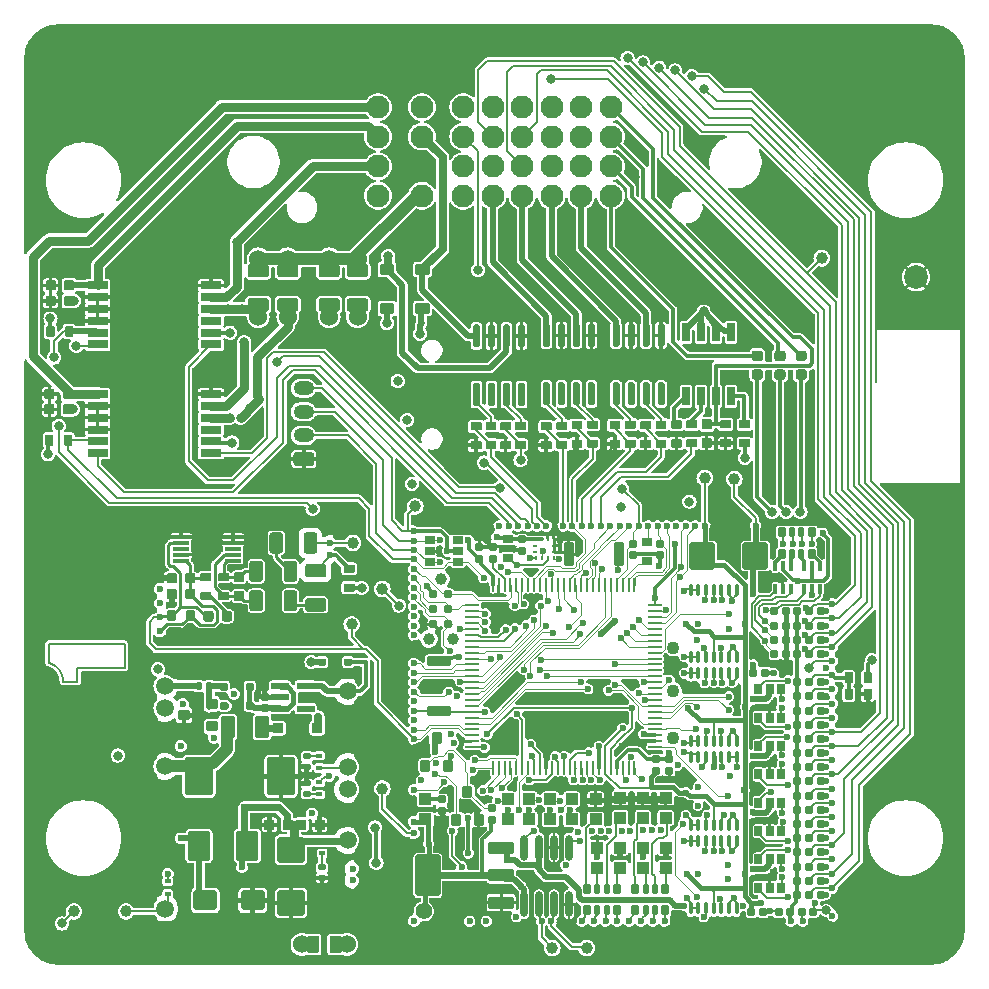
<source format=gtl>
G75*
G70*
%OFA0B0*%
%FSLAX25Y25*%
%IPPOS*%
%LPD*%
%AMOC8*
5,1,8,0,0,1.08239X$1,22.5*
%
%AMM100*
21,1,0.035430,0.030320,-0.000000,0.000000,0.000000*
21,1,0.028350,0.037400,-0.000000,0.000000,0.000000*
1,1,0.007090,0.014170,-0.015160*
1,1,0.007090,-0.014170,-0.015160*
1,1,0.007090,-0.014170,0.015160*
1,1,0.007090,0.014170,0.015160*
%
%AMM101*
21,1,0.043310,0.075980,-0.000000,0.000000,90.000000*
21,1,0.034650,0.084650,-0.000000,0.000000,90.000000*
1,1,0.008660,0.037990,0.017320*
1,1,0.008660,0.037990,-0.017320*
1,1,0.008660,-0.037990,-0.017320*
1,1,0.008660,-0.037990,0.017320*
%
%AMM102*
21,1,0.039370,0.035430,-0.000000,0.000000,90.000000*
21,1,0.031500,0.043310,-0.000000,0.000000,90.000000*
1,1,0.007870,0.017720,0.015750*
1,1,0.007870,0.017720,-0.015750*
1,1,0.007870,-0.017720,-0.015750*
1,1,0.007870,-0.017720,0.015750*
%
%AMM103*
21,1,0.027560,0.030710,-0.000000,0.000000,90.000000*
21,1,0.022050,0.036220,-0.000000,0.000000,90.000000*
1,1,0.005510,0.015350,0.011020*
1,1,0.005510,0.015350,-0.011020*
1,1,0.005510,-0.015350,-0.011020*
1,1,0.005510,-0.015350,0.011020*
%
%AMM104*
21,1,0.031500,0.072440,-0.000000,0.000000,90.000000*
21,1,0.025200,0.078740,-0.000000,0.000000,90.000000*
1,1,0.006300,0.036220,0.012600*
1,1,0.006300,0.036220,-0.012600*
1,1,0.006300,-0.036220,-0.012600*
1,1,0.006300,-0.036220,0.012600*
%
%AMM105*
21,1,0.137800,0.067720,-0.000000,0.000000,90.000000*
21,1,0.120870,0.084650,-0.000000,0.000000,90.000000*
1,1,0.016930,0.033860,0.060430*
1,1,0.016930,0.033860,-0.060430*
1,1,0.016930,-0.033860,-0.060430*
1,1,0.016930,-0.033860,0.060430*
%
%AMM106*
21,1,0.043310,0.075990,-0.000000,0.000000,90.000000*
21,1,0.034650,0.084650,-0.000000,0.000000,90.000000*
1,1,0.008660,0.037990,0.017320*
1,1,0.008660,0.037990,-0.017320*
1,1,0.008660,-0.037990,-0.017320*
1,1,0.008660,-0.037990,0.017320*
%
%AMM107*
21,1,0.086610,0.073230,-0.000000,0.000000,180.000000*
21,1,0.069290,0.090550,-0.000000,0.000000,180.000000*
1,1,0.017320,-0.034650,0.036610*
1,1,0.017320,0.034650,0.036610*
1,1,0.017320,0.034650,-0.036610*
1,1,0.017320,-0.034650,-0.036610*
%
%AMM36*
21,1,0.033470,0.026770,0.000000,0.000000,0.000000*
21,1,0.026770,0.033470,0.000000,0.000000,0.000000*
1,1,0.006690,0.013390,-0.013390*
1,1,0.006690,-0.013390,-0.013390*
1,1,0.006690,-0.013390,0.013390*
1,1,0.006690,0.013390,0.013390*
%
%AMM42*
21,1,0.035830,0.026770,0.000000,0.000000,0.000000*
21,1,0.029130,0.033470,0.000000,0.000000,0.000000*
1,1,0.006690,0.014570,-0.013390*
1,1,0.006690,-0.014570,-0.013390*
1,1,0.006690,-0.014570,0.013390*
1,1,0.006690,0.014570,0.013390*
%
%AMM44*
21,1,0.070870,0.036220,0.000000,0.000000,90.000000*
21,1,0.061810,0.045280,0.000000,0.000000,90.000000*
1,1,0.009060,0.018110,0.030910*
1,1,0.009060,0.018110,-0.030910*
1,1,0.009060,-0.018110,-0.030910*
1,1,0.009060,-0.018110,0.030910*
%
%AMM59*
21,1,0.086610,0.073230,0.000000,0.000000,270.000000*
21,1,0.069290,0.090550,0.000000,0.000000,270.000000*
1,1,0.017320,-0.036610,-0.034650*
1,1,0.017320,-0.036610,0.034650*
1,1,0.017320,0.036610,0.034650*
1,1,0.017320,0.036610,-0.034650*
%
%AMM60*
21,1,0.094490,0.111020,0.000000,0.000000,0.000000*
21,1,0.075590,0.129920,0.000000,0.000000,0.000000*
1,1,0.018900,0.037800,-0.055510*
1,1,0.018900,-0.037800,-0.055510*
1,1,0.018900,-0.037800,0.055510*
1,1,0.018900,0.037800,0.055510*
%
%AMM61*
21,1,0.074800,0.083460,0.000000,0.000000,0.000000*
21,1,0.059840,0.098430,0.000000,0.000000,0.000000*
1,1,0.014960,0.029920,-0.041730*
1,1,0.014960,-0.029920,-0.041730*
1,1,0.014960,-0.029920,0.041730*
1,1,0.014960,0.029920,0.041730*
%
%AMM62*
21,1,0.078740,0.053540,0.000000,0.000000,180.000000*
21,1,0.065350,0.066930,0.000000,0.000000,180.000000*
1,1,0.013390,-0.032680,0.026770*
1,1,0.013390,0.032680,0.026770*
1,1,0.013390,0.032680,-0.026770*
1,1,0.013390,-0.032680,-0.026770*
%
%AMM63*
21,1,0.035430,0.030320,0.000000,0.000000,90.000000*
21,1,0.028350,0.037400,0.000000,0.000000,90.000000*
1,1,0.007090,0.015160,0.014170*
1,1,0.007090,0.015160,-0.014170*
1,1,0.007090,-0.015160,-0.014170*
1,1,0.007090,-0.015160,0.014170*
%
%AMM64*
21,1,0.021650,0.052760,0.000000,0.000000,270.000000*
21,1,0.017320,0.057090,0.000000,0.000000,270.000000*
1,1,0.004330,-0.026380,-0.008660*
1,1,0.004330,-0.026380,0.008660*
1,1,0.004330,0.026380,0.008660*
1,1,0.004330,0.026380,-0.008660*
%
%AMM65*
21,1,0.015750,0.016540,0.000000,0.000000,270.000000*
21,1,0.012600,0.019680,0.000000,0.000000,270.000000*
1,1,0.003150,-0.008270,-0.006300*
1,1,0.003150,-0.008270,0.006300*
1,1,0.003150,0.008270,0.006300*
1,1,0.003150,0.008270,-0.006300*
%
%AMM66*
21,1,0.023620,0.018900,0.000000,0.000000,90.000000*
21,1,0.018900,0.023620,0.000000,0.000000,90.000000*
1,1,0.004720,0.009450,0.009450*
1,1,0.004720,0.009450,-0.009450*
1,1,0.004720,-0.009450,-0.009450*
1,1,0.004720,-0.009450,0.009450*
%
%AMM67*
21,1,0.019680,0.019680,0.000000,0.000000,0.000000*
21,1,0.015750,0.023620,0.000000,0.000000,0.000000*
1,1,0.003940,0.007870,-0.009840*
1,1,0.003940,-0.007870,-0.009840*
1,1,0.003940,-0.007870,0.009840*
1,1,0.003940,0.007870,0.009840*
%
%AMM68*
21,1,0.019680,0.019680,0.000000,0.000000,270.000000*
21,1,0.015750,0.023620,0.000000,0.000000,270.000000*
1,1,0.003940,-0.009840,-0.007870*
1,1,0.003940,-0.009840,0.007870*
1,1,0.003940,0.009840,0.007870*
1,1,0.003940,0.009840,-0.007870*
%
%AMM92*
21,1,0.025590,0.026380,-0.000000,0.000000,0.000000*
21,1,0.020470,0.031500,-0.000000,0.000000,0.000000*
1,1,0.005120,0.010240,-0.013190*
1,1,0.005120,-0.010240,-0.013190*
1,1,0.005120,-0.010240,0.013190*
1,1,0.005120,0.010240,0.013190*
%
%AMM93*
21,1,0.017720,0.027950,-0.000000,0.000000,0.000000*
21,1,0.014170,0.031500,-0.000000,0.000000,0.000000*
1,1,0.003540,0.007090,-0.013980*
1,1,0.003540,-0.007090,-0.013980*
1,1,0.003540,-0.007090,0.013980*
1,1,0.003540,0.007090,0.013980*
%
%AMM94*
21,1,0.012600,0.028980,-0.000000,0.000000,180.000000*
21,1,0.010080,0.031500,-0.000000,0.000000,180.000000*
1,1,0.002520,-0.005040,0.014490*
1,1,0.002520,0.005040,0.014490*
1,1,0.002520,0.005040,-0.014490*
1,1,0.002520,-0.005040,-0.014490*
%
%AMM95*
21,1,0.023620,0.030710,-0.000000,0.000000,270.000000*
21,1,0.018900,0.035430,-0.000000,0.000000,270.000000*
1,1,0.004720,-0.015350,-0.009450*
1,1,0.004720,-0.015350,0.009450*
1,1,0.004720,0.015350,0.009450*
1,1,0.004720,0.015350,-0.009450*
%
%AMM96*
21,1,0.027560,0.018900,-0.000000,0.000000,180.000000*
21,1,0.022840,0.023620,-0.000000,0.000000,180.000000*
1,1,0.004720,-0.011420,0.009450*
1,1,0.004720,0.011420,0.009450*
1,1,0.004720,0.011420,-0.009450*
1,1,0.004720,-0.011420,-0.009450*
%
%AMM97*
21,1,0.031500,0.072440,-0.000000,0.000000,180.000000*
21,1,0.025200,0.078740,-0.000000,0.000000,180.000000*
1,1,0.006300,-0.012600,0.036220*
1,1,0.006300,0.012600,0.036220*
1,1,0.006300,0.012600,-0.036220*
1,1,0.006300,-0.012600,-0.036220*
%
%AMM98*
21,1,0.027560,0.018900,-0.000000,0.000000,270.000000*
21,1,0.022840,0.023620,-0.000000,0.000000,270.000000*
1,1,0.004720,-0.009450,-0.011420*
1,1,0.004720,-0.009450,0.011420*
1,1,0.004720,0.009450,0.011420*
1,1,0.004720,0.009450,-0.011420*
%
%AMM99*
21,1,0.023620,0.030710,-0.000000,0.000000,0.000000*
21,1,0.018900,0.035430,-0.000000,0.000000,0.000000*
1,1,0.004720,0.009450,-0.015350*
1,1,0.004720,-0.009450,-0.015350*
1,1,0.004720,-0.009450,0.015350*
1,1,0.004720,0.009450,0.015350*
%
%ADD10C,0.00787*%
%ADD100C,0.00492*%
%ADD101C,0.01575*%
%ADD102C,0.01260*%
%ADD103C,0.04331*%
%ADD104C,0.03900*%
%ADD105C,0.05512*%
%ADD11C,0.03937*%
%ADD12C,0.06000*%
%ADD13R,0.02559X0.06004*%
%ADD138M36*%
%ADD14R,0.06890X0.02559*%
%ADD147M42*%
%ADD15R,0.16929X0.31102*%
%ADD152M44*%
%ADD16O,0.06890X0.04724*%
%ADD17C,0.02362*%
%ADD173R,0.05512X0.01181*%
%ADD175M59*%
%ADD176M60*%
%ADD177M61*%
%ADD178M62*%
%ADD179M63*%
%ADD18R,0.14567X0.00787*%
%ADD180M64*%
%ADD181M65*%
%ADD182M66*%
%ADD183M67*%
%ADD184M68*%
%ADD185O,0.00787X0.40158*%
%ADD19R,0.01575X0.00787*%
%ADD20R,0.06299X0.00787*%
%ADD21R,0.38189X0.00787*%
%ADD213M92*%
%ADD214M93*%
%ADD215M94*%
%ADD216O,0.01181X0.04331*%
%ADD217M95*%
%ADD218M96*%
%ADD219M97*%
%ADD22R,0.09055X0.00787*%
%ADD220M98*%
%ADD221M99*%
%ADD222M100*%
%ADD223O,0.02362X0.08661*%
%ADD224M101*%
%ADD225M102*%
%ADD226M103*%
%ADD227M104*%
%ADD228M105*%
%ADD229M106*%
%ADD23R,0.00787X0.05512*%
%ADD230M107*%
%ADD24R,0.00787X0.25197*%
%ADD25R,0.00787X0.06693*%
%ADD26R,0.00787X0.12992*%
%ADD27R,0.27559X0.00787*%
%ADD28R,0.12992X0.00787*%
%ADD29R,0.24803X0.00787*%
%ADD30C,0.07677*%
%ADD31R,0.00984X0.24350*%
%ADD32R,0.00984X0.04390*%
%ADD33R,0.56201X0.00984*%
%ADD34R,0.59449X0.00984*%
%ADD35R,0.00984X0.20374*%
%ADD36C,0.07874*%
%ADD37C,0.05906*%
%ADD38O,0.00787X0.12992*%
%ADD39O,0.00787X0.40157*%
%ADD40O,0.00787X0.01181*%
%ADD41O,0.66929X0.00787*%
%ADD42O,0.60630X0.00787*%
%ADD43O,0.00787X0.18898*%
%ADD44O,0.00787X0.10236*%
%ADD45O,0.00787X0.03937*%
%ADD46O,0.00787X0.05906*%
%ADD47C,0.03150*%
%ADD48C,0.01969*%
%ADD49C,0.00591*%
%ADD50C,0.01181*%
%ADD51C,0.02756*%
%ADD56C,0.00984*%
%ADD66C,0.01968*%
%ADD80O,0.04724X0.00866*%
%ADD81O,0.00866X0.04724*%
%ADD85R,0.01378X0.00984*%
%ADD86R,0.00984X0.01378*%
%ADD99C,0.03100*%
X0000000Y0000000D02*
%LPD*%
G01*
D10*
X0008952Y0107655D02*
X0008952Y0101355D01*
X0018401Y0099781D02*
X0034149Y0099781D01*
X0018401Y0095056D02*
X0013676Y0095056D01*
X0018401Y0095056D02*
X0018401Y0099781D01*
X0034149Y0107655D02*
X0008952Y0107655D01*
X0034149Y0099781D02*
X0034149Y0107655D01*
X0008952Y0101355D02*
G75*
G02*
X0013676Y0095056I-001508J-006052D01*
G01*
G36*
G01*
X0152874Y0172533D02*
X0149803Y0172533D01*
G75*
G02*
X0149528Y0172809I0000000J0000276D01*
G01*
X0149528Y0175013D01*
G75*
G02*
X0149803Y0175289I0000276J0000000D01*
G01*
X0152874Y0175289D01*
G75*
G02*
X0153150Y0175013I0000000J-000276D01*
G01*
X0153150Y0172809D01*
G75*
G02*
X0152874Y0172533I-000276J0000000D01*
G01*
G37*
G36*
G01*
X0152874Y0178832D02*
X0149803Y0178832D01*
G75*
G02*
X0149528Y0179108I0000000J0000276D01*
G01*
X0149528Y0181313D01*
G75*
G02*
X0149803Y0181588I0000276J0000000D01*
G01*
X0152874Y0181588D01*
G75*
G02*
X0153150Y0181313I0000000J-000276D01*
G01*
X0153150Y0179108D01*
G75*
G02*
X0152874Y0178832I-000276J0000000D01*
G01*
G37*
D11*
X0110236Y0141339D03*
G36*
G01*
X0229547Y0172972D02*
X0226870Y0172972D01*
G75*
G02*
X0226535Y0173307I0000000J0000335D01*
G01*
X0226535Y0175984D01*
G75*
G02*
X0226870Y0176319I0000335J0000000D01*
G01*
X0229547Y0176319D01*
G75*
G02*
X0229882Y0175984I0000000J-000335D01*
G01*
X0229882Y0173307D01*
G75*
G02*
X0229547Y0172972I-000335J0000000D01*
G01*
G37*
G36*
G01*
X0229547Y0179193D02*
X0226870Y0179193D01*
G75*
G02*
X0226535Y0179528I0000000J0000335D01*
G01*
X0226535Y0182205D01*
G75*
G02*
X0226870Y0182539I0000335J0000000D01*
G01*
X0229547Y0182539D01*
G75*
G02*
X0229882Y0182205I0000000J-000335D01*
G01*
X0229882Y0179528D01*
G75*
G02*
X0229547Y0179193I-000335J0000000D01*
G01*
G37*
G36*
G01*
X0211457Y0182087D02*
X0214528Y0182087D01*
G75*
G02*
X0214803Y0181811I0000000J-000276D01*
G01*
X0214803Y0179606D01*
G75*
G02*
X0214528Y0179331I-000276J0000000D01*
G01*
X0211457Y0179331D01*
G75*
G02*
X0211181Y0179606I0000000J0000276D01*
G01*
X0211181Y0181811D01*
G75*
G02*
X0211457Y0182087I0000276J0000000D01*
G01*
G37*
G36*
G01*
X0211457Y0175787D02*
X0214528Y0175787D01*
G75*
G02*
X0214803Y0175512I0000000J-000276D01*
G01*
X0214803Y0173307D01*
G75*
G02*
X0214528Y0173031I-000276J0000000D01*
G01*
X0211457Y0173031D01*
G75*
G02*
X0211181Y0173307I0000000J0000276D01*
G01*
X0211181Y0175512D01*
G75*
G02*
X0211457Y0175787I0000276J0000000D01*
G01*
G37*
G36*
G01*
X0007461Y0189606D02*
X0007461Y0192283D01*
G75*
G02*
X0007795Y0192618I0000335J0000000D01*
G01*
X0010472Y0192618D01*
G75*
G02*
X0010807Y0192283I0000000J-000335D01*
G01*
X0010807Y0189606D01*
G75*
G02*
X0010472Y0189272I-000335J0000000D01*
G01*
X0007795Y0189272D01*
G75*
G02*
X0007461Y0189606I0000000J0000335D01*
G01*
G37*
G36*
G01*
X0013681Y0189606D02*
X0013681Y0192283D01*
G75*
G02*
X0014016Y0192618I0000335J0000000D01*
G01*
X0016693Y0192618D01*
G75*
G02*
X0017028Y0192283I0000000J-000335D01*
G01*
X0017028Y0189606D01*
G75*
G02*
X0016693Y0189272I-000335J0000000D01*
G01*
X0014016Y0189272D01*
G75*
G02*
X0013681Y0189606I0000000J0000335D01*
G01*
G37*
G36*
G01*
X0283268Y0092480D02*
X0283268Y0089409D01*
G75*
G02*
X0282992Y0089134I-000276J0000000D01*
G01*
X0280787Y0089134D01*
G75*
G02*
X0280512Y0089409I0000000J0000276D01*
G01*
X0280512Y0092480D01*
G75*
G02*
X0280787Y0092756I0000276J0000000D01*
G01*
X0282992Y0092756D01*
G75*
G02*
X0283268Y0092480I0000000J-000276D01*
G01*
G37*
G36*
G01*
X0276969Y0092480D02*
X0276969Y0089409D01*
G75*
G02*
X0276693Y0089134I-000276J0000000D01*
G01*
X0274488Y0089134D01*
G75*
G02*
X0274213Y0089409I0000000J0000276D01*
G01*
X0274213Y0092480D01*
G75*
G02*
X0274488Y0092756I0000276J0000000D01*
G01*
X0276693Y0092756D01*
G75*
G02*
X0276969Y0092480I0000000J-000276D01*
G01*
G37*
G36*
G01*
X0201220Y0182087D02*
X0204291Y0182087D01*
G75*
G02*
X0204567Y0181811I0000000J-000276D01*
G01*
X0204567Y0179606D01*
G75*
G02*
X0204291Y0179331I-000276J0000000D01*
G01*
X0201220Y0179331D01*
G75*
G02*
X0200945Y0179606I0000000J0000276D01*
G01*
X0200945Y0181811D01*
G75*
G02*
X0201220Y0182087I0000276J0000000D01*
G01*
G37*
G36*
G01*
X0201220Y0175787D02*
X0204291Y0175787D01*
G75*
G02*
X0204567Y0175512I0000000J-000276D01*
G01*
X0204567Y0173307D01*
G75*
G02*
X0204291Y0173031I-000276J0000000D01*
G01*
X0201220Y0173031D01*
G75*
G02*
X0200945Y0173307I0000000J0000276D01*
G01*
X0200945Y0175512D01*
G75*
G02*
X0201220Y0175787I0000276J0000000D01*
G01*
G37*
D12*
X0111811Y0236024D03*
G36*
G01*
X0108268Y0230728D02*
X0108268Y0233445D01*
G75*
G02*
X0109173Y0234350I0000906J0000000D01*
G01*
X0114449Y0234350D01*
G75*
G02*
X0115354Y0233445I0000000J-000906D01*
G01*
X0115354Y0230728D01*
G75*
G02*
X0114449Y0229823I-000906J0000000D01*
G01*
X0109173Y0229823D01*
G75*
G02*
X0108268Y0230728I0000000J0000906D01*
G01*
G37*
G36*
G01*
X0108268Y0219311D02*
X0108268Y0222028D01*
G75*
G02*
X0109173Y0222933I0000906J0000000D01*
G01*
X0114449Y0222933D01*
G75*
G02*
X0115354Y0222028I0000000J-000906D01*
G01*
X0115354Y0219311D01*
G75*
G02*
X0114449Y0218405I-000906J0000000D01*
G01*
X0109173Y0218405D01*
G75*
G02*
X0108268Y0219311I0000000J0000906D01*
G01*
G37*
X0111811Y0216732D03*
D11*
X0017323Y0018504D03*
G36*
G01*
X0198602Y0187205D02*
X0197421Y0187205D01*
G75*
G02*
X0196831Y0187795I0000000J0000591D01*
G01*
X0196831Y0194291D01*
G75*
G02*
X0197421Y0194882I0000591J0000000D01*
G01*
X0198602Y0194882D01*
G75*
G02*
X0199193Y0194291I0000000J-000591D01*
G01*
X0199193Y0187795D01*
G75*
G02*
X0198602Y0187205I-000591J0000000D01*
G01*
G37*
G36*
G01*
X0203602Y0187205D02*
X0202421Y0187205D01*
G75*
G02*
X0201831Y0187795I0000000J0000591D01*
G01*
X0201831Y0194291D01*
G75*
G02*
X0202421Y0194882I0000591J0000000D01*
G01*
X0203602Y0194882D01*
G75*
G02*
X0204193Y0194291I0000000J-000591D01*
G01*
X0204193Y0187795D01*
G75*
G02*
X0203602Y0187205I-000591J0000000D01*
G01*
G37*
G36*
G01*
X0208602Y0187205D02*
X0207421Y0187205D01*
G75*
G02*
X0206831Y0187795I0000000J0000591D01*
G01*
X0206831Y0194291D01*
G75*
G02*
X0207421Y0194882I0000591J0000000D01*
G01*
X0208602Y0194882D01*
G75*
G02*
X0209193Y0194291I0000000J-000591D01*
G01*
X0209193Y0187795D01*
G75*
G02*
X0208602Y0187205I-000591J0000000D01*
G01*
G37*
G36*
G01*
X0213602Y0187205D02*
X0212421Y0187205D01*
G75*
G02*
X0211831Y0187795I0000000J0000591D01*
G01*
X0211831Y0194291D01*
G75*
G02*
X0212421Y0194882I0000591J0000000D01*
G01*
X0213602Y0194882D01*
G75*
G02*
X0214193Y0194291I0000000J-000591D01*
G01*
X0214193Y0187795D01*
G75*
G02*
X0213602Y0187205I-000591J0000000D01*
G01*
G37*
G36*
G01*
X0213602Y0206693D02*
X0212421Y0206693D01*
G75*
G02*
X0211831Y0207283I0000000J0000591D01*
G01*
X0211831Y0213780D01*
G75*
G02*
X0212421Y0214370I0000591J0000000D01*
G01*
X0213602Y0214370D01*
G75*
G02*
X0214193Y0213780I0000000J-000591D01*
G01*
X0214193Y0207283D01*
G75*
G02*
X0213602Y0206693I-000591J0000000D01*
G01*
G37*
G36*
G01*
X0208602Y0206693D02*
X0207421Y0206693D01*
G75*
G02*
X0206831Y0207283I0000000J0000591D01*
G01*
X0206831Y0213780D01*
G75*
G02*
X0207421Y0214370I0000591J0000000D01*
G01*
X0208602Y0214370D01*
G75*
G02*
X0209193Y0213780I0000000J-000591D01*
G01*
X0209193Y0207283D01*
G75*
G02*
X0208602Y0206693I-000591J0000000D01*
G01*
G37*
G36*
G01*
X0203602Y0206693D02*
X0202421Y0206693D01*
G75*
G02*
X0201831Y0207283I0000000J0000591D01*
G01*
X0201831Y0213780D01*
G75*
G02*
X0202421Y0214370I0000591J0000000D01*
G01*
X0203602Y0214370D01*
G75*
G02*
X0204193Y0213780I0000000J-000591D01*
G01*
X0204193Y0207283D01*
G75*
G02*
X0203602Y0206693I-000591J0000000D01*
G01*
G37*
G36*
G01*
X0198602Y0206693D02*
X0197421Y0206693D01*
G75*
G02*
X0196831Y0207283I0000000J0000591D01*
G01*
X0196831Y0213780D01*
G75*
G02*
X0197421Y0214370I0000591J0000000D01*
G01*
X0198602Y0214370D01*
G75*
G02*
X0199193Y0213780I0000000J-000591D01*
G01*
X0199193Y0207283D01*
G75*
G02*
X0198602Y0206693I-000591J0000000D01*
G01*
G37*
D13*
X0221240Y0190209D03*
X0226240Y0190209D03*
X0231240Y0190209D03*
X0236240Y0190209D03*
X0236240Y0211563D03*
X0231240Y0211563D03*
X0226240Y0211563D03*
X0221240Y0211563D03*
G36*
G01*
X0016732Y0177126D02*
X0016732Y0174055D01*
G75*
G02*
X0016457Y0173780I-000276J0000000D01*
G01*
X0014252Y0173780D01*
G75*
G02*
X0013976Y0174055I0000000J0000276D01*
G01*
X0013976Y0177126D01*
G75*
G02*
X0014252Y0177402I0000276J0000000D01*
G01*
X0016457Y0177402D01*
G75*
G02*
X0016732Y0177126I0000000J-000276D01*
G01*
G37*
G36*
G01*
X0010433Y0177126D02*
X0010433Y0174055D01*
G75*
G02*
X0010157Y0173780I-000276J0000000D01*
G01*
X0007953Y0173780D01*
G75*
G02*
X0007677Y0174055I0000000J0000276D01*
G01*
X0007677Y0177126D01*
G75*
G02*
X0007953Y0177402I0000276J0000000D01*
G01*
X0010157Y0177402D01*
G75*
G02*
X0010433Y0177126I0000000J-000276D01*
G01*
G37*
G36*
G01*
X0007854Y0225827D02*
X0007854Y0228504D01*
G75*
G02*
X0008189Y0228839I0000335J0000000D01*
G01*
X0010866Y0228839D01*
G75*
G02*
X0011201Y0228504I0000000J-000335D01*
G01*
X0011201Y0225827D01*
G75*
G02*
X0010866Y0225492I-000335J0000000D01*
G01*
X0008189Y0225492D01*
G75*
G02*
X0007854Y0225827I0000000J0000335D01*
G01*
G37*
G36*
G01*
X0014075Y0225827D02*
X0014075Y0228504D01*
G75*
G02*
X0014409Y0228839I0000335J0000000D01*
G01*
X0017087Y0228839D01*
G75*
G02*
X0017421Y0228504I0000000J-000335D01*
G01*
X0017421Y0225827D01*
G75*
G02*
X0017087Y0225492I-000335J0000000D01*
G01*
X0014409Y0225492D01*
G75*
G02*
X0014075Y0225827I0000000J0000335D01*
G01*
G37*
G36*
G01*
X0274213Y0094921D02*
X0274213Y0097992D01*
G75*
G02*
X0274488Y0098268I0000276J0000000D01*
G01*
X0276693Y0098268D01*
G75*
G02*
X0276969Y0097992I0000000J-000276D01*
G01*
X0276969Y0094921D01*
G75*
G02*
X0276693Y0094646I-000276J0000000D01*
G01*
X0274488Y0094646D01*
G75*
G02*
X0274213Y0094921I0000000J0000276D01*
G01*
G37*
G36*
G01*
X0280512Y0094921D02*
X0280512Y0097992D01*
G75*
G02*
X0280787Y0098268I0000276J0000000D01*
G01*
X0282992Y0098268D01*
G75*
G02*
X0283268Y0097992I0000000J-000276D01*
G01*
X0283268Y0094921D01*
G75*
G02*
X0282992Y0094646I-000276J0000000D01*
G01*
X0280787Y0094646D01*
G75*
G02*
X0280512Y0094921I0000000J0000276D01*
G01*
G37*
D11*
X0034646Y0018504D03*
D14*
X0062992Y0171260D03*
X0062992Y0175197D03*
X0062992Y0179134D03*
X0062992Y0183071D03*
X0062992Y0187008D03*
X0062992Y0190945D03*
X0025197Y0190945D03*
X0025197Y0187008D03*
X0025197Y0183071D03*
X0025197Y0179134D03*
X0025197Y0175197D03*
X0025197Y0171260D03*
D15*
X0044094Y0181102D03*
G36*
G01*
X0109600Y0100443D02*
X0107711Y0100443D01*
G75*
G02*
X0107474Y0100679I0000000J0000236D01*
G01*
X0107474Y0102569D01*
G75*
G02*
X0107711Y0102805I0000236J0000000D01*
G01*
X0109600Y0102805D01*
G75*
G02*
X0109837Y0102569I0000000J-000236D01*
G01*
X0109837Y0100679D01*
G75*
G02*
X0109600Y0100443I-000236J0000000D01*
G01*
G37*
G36*
G01*
X0100939Y0100443D02*
X0099049Y0100443D01*
G75*
G02*
X0098813Y0100679I0000000J0000236D01*
G01*
X0098813Y0102569D01*
G75*
G02*
X0099049Y0102805I0000236J0000000D01*
G01*
X0100939Y0102805D01*
G75*
G02*
X0101175Y0102569I0000000J-000236D01*
G01*
X0101175Y0100679D01*
G75*
G02*
X0100939Y0100443I-000236J0000000D01*
G01*
G37*
D11*
X0227559Y0162992D03*
G36*
G01*
X0007461Y0184488D02*
X0007461Y0187165D01*
G75*
G02*
X0007795Y0187500I0000335J0000000D01*
G01*
X0010472Y0187500D01*
G75*
G02*
X0010807Y0187165I0000000J-000335D01*
G01*
X0010807Y0184488D01*
G75*
G02*
X0010472Y0184154I-000335J0000000D01*
G01*
X0007795Y0184154D01*
G75*
G02*
X0007461Y0184488I0000000J0000335D01*
G01*
G37*
G36*
G01*
X0013681Y0184488D02*
X0013681Y0187165D01*
G75*
G02*
X0014016Y0187500I0000335J0000000D01*
G01*
X0016693Y0187500D01*
G75*
G02*
X0017028Y0187165I0000000J-000335D01*
G01*
X0017028Y0184488D01*
G75*
G02*
X0016693Y0184154I-000335J0000000D01*
G01*
X0014016Y0184154D01*
G75*
G02*
X0013681Y0184488I0000000J0000335D01*
G01*
G37*
G36*
G01*
X0110591Y0125000D02*
X0107520Y0125000D01*
G75*
G02*
X0107244Y0125276I0000000J0000276D01*
G01*
X0107244Y0127480D01*
G75*
G02*
X0107520Y0127756I0000276J0000000D01*
G01*
X0110591Y0127756D01*
G75*
G02*
X0110866Y0127480I0000000J-000276D01*
G01*
X0110866Y0125276D01*
G75*
G02*
X0110591Y0125000I-000276J0000000D01*
G01*
G37*
G36*
G01*
X0110591Y0131299D02*
X0107520Y0131299D01*
G75*
G02*
X0107244Y0131575I0000000J0000276D01*
G01*
X0107244Y0133780D01*
G75*
G02*
X0107520Y0134055I0000276J0000000D01*
G01*
X0110591Y0134055D01*
G75*
G02*
X0110866Y0133780I0000000J-000276D01*
G01*
X0110866Y0131575D01*
G75*
G02*
X0110591Y0131299I-000276J0000000D01*
G01*
G37*
G36*
G01*
X0096358Y0166929D02*
X0091437Y0166929D01*
G75*
G02*
X0090453Y0167913I0000000J0000984D01*
G01*
X0090453Y0170669D01*
G75*
G02*
X0091437Y0171654I0000984J0000000D01*
G01*
X0096358Y0171654D01*
G75*
G02*
X0097343Y0170669I0000000J-000984D01*
G01*
X0097343Y0167913D01*
G75*
G02*
X0096358Y0166929I-000984J0000000D01*
G01*
G37*
D16*
X0093898Y0177165D03*
X0093898Y0185039D03*
X0093898Y0192913D03*
D17*
X0244488Y0146850D03*
X0227559Y0146850D03*
X0224409Y0146850D03*
X0221260Y0146850D03*
X0218110Y0146850D03*
X0214961Y0146850D03*
X0211811Y0146850D03*
X0208661Y0146850D03*
X0205512Y0146850D03*
X0202362Y0146850D03*
X0199213Y0146850D03*
X0196063Y0146850D03*
X0192913Y0146850D03*
X0189764Y0146850D03*
X0186614Y0146850D03*
X0183465Y0146850D03*
X0180315Y0146850D03*
X0174803Y0146850D03*
X0171654Y0146850D03*
X0168504Y0146850D03*
X0165354Y0146850D03*
X0162205Y0146850D03*
X0159055Y0146850D03*
D18*
X0139961Y0014567D03*
D19*
X0151968Y0014567D03*
D18*
X0163976Y0014567D03*
D20*
X0181496Y0014567D03*
D21*
X0235236Y0014567D03*
D22*
X0266732Y0014567D03*
D23*
X0270866Y0021654D03*
D24*
X0129921Y0029921D03*
D25*
X0129921Y0053740D03*
D26*
X0129921Y0067520D03*
D23*
X0129921Y0105906D03*
D24*
X0270866Y0135433D03*
D27*
X0143307Y0147638D03*
D19*
X0177559Y0147638D03*
D28*
X0236024Y0147638D03*
D29*
X0258858Y0147638D03*
D17*
X0130709Y0145276D03*
X0130709Y0142126D03*
X0130709Y0138976D03*
X0130709Y0135827D03*
X0130709Y0132677D03*
X0130709Y0129528D03*
X0130709Y0126378D03*
X0130709Y0123228D03*
X0130709Y0120079D03*
X0130709Y0116929D03*
X0130709Y0113780D03*
X0130709Y0110630D03*
X0130709Y0101181D03*
X0130709Y0098031D03*
X0130709Y0094882D03*
X0130709Y0091732D03*
X0130709Y0088583D03*
X0130709Y0085433D03*
X0130709Y0082283D03*
X0130709Y0079134D03*
X0130709Y0075984D03*
X0130709Y0059055D03*
X0130709Y0048425D03*
X0130709Y0044488D03*
X0130709Y0015354D03*
X0270079Y0120866D03*
X0270079Y0116142D03*
X0270079Y0111417D03*
X0270079Y0106693D03*
X0270079Y0101969D03*
X0270079Y0097244D03*
X0270079Y0092520D03*
X0270079Y0087795D03*
X0270079Y0083071D03*
X0270079Y0078346D03*
X0270079Y0073622D03*
X0270079Y0068898D03*
X0270079Y0064173D03*
X0270079Y0059449D03*
X0270079Y0054724D03*
X0270079Y0050000D03*
X0270079Y0045276D03*
X0270079Y0040551D03*
X0270079Y0035827D03*
X0270079Y0031102D03*
X0270079Y0026378D03*
X0270079Y0016929D03*
X0260236Y0015354D03*
X0256299Y0015354D03*
X0214173Y0015354D03*
X0210236Y0015354D03*
X0206299Y0015354D03*
X0202362Y0015354D03*
X0198425Y0015354D03*
X0194488Y0015354D03*
X0190551Y0015354D03*
X0186614Y0015354D03*
X0176378Y0015354D03*
X0173228Y0015354D03*
X0154724Y0015354D03*
X0149213Y0015354D03*
G36*
G01*
X0209409Y0172933D02*
X0206339Y0172933D01*
G75*
G02*
X0206063Y0173209I0000000J0000276D01*
G01*
X0206063Y0175413D01*
G75*
G02*
X0206339Y0175689I0000276J0000000D01*
G01*
X0209409Y0175689D01*
G75*
G02*
X0209685Y0175413I0000000J-000276D01*
G01*
X0209685Y0173209D01*
G75*
G02*
X0209409Y0172933I-000276J0000000D01*
G01*
G37*
G36*
G01*
X0209409Y0179232D02*
X0206339Y0179232D01*
G75*
G02*
X0206063Y0179508I0000000J0000276D01*
G01*
X0206063Y0181713D01*
G75*
G02*
X0206339Y0181988I0000276J0000000D01*
G01*
X0209409Y0181988D01*
G75*
G02*
X0209685Y0181713I0000000J-000276D01*
G01*
X0209685Y0179508D01*
G75*
G02*
X0209409Y0179232I-000276J0000000D01*
G01*
G37*
D11*
X0109843Y0114173D03*
G36*
G01*
X0219646Y0173130D02*
X0216575Y0173130D01*
G75*
G02*
X0216299Y0173406I0000000J0000276D01*
G01*
X0216299Y0175610D01*
G75*
G02*
X0216575Y0175886I0000276J0000000D01*
G01*
X0219646Y0175886D01*
G75*
G02*
X0219921Y0175610I0000000J-000276D01*
G01*
X0219921Y0173406D01*
G75*
G02*
X0219646Y0173130I-000276J0000000D01*
G01*
G37*
G36*
G01*
X0219646Y0179429D02*
X0216575Y0179429D01*
G75*
G02*
X0216299Y0179705I0000000J0000276D01*
G01*
X0216299Y0181909D01*
G75*
G02*
X0216575Y0182185I0000276J0000000D01*
G01*
X0219646Y0182185D01*
G75*
G02*
X0219921Y0181909I0000000J-000276D01*
G01*
X0219921Y0179705D01*
G75*
G02*
X0219646Y0179429I-000276J0000000D01*
G01*
G37*
G36*
G01*
X0176260Y0172539D02*
X0173189Y0172539D01*
G75*
G02*
X0172913Y0172815I0000000J0000276D01*
G01*
X0172913Y0175020D01*
G75*
G02*
X0173189Y0175295I0000276J0000000D01*
G01*
X0176260Y0175295D01*
G75*
G02*
X0176535Y0175020I0000000J-000276D01*
G01*
X0176535Y0172815D01*
G75*
G02*
X0176260Y0172539I-000276J0000000D01*
G01*
G37*
G36*
G01*
X0176260Y0178839D02*
X0173189Y0178839D01*
G75*
G02*
X0172913Y0179114I0000000J0000276D01*
G01*
X0172913Y0181319D01*
G75*
G02*
X0173189Y0181594I0000276J0000000D01*
G01*
X0176260Y0181594D01*
G75*
G02*
X0176535Y0181319I0000000J-000276D01*
G01*
X0176535Y0179114D01*
G75*
G02*
X0176260Y0178839I-000276J0000000D01*
G01*
G37*
G36*
G01*
X0154764Y0181693D02*
X0157835Y0181693D01*
G75*
G02*
X0158110Y0181417I0000000J-000276D01*
G01*
X0158110Y0179213D01*
G75*
G02*
X0157835Y0178937I-000276J0000000D01*
G01*
X0154764Y0178937D01*
G75*
G02*
X0154488Y0179213I0000000J0000276D01*
G01*
X0154488Y0181417D01*
G75*
G02*
X0154764Y0181693I0000276J0000000D01*
G01*
G37*
G36*
G01*
X0154764Y0175394D02*
X0157835Y0175394D01*
G75*
G02*
X0158110Y0175118I0000000J-000276D01*
G01*
X0158110Y0172913D01*
G75*
G02*
X0157835Y0172638I-000276J0000000D01*
G01*
X0154764Y0172638D01*
G75*
G02*
X0154488Y0172913I0000000J0000276D01*
G01*
X0154488Y0175118D01*
G75*
G02*
X0154764Y0175394I0000276J0000000D01*
G01*
G37*
X0120079Y0125984D03*
D30*
X0196260Y0257087D03*
X0196260Y0266929D03*
X0196260Y0276772D03*
X0196260Y0286614D03*
X0186417Y0257087D03*
X0186417Y0266929D03*
X0186417Y0276772D03*
X0186417Y0286614D03*
X0176575Y0257087D03*
X0176575Y0266929D03*
X0176575Y0276772D03*
X0176575Y0286614D03*
X0166732Y0257087D03*
X0166732Y0266929D03*
X0166732Y0276772D03*
X0166732Y0286614D03*
X0156890Y0257087D03*
X0156890Y0266929D03*
X0156890Y0276772D03*
X0156890Y0286614D03*
X0147047Y0257087D03*
X0147047Y0266929D03*
X0147047Y0276772D03*
X0147047Y0286614D03*
X0133268Y0257087D03*
X0133268Y0266929D03*
X0133268Y0276772D03*
X0133268Y0286614D03*
X0118701Y0257087D03*
X0118701Y0266929D03*
X0118701Y0276772D03*
X0118701Y0286614D03*
D14*
X0062992Y0207480D03*
X0062992Y0211417D03*
X0062992Y0215354D03*
X0062992Y0219291D03*
X0062992Y0223228D03*
X0062992Y0227165D03*
X0025197Y0227165D03*
X0025197Y0223228D03*
X0025197Y0219291D03*
X0025197Y0215354D03*
X0025197Y0211417D03*
X0025197Y0207480D03*
D15*
X0044094Y0217323D03*
D11*
X0188189Y0006299D03*
X0176772Y0006299D03*
X0266535Y0236220D03*
G36*
G01*
X0251609Y0205364D02*
X0253627Y0205364D01*
G75*
G02*
X0254488Y0204503I0000000J-000861D01*
G01*
X0254488Y0202781D01*
G75*
G02*
X0253627Y0201919I-000861J0000000D01*
G01*
X0251609Y0201919D01*
G75*
G02*
X0250748Y0202781I0000000J0000861D01*
G01*
X0250748Y0204503D01*
G75*
G02*
X0251609Y0205364I0000861J0000000D01*
G01*
G37*
G36*
G01*
X0251609Y0199163D02*
X0253627Y0199163D01*
G75*
G02*
X0254488Y0198302I0000000J-000861D01*
G01*
X0254488Y0196580D01*
G75*
G02*
X0253627Y0195719I-000861J0000000D01*
G01*
X0251609Y0195719D01*
G75*
G02*
X0250748Y0196580I0000000J0000861D01*
G01*
X0250748Y0198302D01*
G75*
G02*
X0251609Y0199163I0000861J0000000D01*
G01*
G37*
G36*
G01*
X0152047Y0187008D02*
X0150866Y0187008D01*
G75*
G02*
X0150276Y0187598I0000000J0000591D01*
G01*
X0150276Y0194094D01*
G75*
G02*
X0150866Y0194685I0000591J0000000D01*
G01*
X0152047Y0194685D01*
G75*
G02*
X0152638Y0194094I0000000J-000591D01*
G01*
X0152638Y0187598D01*
G75*
G02*
X0152047Y0187008I-000591J0000000D01*
G01*
G37*
G36*
G01*
X0157047Y0187008D02*
X0155866Y0187008D01*
G75*
G02*
X0155276Y0187598I0000000J0000591D01*
G01*
X0155276Y0194094D01*
G75*
G02*
X0155866Y0194685I0000591J0000000D01*
G01*
X0157047Y0194685D01*
G75*
G02*
X0157638Y0194094I0000000J-000591D01*
G01*
X0157638Y0187598D01*
G75*
G02*
X0157047Y0187008I-000591J0000000D01*
G01*
G37*
G36*
G01*
X0162047Y0187008D02*
X0160866Y0187008D01*
G75*
G02*
X0160276Y0187598I0000000J0000591D01*
G01*
X0160276Y0194094D01*
G75*
G02*
X0160866Y0194685I0000591J0000000D01*
G01*
X0162047Y0194685D01*
G75*
G02*
X0162638Y0194094I0000000J-000591D01*
G01*
X0162638Y0187598D01*
G75*
G02*
X0162047Y0187008I-000591J0000000D01*
G01*
G37*
G36*
G01*
X0167047Y0187008D02*
X0165866Y0187008D01*
G75*
G02*
X0165276Y0187598I0000000J0000591D01*
G01*
X0165276Y0194094D01*
G75*
G02*
X0165866Y0194685I0000591J0000000D01*
G01*
X0167047Y0194685D01*
G75*
G02*
X0167638Y0194094I0000000J-000591D01*
G01*
X0167638Y0187598D01*
G75*
G02*
X0167047Y0187008I-000591J0000000D01*
G01*
G37*
G36*
G01*
X0167047Y0206496D02*
X0165866Y0206496D01*
G75*
G02*
X0165276Y0207087I0000000J0000591D01*
G01*
X0165276Y0213583D01*
G75*
G02*
X0165866Y0214173I0000591J0000000D01*
G01*
X0167047Y0214173D01*
G75*
G02*
X0167638Y0213583I0000000J-000591D01*
G01*
X0167638Y0207087D01*
G75*
G02*
X0167047Y0206496I-000591J0000000D01*
G01*
G37*
G36*
G01*
X0162047Y0206496D02*
X0160866Y0206496D01*
G75*
G02*
X0160276Y0207087I0000000J0000591D01*
G01*
X0160276Y0213583D01*
G75*
G02*
X0160866Y0214173I0000591J0000000D01*
G01*
X0162047Y0214173D01*
G75*
G02*
X0162638Y0213583I0000000J-000591D01*
G01*
X0162638Y0207087D01*
G75*
G02*
X0162047Y0206496I-000591J0000000D01*
G01*
G37*
G36*
G01*
X0157047Y0206496D02*
X0155866Y0206496D01*
G75*
G02*
X0155276Y0207087I0000000J0000591D01*
G01*
X0155276Y0213583D01*
G75*
G02*
X0155866Y0214173I0000591J0000000D01*
G01*
X0157047Y0214173D01*
G75*
G02*
X0157638Y0213583I0000000J-000591D01*
G01*
X0157638Y0207087D01*
G75*
G02*
X0157047Y0206496I-000591J0000000D01*
G01*
G37*
G36*
G01*
X0152047Y0206496D02*
X0150866Y0206496D01*
G75*
G02*
X0150276Y0207087I0000000J0000591D01*
G01*
X0150276Y0213583D01*
G75*
G02*
X0150866Y0214173I0000591J0000000D01*
G01*
X0152047Y0214173D01*
G75*
G02*
X0152638Y0213583I0000000J-000591D01*
G01*
X0152638Y0207087D01*
G75*
G02*
X0152047Y0206496I-000591J0000000D01*
G01*
G37*
D12*
X0088583Y0236024D03*
G36*
G01*
X0085039Y0230728D02*
X0085039Y0233445D01*
G75*
G02*
X0085945Y0234350I0000906J0000000D01*
G01*
X0091220Y0234350D01*
G75*
G02*
X0092126Y0233445I0000000J-000906D01*
G01*
X0092126Y0230728D01*
G75*
G02*
X0091220Y0229823I-000906J0000000D01*
G01*
X0085945Y0229823D01*
G75*
G02*
X0085039Y0230728I0000000J0000906D01*
G01*
G37*
G36*
G01*
X0085039Y0219311D02*
X0085039Y0222028D01*
G75*
G02*
X0085945Y0222933I0000906J0000000D01*
G01*
X0091220Y0222933D01*
G75*
G02*
X0092126Y0222028I0000000J-000906D01*
G01*
X0092126Y0219311D01*
G75*
G02*
X0091220Y0218405I-000906J0000000D01*
G01*
X0085945Y0218405D01*
G75*
G02*
X0085039Y0219311I0000000J0000906D01*
G01*
G37*
X0088583Y0216732D03*
D11*
X0237402Y0162598D03*
G36*
G01*
X0178386Y0181693D02*
X0181457Y0181693D01*
G75*
G02*
X0181732Y0181417I0000000J-000276D01*
G01*
X0181732Y0179213D01*
G75*
G02*
X0181457Y0178937I-000276J0000000D01*
G01*
X0178386Y0178937D01*
G75*
G02*
X0178110Y0179213I0000000J0000276D01*
G01*
X0178110Y0181417D01*
G75*
G02*
X0178386Y0181693I0000276J0000000D01*
G01*
G37*
G36*
G01*
X0178386Y0175394D02*
X0181457Y0175394D01*
G75*
G02*
X0181732Y0175118I0000000J-000276D01*
G01*
X0181732Y0172913D01*
G75*
G02*
X0181457Y0172638I-000276J0000000D01*
G01*
X0178386Y0172638D01*
G75*
G02*
X0178110Y0172913I0000000J0000276D01*
G01*
X0178110Y0175118D01*
G75*
G02*
X0178386Y0175394I0000276J0000000D01*
G01*
G37*
D12*
X0093287Y0007480D03*
G36*
G01*
X0095079Y0005020D02*
X0095079Y0009941D01*
G75*
G02*
X0095472Y0010335I0000394J0000000D01*
G01*
X0098622Y0010335D01*
G75*
G02*
X0099016Y0009941I0000000J-000394D01*
G01*
X0099016Y0005020D01*
G75*
G02*
X0098622Y0004626I-000394J0000000D01*
G01*
X0095472Y0004626D01*
G75*
G02*
X0095079Y0005020I0000000J0000394D01*
G01*
G37*
G36*
G01*
X0102559Y0005020D02*
X0102559Y0009941D01*
G75*
G02*
X0102953Y0010335I0000394J0000000D01*
G01*
X0106102Y0010335D01*
G75*
G02*
X0106496Y0009941I0000000J-000394D01*
G01*
X0106496Y0005020D01*
G75*
G02*
X0106102Y0004626I-000394J0000000D01*
G01*
X0102953Y0004626D01*
G75*
G02*
X0102559Y0005020I0000000J0000394D01*
G01*
G37*
X0108287Y0007480D03*
G36*
G01*
X0017126Y0213346D02*
X0017126Y0210276D01*
G75*
G02*
X0016850Y0210000I-000276J0000000D01*
G01*
X0014646Y0210000D01*
G75*
G02*
X0014370Y0210276I0000000J0000276D01*
G01*
X0014370Y0213346D01*
G75*
G02*
X0014646Y0213622I0000276J0000000D01*
G01*
X0016850Y0213622D01*
G75*
G02*
X0017126Y0213346I0000000J-000276D01*
G01*
G37*
G36*
G01*
X0010827Y0213346D02*
X0010827Y0210276D01*
G75*
G02*
X0010551Y0210000I-000276J0000000D01*
G01*
X0008346Y0210000D01*
G75*
G02*
X0008071Y0210276I0000000J0000276D01*
G01*
X0008071Y0213346D01*
G75*
G02*
X0008346Y0213622I0000276J0000000D01*
G01*
X0010551Y0213622D01*
G75*
G02*
X0010827Y0213346I0000000J-000276D01*
G01*
G37*
D11*
X0120079Y0059449D03*
G36*
G01*
X0123661Y0217717D02*
X0119646Y0217717D01*
G75*
G02*
X0119291Y0218071I0000000J0000354D01*
G01*
X0119291Y0220906D01*
G75*
G02*
X0119646Y0221260I0000354J0000000D01*
G01*
X0123661Y0221260D01*
G75*
G02*
X0124016Y0220906I0000000J-000354D01*
G01*
X0124016Y0218071D01*
G75*
G02*
X0123661Y0217717I-000354J0000000D01*
G01*
G37*
G36*
G01*
X0123661Y0230709D02*
X0119646Y0230709D01*
G75*
G02*
X0119291Y0231063I0000000J0000354D01*
G01*
X0119291Y0233898D01*
G75*
G02*
X0119646Y0234252I0000354J0000000D01*
G01*
X0123661Y0234252D01*
G75*
G02*
X0124016Y0233898I0000000J-000354D01*
G01*
X0124016Y0231063D01*
G75*
G02*
X0123661Y0230709I-000354J0000000D01*
G01*
G37*
D12*
X0078740Y0236024D03*
G36*
G01*
X0075197Y0230728D02*
X0075197Y0233445D01*
G75*
G02*
X0076102Y0234350I0000906J0000000D01*
G01*
X0081378Y0234350D01*
G75*
G02*
X0082283Y0233445I0000000J-000906D01*
G01*
X0082283Y0230728D01*
G75*
G02*
X0081378Y0229823I-000906J0000000D01*
G01*
X0076102Y0229823D01*
G75*
G02*
X0075197Y0230728I0000000J0000906D01*
G01*
G37*
G36*
G01*
X0075197Y0219311D02*
X0075197Y0222028D01*
G75*
G02*
X0076102Y0222933I0000906J0000000D01*
G01*
X0081378Y0222933D01*
G75*
G02*
X0082283Y0222028I0000000J-000906D01*
G01*
X0082283Y0219311D01*
G75*
G02*
X0081378Y0218405I-000906J0000000D01*
G01*
X0076102Y0218405D01*
G75*
G02*
X0075197Y0219311I0000000J0000906D01*
G01*
G37*
X0078740Y0216732D03*
D11*
X0131102Y0153543D03*
G36*
G01*
X0135472Y0217717D02*
X0131457Y0217717D01*
G75*
G02*
X0131102Y0218071I0000000J0000354D01*
G01*
X0131102Y0220906D01*
G75*
G02*
X0131457Y0221260I0000354J0000000D01*
G01*
X0135472Y0221260D01*
G75*
G02*
X0135827Y0220906I0000000J-000354D01*
G01*
X0135827Y0218071D01*
G75*
G02*
X0135472Y0217717I-000354J0000000D01*
G01*
G37*
G36*
G01*
X0135472Y0230709D02*
X0131457Y0230709D01*
G75*
G02*
X0131102Y0231063I0000000J0000354D01*
G01*
X0131102Y0233898D01*
G75*
G02*
X0131457Y0234252I0000354J0000000D01*
G01*
X0135472Y0234252D01*
G75*
G02*
X0135827Y0233898I0000000J-000354D01*
G01*
X0135827Y0231063D01*
G75*
G02*
X0135472Y0230709I-000354J0000000D01*
G01*
G37*
G36*
G01*
X0175374Y0187205D02*
X0174193Y0187205D01*
G75*
G02*
X0173602Y0187795I0000000J0000591D01*
G01*
X0173602Y0194291D01*
G75*
G02*
X0174193Y0194882I0000591J0000000D01*
G01*
X0175374Y0194882D01*
G75*
G02*
X0175965Y0194291I0000000J-000591D01*
G01*
X0175965Y0187795D01*
G75*
G02*
X0175374Y0187205I-000591J0000000D01*
G01*
G37*
G36*
G01*
X0180374Y0187205D02*
X0179193Y0187205D01*
G75*
G02*
X0178602Y0187795I0000000J0000591D01*
G01*
X0178602Y0194291D01*
G75*
G02*
X0179193Y0194882I0000591J0000000D01*
G01*
X0180374Y0194882D01*
G75*
G02*
X0180965Y0194291I0000000J-000591D01*
G01*
X0180965Y0187795D01*
G75*
G02*
X0180374Y0187205I-000591J0000000D01*
G01*
G37*
G36*
G01*
X0185374Y0187205D02*
X0184193Y0187205D01*
G75*
G02*
X0183602Y0187795I0000000J0000591D01*
G01*
X0183602Y0194291D01*
G75*
G02*
X0184193Y0194882I0000591J0000000D01*
G01*
X0185374Y0194882D01*
G75*
G02*
X0185965Y0194291I0000000J-000591D01*
G01*
X0185965Y0187795D01*
G75*
G02*
X0185374Y0187205I-000591J0000000D01*
G01*
G37*
G36*
G01*
X0190374Y0187205D02*
X0189193Y0187205D01*
G75*
G02*
X0188602Y0187795I0000000J0000591D01*
G01*
X0188602Y0194291D01*
G75*
G02*
X0189193Y0194882I0000591J0000000D01*
G01*
X0190374Y0194882D01*
G75*
G02*
X0190965Y0194291I0000000J-000591D01*
G01*
X0190965Y0187795D01*
G75*
G02*
X0190374Y0187205I-000591J0000000D01*
G01*
G37*
G36*
G01*
X0190374Y0206693D02*
X0189193Y0206693D01*
G75*
G02*
X0188602Y0207283I0000000J0000591D01*
G01*
X0188602Y0213780D01*
G75*
G02*
X0189193Y0214370I0000591J0000000D01*
G01*
X0190374Y0214370D01*
G75*
G02*
X0190965Y0213780I0000000J-000591D01*
G01*
X0190965Y0207283D01*
G75*
G02*
X0190374Y0206693I-000591J0000000D01*
G01*
G37*
G36*
G01*
X0185374Y0206693D02*
X0184193Y0206693D01*
G75*
G02*
X0183602Y0207283I0000000J0000591D01*
G01*
X0183602Y0213780D01*
G75*
G02*
X0184193Y0214370I0000591J0000000D01*
G01*
X0185374Y0214370D01*
G75*
G02*
X0185965Y0213780I0000000J-000591D01*
G01*
X0185965Y0207283D01*
G75*
G02*
X0185374Y0206693I-000591J0000000D01*
G01*
G37*
G36*
G01*
X0180374Y0206693D02*
X0179193Y0206693D01*
G75*
G02*
X0178602Y0207283I0000000J0000591D01*
G01*
X0178602Y0213780D01*
G75*
G02*
X0179193Y0214370I0000591J0000000D01*
G01*
X0180374Y0214370D01*
G75*
G02*
X0180965Y0213780I0000000J-000591D01*
G01*
X0180965Y0207283D01*
G75*
G02*
X0180374Y0206693I-000591J0000000D01*
G01*
G37*
G36*
G01*
X0175374Y0206693D02*
X0174193Y0206693D01*
G75*
G02*
X0173602Y0207283I0000000J0000591D01*
G01*
X0173602Y0213780D01*
G75*
G02*
X0174193Y0214370I0000591J0000000D01*
G01*
X0175374Y0214370D01*
G75*
G02*
X0175965Y0213780I0000000J-000591D01*
G01*
X0175965Y0207283D01*
G75*
G02*
X0175374Y0206693I-000591J0000000D01*
G01*
G37*
G36*
G01*
X0258696Y0205413D02*
X0260714Y0205413D01*
G75*
G02*
X0261575Y0204552I0000000J-000861D01*
G01*
X0261575Y0202830D01*
G75*
G02*
X0260714Y0201969I-000861J0000000D01*
G01*
X0258696Y0201969D01*
G75*
G02*
X0257835Y0202830I0000000J0000861D01*
G01*
X0257835Y0204552D01*
G75*
G02*
X0258696Y0205413I0000861J0000000D01*
G01*
G37*
G36*
G01*
X0258696Y0199213D02*
X0260714Y0199213D01*
G75*
G02*
X0261575Y0198351I0000000J-000861D01*
G01*
X0261575Y0196629D01*
G75*
G02*
X0260714Y0195768I-000861J0000000D01*
G01*
X0258696Y0195768D01*
G75*
G02*
X0257835Y0196629I0000000J0000861D01*
G01*
X0257835Y0198351D01*
G75*
G02*
X0258696Y0199213I0000861J0000000D01*
G01*
G37*
G36*
G01*
X0242343Y0173228D02*
X0239272Y0173228D01*
G75*
G02*
X0238996Y0173504I0000000J0000276D01*
G01*
X0238996Y0175709D01*
G75*
G02*
X0239272Y0175984I0000276J0000000D01*
G01*
X0242343Y0175984D01*
G75*
G02*
X0242618Y0175709I0000000J-000276D01*
G01*
X0242618Y0173504D01*
G75*
G02*
X0242343Y0173228I-000276J0000000D01*
G01*
G37*
G36*
G01*
X0242343Y0179528D02*
X0239272Y0179528D01*
G75*
G02*
X0238996Y0179803I0000000J0000276D01*
G01*
X0238996Y0182008D01*
G75*
G02*
X0239272Y0182283I0000276J0000000D01*
G01*
X0242343Y0182283D01*
G75*
G02*
X0242618Y0182008I0000000J-000276D01*
G01*
X0242618Y0179803D01*
G75*
G02*
X0242343Y0179528I-000276J0000000D01*
G01*
G37*
G36*
G01*
X0236043Y0173228D02*
X0232972Y0173228D01*
G75*
G02*
X0232697Y0173504I0000000J0000276D01*
G01*
X0232697Y0175709D01*
G75*
G02*
X0232972Y0175984I0000276J0000000D01*
G01*
X0236043Y0175984D01*
G75*
G02*
X0236319Y0175709I0000000J-000276D01*
G01*
X0236319Y0173504D01*
G75*
G02*
X0236043Y0173228I-000276J0000000D01*
G01*
G37*
G36*
G01*
X0236043Y0179528D02*
X0232972Y0179528D01*
G75*
G02*
X0232697Y0179803I0000000J0000276D01*
G01*
X0232697Y0182008D01*
G75*
G02*
X0232972Y0182283I0000276J0000000D01*
G01*
X0236043Y0182283D01*
G75*
G02*
X0236319Y0182008I0000000J-000276D01*
G01*
X0236319Y0179803D01*
G75*
G02*
X0236043Y0179528I-000276J0000000D01*
G01*
G37*
G36*
G01*
X0186496Y0172933D02*
X0183425Y0172933D01*
G75*
G02*
X0183150Y0173209I0000000J0000276D01*
G01*
X0183150Y0175413D01*
G75*
G02*
X0183425Y0175689I0000276J0000000D01*
G01*
X0186496Y0175689D01*
G75*
G02*
X0186772Y0175413I0000000J-000276D01*
G01*
X0186772Y0173209D01*
G75*
G02*
X0186496Y0172933I-000276J0000000D01*
G01*
G37*
G36*
G01*
X0186496Y0179232D02*
X0183425Y0179232D01*
G75*
G02*
X0183150Y0179508I0000000J0000276D01*
G01*
X0183150Y0181713D01*
G75*
G02*
X0183425Y0181988I0000276J0000000D01*
G01*
X0186496Y0181988D01*
G75*
G02*
X0186772Y0181713I0000000J-000276D01*
G01*
X0186772Y0179508D01*
G75*
G02*
X0186496Y0179232I-000276J0000000D01*
G01*
G37*
G36*
G01*
X0164606Y0181693D02*
X0167677Y0181693D01*
G75*
G02*
X0167953Y0181417I0000000J-000276D01*
G01*
X0167953Y0179213D01*
G75*
G02*
X0167677Y0178937I-000276J0000000D01*
G01*
X0164606Y0178937D01*
G75*
G02*
X0164331Y0179213I0000000J0000276D01*
G01*
X0164331Y0181417D01*
G75*
G02*
X0164606Y0181693I0000276J0000000D01*
G01*
G37*
G36*
G01*
X0164606Y0175394D02*
X0167677Y0175394D01*
G75*
G02*
X0167953Y0175118I0000000J-000276D01*
G01*
X0167953Y0172913D01*
G75*
G02*
X0167677Y0172638I-000276J0000000D01*
G01*
X0164606Y0172638D01*
G75*
G02*
X0164331Y0172913I0000000J0000276D01*
G01*
X0164331Y0175118D01*
G75*
G02*
X0164606Y0175394I0000276J0000000D01*
G01*
G37*
D12*
X0102362Y0236024D03*
G36*
G01*
X0098819Y0230728D02*
X0098819Y0233445D01*
G75*
G02*
X0099724Y0234350I0000906J0000000D01*
G01*
X0105000Y0234350D01*
G75*
G02*
X0105906Y0233445I0000000J-000906D01*
G01*
X0105906Y0230728D01*
G75*
G02*
X0105000Y0229823I-000906J0000000D01*
G01*
X0099724Y0229823D01*
G75*
G02*
X0098819Y0230728I0000000J0000906D01*
G01*
G37*
G36*
G01*
X0098819Y0219311D02*
X0098819Y0222028D01*
G75*
G02*
X0099724Y0222933I0000906J0000000D01*
G01*
X0105000Y0222933D01*
G75*
G02*
X0105906Y0222028I0000000J-000906D01*
G01*
X0105906Y0219311D01*
G75*
G02*
X0105000Y0218405I-000906J0000000D01*
G01*
X0099724Y0218405D01*
G75*
G02*
X0098819Y0219311I0000000J0000906D01*
G01*
G37*
X0102362Y0216732D03*
G36*
G01*
X0199173Y0172933D02*
X0196102Y0172933D01*
G75*
G02*
X0195827Y0173209I0000000J0000276D01*
G01*
X0195827Y0175413D01*
G75*
G02*
X0196102Y0175689I0000276J0000000D01*
G01*
X0199173Y0175689D01*
G75*
G02*
X0199449Y0175413I0000000J-000276D01*
G01*
X0199449Y0173209D01*
G75*
G02*
X0199173Y0172933I-000276J0000000D01*
G01*
G37*
G36*
G01*
X0199173Y0179232D02*
X0196102Y0179232D01*
G75*
G02*
X0195827Y0179508I0000000J0000276D01*
G01*
X0195827Y0181713D01*
G75*
G02*
X0196102Y0181988I0000276J0000000D01*
G01*
X0199173Y0181988D01*
G75*
G02*
X0199449Y0181713I0000000J-000276D01*
G01*
X0199449Y0179508D01*
G75*
G02*
X0199173Y0179232I-000276J0000000D01*
G01*
G37*
G36*
G01*
X0007854Y0220709D02*
X0007854Y0223386D01*
G75*
G02*
X0008189Y0223720I0000335J0000000D01*
G01*
X0010866Y0223720D01*
G75*
G02*
X0011201Y0223386I0000000J-000335D01*
G01*
X0011201Y0220709D01*
G75*
G02*
X0010866Y0220374I-000335J0000000D01*
G01*
X0008189Y0220374D01*
G75*
G02*
X0007854Y0220709I0000000J0000335D01*
G01*
G37*
G36*
G01*
X0014075Y0220709D02*
X0014075Y0223386D01*
G75*
G02*
X0014409Y0223720I0000335J0000000D01*
G01*
X0017087Y0223720D01*
G75*
G02*
X0017421Y0223386I0000000J-000335D01*
G01*
X0017421Y0220709D01*
G75*
G02*
X0017087Y0220374I-000335J0000000D01*
G01*
X0014409Y0220374D01*
G75*
G02*
X0014075Y0220709I0000000J0000335D01*
G01*
G37*
G36*
G01*
X0244090Y0205413D02*
X0246107Y0205413D01*
G75*
G02*
X0246969Y0204552I0000000J-000861D01*
G01*
X0246969Y0202830D01*
G75*
G02*
X0246107Y0201969I-000861J0000000D01*
G01*
X0244090Y0201969D01*
G75*
G02*
X0243228Y0202830I0000000J0000861D01*
G01*
X0243228Y0204552D01*
G75*
G02*
X0244090Y0205413I0000861J0000000D01*
G01*
G37*
G36*
G01*
X0244090Y0199213D02*
X0246107Y0199213D01*
G75*
G02*
X0246969Y0198351I0000000J-000861D01*
G01*
X0246969Y0196629D01*
G75*
G02*
X0246107Y0195768I-000861J0000000D01*
G01*
X0244090Y0195768D01*
G75*
G02*
X0243228Y0196629I0000000J0000861D01*
G01*
X0243228Y0198351D01*
G75*
G02*
X0244090Y0199213I0000861J0000000D01*
G01*
G37*
G36*
G01*
X0224764Y0173228D02*
X0221693Y0173228D01*
G75*
G02*
X0221417Y0173504I0000000J0000276D01*
G01*
X0221417Y0175709D01*
G75*
G02*
X0221693Y0175984I0000276J0000000D01*
G01*
X0224764Y0175984D01*
G75*
G02*
X0225039Y0175709I0000000J-000276D01*
G01*
X0225039Y0173504D01*
G75*
G02*
X0224764Y0173228I-000276J0000000D01*
G01*
G37*
G36*
G01*
X0224764Y0179528D02*
X0221693Y0179528D01*
G75*
G02*
X0221417Y0179803I0000000J0000276D01*
G01*
X0221417Y0182008D01*
G75*
G02*
X0221693Y0182283I0000276J0000000D01*
G01*
X0224764Y0182283D01*
G75*
G02*
X0225039Y0182008I0000000J-000276D01*
G01*
X0225039Y0179803D01*
G75*
G02*
X0224764Y0179528I-000276J0000000D01*
G01*
G37*
G36*
G01*
X0188622Y0182087D02*
X0191693Y0182087D01*
G75*
G02*
X0191969Y0181811I0000000J-000276D01*
G01*
X0191969Y0179606D01*
G75*
G02*
X0191693Y0179331I-000276J0000000D01*
G01*
X0188622Y0179331D01*
G75*
G02*
X0188346Y0179606I0000000J0000276D01*
G01*
X0188346Y0181811D01*
G75*
G02*
X0188622Y0182087I0000276J0000000D01*
G01*
G37*
G36*
G01*
X0188622Y0175787D02*
X0191693Y0175787D01*
G75*
G02*
X0191969Y0175512I0000000J-000276D01*
G01*
X0191969Y0173307D01*
G75*
G02*
X0191693Y0173031I-000276J0000000D01*
G01*
X0188622Y0173031D01*
G75*
G02*
X0188346Y0173307I0000000J0000276D01*
G01*
X0188346Y0175512D01*
G75*
G02*
X0188622Y0175787I0000276J0000000D01*
G01*
G37*
D17*
X0045915Y0121260D03*
X0045915Y0125984D03*
X0045915Y0116535D03*
X0045915Y0111811D03*
D31*
X0103593Y0122313D03*
D32*
X0103593Y0146132D03*
D33*
X0075984Y0110630D03*
D34*
X0074360Y0147835D03*
D35*
X0045128Y0138140D03*
D17*
X0102707Y0137244D03*
X0102707Y0141181D03*
D36*
X0298031Y0229921D03*
D37*
X0108563Y0091831D03*
X0108563Y0066634D03*
X0108563Y0059154D03*
X0108563Y0042224D03*
D17*
X0110335Y0032776D03*
X0110335Y0028839D03*
D38*
X0044980Y0076673D03*
D39*
X0044980Y0043209D03*
D40*
X0044980Y0015256D03*
D41*
X0078051Y0015059D03*
D42*
X0081201Y0096161D03*
D37*
X0108563Y0017618D03*
D40*
X0111122Y0095965D03*
D43*
X0111122Y0079429D03*
D44*
X0111122Y0050492D03*
D45*
X0111122Y0036713D03*
D46*
X0111122Y0023720D03*
D37*
X0047539Y0093602D03*
X0047539Y0086319D03*
X0047539Y0066831D03*
X0047539Y0019390D03*
G36*
G01*
X0162717Y0172539D02*
X0159646Y0172539D01*
G75*
G02*
X0159370Y0172815I0000000J0000276D01*
G01*
X0159370Y0175020D01*
G75*
G02*
X0159646Y0175295I0000276J0000000D01*
G01*
X0162717Y0175295D01*
G75*
G02*
X0162992Y0175020I0000000J-000276D01*
G01*
X0162992Y0172815D01*
G75*
G02*
X0162717Y0172539I-000276J0000000D01*
G01*
G37*
G36*
G01*
X0162717Y0178839D02*
X0159646Y0178839D01*
G75*
G02*
X0159370Y0179114I0000000J0000276D01*
G01*
X0159370Y0181319D01*
G75*
G02*
X0159646Y0181594I0000276J0000000D01*
G01*
X0162717Y0181594D01*
G75*
G02*
X0162992Y0181319I0000000J-000276D01*
G01*
X0162992Y0179114D01*
G75*
G02*
X0162717Y0178839I-000276J0000000D01*
G01*
G37*
D47*
X0129921Y0161024D03*
X0096457Y0101575D03*
X0151181Y0164173D03*
X0093701Y0245276D03*
X0127165Y0071654D03*
X0102756Y0257480D03*
X0051969Y0241732D03*
X0125984Y0105906D03*
X0241339Y0233465D03*
X0042126Y0078740D03*
X0254724Y0219291D03*
X0103937Y0275984D03*
X0042913Y0241339D03*
X0070866Y0167717D03*
X0056693Y0237008D03*
X0282677Y0111024D03*
X0107480Y0257480D03*
X0103150Y0261811D03*
X0063386Y0011811D03*
X0040157Y0161811D03*
X0171654Y0246850D03*
X0183071Y0011811D03*
X0250394Y0223622D03*
X0162598Y0011811D03*
X0137795Y0296457D03*
X0055512Y0098819D03*
X0183858Y0170079D03*
X0063386Y0195669D03*
X0205512Y0238189D03*
X0042520Y0029528D03*
X0300000Y0099606D03*
X0140157Y0281496D03*
X0273228Y0136220D03*
X0072441Y0099213D03*
X0056693Y0250787D03*
X0256299Y0177165D03*
X0073228Y0250787D03*
X0127165Y0053150D03*
X0273228Y0142913D03*
X0226378Y0274409D03*
X0113780Y0080315D03*
X0300000Y0105118D03*
X0146063Y0168504D03*
X0051969Y0237008D03*
X0007087Y0180709D03*
X0204724Y0273622D03*
X0269685Y0229921D03*
X0300000Y0127559D03*
X0206299Y0159055D03*
X0250394Y0011811D03*
X0216929Y0260630D03*
X0235827Y0011811D03*
X0056693Y0241732D03*
X0128740Y0296457D03*
X0077559Y0177953D03*
X0127165Y0063386D03*
X0133465Y0296457D03*
X0125591Y0093701D03*
X0152362Y0150394D03*
X0057087Y0011811D03*
X0045669Y0161811D03*
X0016929Y0198819D03*
X0188583Y0200787D03*
X0250787Y0252362D03*
X0114173Y0052362D03*
X0042126Y0043307D03*
X0300000Y0116535D03*
X0003937Y0247638D03*
X0090945Y0099213D03*
X0022835Y0237008D03*
X0237008Y0238189D03*
X0239370Y0150394D03*
X0010236Y0235433D03*
X0212205Y0200787D03*
X0282677Y0087008D03*
X0039764Y0061024D03*
X0088189Y0245276D03*
X0300000Y0122047D03*
X0227953Y0011811D03*
X0025984Y0151969D03*
X0181496Y0247638D03*
X0081102Y0099213D03*
X0232677Y0150394D03*
X0116142Y0248425D03*
X0048819Y0195669D03*
X0098425Y0262205D03*
X0107874Y0262205D03*
X0064567Y0264567D03*
X0040945Y0195669D03*
X0082283Y0245276D03*
X0061024Y0237008D03*
X0022441Y0154724D03*
X0019291Y0157480D03*
X0193307Y0184252D03*
X0248819Y0183465D03*
X0064961Y0237008D03*
X0133071Y0244488D03*
X0011024Y0166142D03*
X0242913Y0011811D03*
X0074803Y0011811D03*
X0038976Y0241339D03*
X0246457Y0228346D03*
X0126378Y0028740D03*
X0245669Y0257874D03*
X0098819Y0257874D03*
X0208268Y0170472D03*
X0155906Y0226378D03*
X0103937Y0271654D03*
X0033071Y0195669D03*
X0038583Y0237008D03*
X0175197Y0151969D03*
X0051181Y0161811D03*
X0112598Y0244882D03*
X0050787Y0250787D03*
X0051575Y0011811D03*
X0300000Y0110630D03*
X0057087Y0161811D03*
X0064961Y0099213D03*
X0138976Y0011811D03*
X0266929Y0011811D03*
X0016535Y0160236D03*
X0204331Y0263386D03*
X0142126Y0296457D03*
X0260630Y0240551D03*
X0166142Y0200394D03*
X0047638Y0241732D03*
X0060236Y0260630D03*
X0042913Y0237008D03*
X0266142Y0150394D03*
X0116535Y0196850D03*
X0103937Y0151181D03*
X0194882Y0170472D03*
X0007480Y0007087D03*
X0249213Y0168110D03*
X0110236Y0271260D03*
X0061417Y0241339D03*
X0069291Y0011811D03*
X0175984Y0200787D03*
X0126772Y0036614D03*
X0047638Y0237008D03*
X0273228Y0128740D03*
X0065354Y0241732D03*
X0081890Y0011811D03*
X0155906Y0220079D03*
X0199213Y0200787D03*
X0147244Y0248425D03*
X0062205Y0250787D03*
X0201181Y0246457D03*
X0219291Y0011811D03*
X0118504Y0296457D03*
X0034646Y0236614D03*
X0018110Y0180315D03*
X0256299Y0245276D03*
X0107480Y0206693D03*
X0133071Y0248819D03*
X0055906Y0256299D03*
X0146850Y0150394D03*
X0013780Y0162992D03*
X0126772Y0022047D03*
X0147638Y0296457D03*
X0067717Y0250787D03*
X0110236Y0275984D03*
X0172047Y0164567D03*
X0124016Y0296457D03*
X0017323Y0222047D03*
X0071654Y0241732D03*
X0074016Y0208268D03*
X0016929Y0185827D03*
X0199606Y0153150D03*
X0222441Y0155118D03*
X0125591Y0120472D03*
X0121654Y0214567D03*
X0132677Y0211024D03*
X0227165Y0218504D03*
X0122047Y0237008D03*
X0250000Y0151575D03*
X0254724Y0151575D03*
X0259449Y0151575D03*
X0283268Y0102264D03*
X0009449Y0216142D03*
X0070079Y0174803D03*
X0008661Y0170866D03*
X0240945Y0169685D03*
X0069291Y0211417D03*
X0013306Y0014487D03*
X0010630Y0203150D03*
X0096850Y0152756D03*
X0012205Y0180315D03*
X0018110Y0207087D03*
X0085061Y0201672D03*
X0159290Y0159684D03*
X0200000Y0159449D03*
X0227400Y0292754D03*
X0223232Y0296923D03*
X0212342Y0299744D03*
X0217717Y0298819D03*
X0206989Y0301478D03*
X0201833Y0303015D03*
X0176378Y0296063D03*
X0045276Y0099213D03*
X0031890Y0070472D03*
X0125197Y0195327D03*
X0113189Y0126378D03*
X0128346Y0182283D03*
X0151969Y0232283D03*
X0153937Y0168110D03*
X0166142Y0168898D03*
X0117717Y0046457D03*
X0118110Y0034646D03*
X0073228Y0219291D03*
X0068504Y0219291D03*
X0069291Y0183071D03*
X0079134Y0189370D03*
X0075984Y0186220D03*
X0072835Y0183071D03*
D48*
X0099945Y0101575D02*
X0099994Y0101624D01*
X0096457Y0101575D02*
X0099945Y0101575D01*
D49*
X0194882Y0171161D02*
X0198031Y0174311D01*
X0194882Y0170472D02*
X0194882Y0171161D01*
X0183858Y0173209D02*
X0184961Y0174311D01*
X0175197Y0151969D02*
X0175197Y0150000D01*
X0175197Y0150000D02*
X0177559Y0147638D01*
X0183858Y0170079D02*
X0183858Y0173209D01*
D50*
X0231240Y0190209D02*
X0231240Y0180906D01*
X0231240Y0200394D02*
X0231240Y0190209D01*
X0259449Y0209843D02*
X0263386Y0205906D01*
X0231240Y0190209D02*
X0231240Y0180866D01*
X0210236Y0272638D02*
X0210236Y0256438D01*
X0263386Y0205906D02*
X0263386Y0201181D01*
X0210236Y0256438D02*
X0256832Y0209843D01*
X0231240Y0180906D02*
X0234508Y0180906D01*
X0262598Y0200394D02*
X0231240Y0200394D01*
X0196260Y0286614D02*
X0210236Y0272638D01*
X0231240Y0180866D02*
X0228209Y0180866D01*
X0263386Y0201181D02*
X0262598Y0200394D01*
X0256832Y0209843D02*
X0259449Y0209843D01*
D47*
X0115157Y0280315D02*
X0118701Y0276772D01*
X0025197Y0227165D02*
X0025197Y0233858D01*
X0071654Y0280315D02*
X0115157Y0280315D01*
D48*
X0015748Y0227165D02*
X0025197Y0227165D01*
D47*
X0025197Y0233858D02*
X0071654Y0280315D01*
X0071654Y0241732D02*
X0071654Y0226772D01*
X0071654Y0241732D02*
X0096850Y0266929D01*
X0071654Y0226772D02*
X0068110Y0223228D01*
X0096850Y0266929D02*
X0118701Y0266929D01*
X0068110Y0223228D02*
X0062992Y0223228D01*
X0003543Y0203543D02*
X0003543Y0236614D01*
X0016142Y0190945D02*
X0003543Y0203543D01*
X0003543Y0236614D02*
X0009055Y0242126D01*
X0009055Y0242126D02*
X0022047Y0242126D01*
X0066535Y0286614D02*
X0118701Y0286614D01*
X0025197Y0190945D02*
X0016142Y0190945D01*
X0022047Y0242126D02*
X0066535Y0286614D01*
D48*
X0015354Y0190945D02*
X0025197Y0190945D01*
X0015354Y0185827D02*
X0016929Y0185827D01*
D47*
X0068110Y0187008D02*
X0074016Y0192913D01*
X0074016Y0192913D02*
X0074016Y0208268D01*
X0062992Y0187008D02*
X0068110Y0187008D01*
D10*
X0125591Y0120472D02*
X0120079Y0125984D01*
D48*
X0133346Y0214567D02*
X0132677Y0213898D01*
X0227165Y0218504D02*
X0221958Y0213297D01*
X0121654Y0219488D02*
X0121654Y0214567D01*
X0132677Y0213898D02*
X0132677Y0211024D01*
X0226240Y0216270D02*
X0226240Y0211563D01*
X0227165Y0218504D02*
X0232597Y0213072D01*
X0227165Y0218504D02*
X0229213Y0216456D01*
X0133071Y0219507D02*
X0133071Y0215354D01*
X0221958Y0213297D02*
G75*
G03*
X0221240Y0211563I0001734J-001734D01*
G01*
X0227165Y0218504D02*
G75*
G03*
X0226240Y0216270I0002233J-002233D01*
G01*
X0232597Y0213072D02*
G75*
G03*
X0236240Y0211563I0003643J0003643D01*
G01*
X0229213Y0216456D02*
G75*
G02*
X0231240Y0211563I-004893J-004893D01*
G01*
D51*
X0140157Y0270079D02*
X0133465Y0276772D01*
D48*
X0133465Y0225651D02*
X0133465Y0232480D01*
X0133465Y0276772D02*
X0133268Y0276772D01*
X0148781Y0210335D02*
X0133465Y0225651D01*
D51*
X0140157Y0239173D02*
X0140157Y0270079D01*
D48*
X0151457Y0210335D02*
X0148781Y0210335D01*
D51*
X0133465Y0232480D02*
X0140157Y0239173D01*
D48*
X0126772Y0204724D02*
X0126772Y0227362D01*
X0131890Y0199606D02*
X0126772Y0204724D01*
D51*
X0122047Y0237008D02*
X0122047Y0232874D01*
D48*
X0122047Y0232874D02*
X0121654Y0232480D01*
X0155945Y0199606D02*
X0131890Y0199606D01*
X0161457Y0205118D02*
X0155945Y0199606D01*
X0126772Y0227362D02*
X0121654Y0232480D01*
X0161457Y0210335D02*
X0161457Y0205118D01*
D50*
X0114567Y0093659D02*
X0112739Y0091831D01*
X0112739Y0091831D02*
X0108563Y0091831D01*
X0114567Y0101575D02*
X0114567Y0093659D01*
X0108774Y0101575D02*
X0114567Y0101575D01*
X0108656Y0101624D02*
G75*
G03*
X0108774Y0101575I0000119J0000119D01*
G01*
X0216929Y0208443D02*
X0216929Y0219291D01*
X0216929Y0219291D02*
X0196260Y0239961D01*
X0196260Y0239961D02*
X0196260Y0257087D01*
X0221681Y0203691D02*
X0216929Y0208443D01*
X0245098Y0203691D02*
X0221681Y0203691D01*
X0245098Y0156476D02*
X0245098Y0197490D01*
X0250000Y0151575D02*
X0245098Y0156476D01*
D48*
X0252618Y0203642D02*
X0251870Y0203642D01*
D50*
X0251870Y0203642D02*
X0251870Y0207972D01*
X0251870Y0207972D02*
X0203150Y0256693D01*
X0203150Y0256693D02*
X0203150Y0260039D01*
X0203150Y0260039D02*
X0196260Y0266929D01*
X0254724Y0151575D02*
X0252618Y0153681D01*
X0252618Y0153681D02*
X0252618Y0197441D01*
X0207087Y0265945D02*
X0196260Y0276772D01*
X0259705Y0203691D02*
X0207087Y0256309D01*
X0207087Y0256309D02*
X0207087Y0265945D01*
X0259705Y0151831D02*
X0259705Y0197490D01*
D49*
X0259449Y0151575D02*
X0259705Y0151831D01*
D11*
X0131496Y0257087D02*
X0110433Y0236024D01*
D50*
X0283268Y0102264D02*
X0281890Y0100886D01*
X0281890Y0100886D02*
X0281890Y0096457D01*
D11*
X0107480Y0236024D02*
X0078740Y0236024D01*
X0133268Y0257087D02*
X0131496Y0257087D01*
X0110433Y0236024D02*
X0107480Y0236024D01*
D50*
X0217323Y0181201D02*
X0217323Y0186291D01*
X0217717Y0180807D02*
X0217323Y0181201D01*
X0217323Y0186291D02*
X0221240Y0190209D01*
X0226240Y0185236D02*
X0226240Y0190209D01*
X0221909Y0180906D02*
X0226240Y0185236D01*
X0240807Y0180906D02*
X0240807Y0190209D01*
X0240807Y0190209D02*
X0236240Y0190209D01*
D10*
X0061811Y0162205D02*
X0055512Y0168504D01*
X0088976Y0200394D02*
X0085039Y0196457D01*
X0165354Y0147638D02*
X0156693Y0156299D01*
X0085039Y0176772D02*
X0070472Y0162205D01*
X0099213Y0200394D02*
X0088976Y0200394D01*
X0055512Y0200000D02*
X0062992Y0207480D01*
X0165354Y0146850D02*
X0165354Y0147638D01*
X0085039Y0196457D02*
X0085039Y0176772D01*
X0070472Y0162205D02*
X0061811Y0162205D01*
X0055512Y0168504D02*
X0055512Y0200000D01*
X0143307Y0156299D02*
X0099213Y0200394D01*
X0156693Y0156299D02*
X0143307Y0156299D01*
D50*
X0070079Y0174803D02*
X0063386Y0174803D01*
X0009449Y0216142D02*
X0009449Y0211811D01*
X0063386Y0174803D02*
X0062992Y0175197D01*
D49*
X0017323Y0018504D02*
X0013306Y0014487D01*
D50*
X0240945Y0169685D02*
X0240945Y0174469D01*
X0008661Y0170866D02*
X0008661Y0175197D01*
X0008661Y0175197D02*
X0009055Y0175591D01*
X0240945Y0174469D02*
X0240807Y0174606D01*
X0069291Y0211417D02*
X0062992Y0211417D01*
D10*
X0015748Y0211811D02*
X0013876Y0211811D01*
X0013876Y0211811D02*
X0010630Y0208565D01*
D48*
X0024803Y0211811D02*
X0025197Y0211417D01*
D10*
X0096850Y0152756D02*
X0094882Y0154724D01*
X0012205Y0171654D02*
X0012205Y0180315D01*
X0010630Y0208565D02*
X0010630Y0203150D01*
D48*
X0015748Y0211811D02*
X0024803Y0211811D01*
D10*
X0029134Y0154724D02*
X0012205Y0171654D01*
X0094882Y0154724D02*
X0029134Y0154724D01*
X0024803Y0207087D02*
X0025197Y0207480D01*
X0144488Y0157874D02*
X0157480Y0157874D01*
X0168504Y0148425D02*
X0168504Y0146850D01*
X0167717Y0149213D02*
X0168504Y0148425D01*
X0098819Y0203543D02*
X0144488Y0157874D01*
X0085061Y0201672D02*
X0086932Y0203543D01*
X0018110Y0207087D02*
X0024803Y0207087D01*
X0166142Y0149213D02*
X0167717Y0149213D01*
X0086932Y0203543D02*
X0098819Y0203543D01*
X0157480Y0157874D02*
X0166142Y0149213D01*
X0145650Y0159843D02*
X0100571Y0204921D01*
X0100571Y0204921D02*
X0083737Y0204921D01*
X0205512Y0153937D02*
X0200000Y0159449D01*
X0081693Y0202877D02*
X0081693Y0176358D01*
X0159290Y0159684D02*
X0159131Y0159843D01*
X0081693Y0176358D02*
X0076595Y0171260D01*
X0205512Y0146850D02*
X0205512Y0153937D01*
X0159131Y0159843D02*
X0145650Y0159843D01*
X0076595Y0171260D02*
X0062992Y0171260D01*
X0083737Y0204921D02*
X0081693Y0202877D01*
X0115748Y0152756D02*
X0112205Y0156299D01*
X0015354Y0175591D02*
X0024803Y0175591D01*
X0031496Y0156299D02*
X0015354Y0172441D01*
X0112205Y0156299D02*
X0031496Y0156299D01*
X0130709Y0135827D02*
X0123622Y0135827D01*
X0115748Y0143701D02*
X0115748Y0152756D01*
X0015354Y0172441D02*
X0015354Y0175591D01*
X0123622Y0135827D02*
X0115748Y0143701D01*
X0024803Y0175591D02*
X0025197Y0175197D01*
D48*
X0208012Y0217972D02*
X0186417Y0239567D01*
X0186417Y0239567D02*
X0186417Y0257087D01*
X0208012Y0210531D02*
X0208012Y0217972D01*
D10*
X0276772Y0037795D02*
X0270079Y0031102D01*
X0243307Y0288583D02*
X0281102Y0250787D01*
X0294094Y0148425D02*
X0294094Y0079528D01*
X0294094Y0079528D02*
X0276772Y0062205D01*
X0227400Y0292754D02*
X0231572Y0288583D01*
X0281102Y0250787D02*
X0281102Y0161417D01*
X0281102Y0161417D02*
X0294094Y0148425D01*
X0231572Y0288583D02*
X0243307Y0288583D01*
X0276772Y0062205D02*
X0276772Y0037795D01*
X0279134Y0060630D02*
X0279134Y0035433D01*
X0242913Y0291732D02*
X0283071Y0251575D01*
X0279134Y0035433D02*
X0270079Y0026378D01*
X0296063Y0077559D02*
X0279134Y0060630D01*
X0283071Y0251575D02*
X0283071Y0161811D01*
X0223232Y0296923D02*
X0228668Y0296923D01*
X0233858Y0291732D02*
X0242913Y0291732D01*
X0296063Y0148819D02*
X0296063Y0077559D01*
X0228668Y0296923D02*
X0233858Y0291732D01*
X0283071Y0161811D02*
X0296063Y0148819D01*
X0272047Y0064173D02*
X0290157Y0082283D01*
X0290157Y0082283D02*
X0290157Y0147244D01*
X0243287Y0283071D02*
X0229015Y0283071D01*
X0277165Y0249193D02*
X0243287Y0283071D01*
X0229015Y0283071D02*
X0212342Y0299744D01*
X0277165Y0160236D02*
X0277165Y0249193D01*
X0270079Y0064173D02*
X0272047Y0064173D01*
X0290157Y0147244D02*
X0277165Y0160236D01*
D48*
X0198012Y0210531D02*
X0198012Y0215374D01*
X0176575Y0236811D02*
X0176575Y0257087D01*
X0198012Y0215374D02*
X0176575Y0236811D01*
D10*
X0292126Y0148031D02*
X0292126Y0080709D01*
X0230709Y0285827D02*
X0242913Y0285827D01*
X0274016Y0044488D02*
X0270079Y0040551D01*
X0279134Y0249606D02*
X0279134Y0161024D01*
X0279134Y0161024D02*
X0292126Y0148031D01*
X0292126Y0080709D02*
X0274016Y0062598D01*
X0217717Y0298819D02*
X0230709Y0285827D01*
X0274016Y0062598D02*
X0274016Y0044488D01*
X0242913Y0285827D02*
X0279134Y0249606D01*
X0206989Y0301478D02*
X0227758Y0280709D01*
X0227758Y0280709D02*
X0242913Y0280709D01*
X0275197Y0159449D02*
X0288189Y0146457D01*
X0288189Y0146457D02*
X0288189Y0083071D01*
X0278740Y0073622D02*
X0270079Y0073622D01*
X0242913Y0280709D02*
X0275197Y0248425D01*
X0275197Y0248425D02*
X0275197Y0159449D01*
X0288189Y0083071D02*
X0278740Y0073622D01*
X0285827Y0146457D02*
X0285827Y0084646D01*
X0273228Y0247244D02*
X0273228Y0159055D01*
X0279528Y0078346D02*
X0270079Y0078346D01*
X0201833Y0303015D02*
X0226501Y0278346D01*
X0273228Y0159055D02*
X0285827Y0146457D01*
X0242126Y0278346D02*
X0273228Y0247244D01*
X0226501Y0278346D02*
X0242126Y0278346D01*
X0285827Y0084646D02*
X0279528Y0078346D01*
D48*
X0184783Y0217579D02*
X0166732Y0235630D01*
X0166732Y0235630D02*
X0166732Y0257087D01*
X0184783Y0210531D02*
X0184783Y0217579D01*
D10*
X0269291Y0157480D02*
X0269291Y0220472D01*
X0269291Y0220472D02*
X0217323Y0272441D01*
X0163583Y0300197D02*
X0161713Y0298327D01*
X0196260Y0300197D02*
X0163583Y0300197D01*
X0270079Y0111417D02*
X0271260Y0111417D01*
X0217323Y0272441D02*
X0217323Y0279134D01*
X0217323Y0279134D02*
X0196260Y0300197D01*
X0161713Y0271949D02*
X0166732Y0266929D01*
X0271260Y0111417D02*
X0281496Y0121654D01*
X0281496Y0145276D02*
X0269291Y0157480D01*
X0281496Y0121654D02*
X0281496Y0145276D01*
X0161713Y0298327D02*
X0161713Y0271949D01*
X0270079Y0116142D02*
X0272441Y0116142D01*
X0215354Y0271063D02*
X0215354Y0278346D01*
X0171752Y0281791D02*
X0166732Y0276772D01*
X0267323Y0219094D02*
X0215354Y0271063D01*
X0172835Y0298819D02*
X0171752Y0297736D01*
X0279528Y0123228D02*
X0279528Y0144488D01*
X0194882Y0298819D02*
X0172835Y0298819D01*
X0272441Y0116142D02*
X0279528Y0123228D01*
X0215354Y0278346D02*
X0194882Y0298819D01*
X0171752Y0297736D02*
X0171752Y0281791D01*
X0267323Y0156693D02*
X0267323Y0219094D01*
X0279528Y0144488D02*
X0267323Y0156693D01*
X0271260Y0120866D02*
X0277559Y0127165D01*
X0213386Y0277953D02*
X0195276Y0296063D01*
X0213386Y0270079D02*
X0213386Y0277953D01*
X0195276Y0296063D02*
X0176378Y0296063D01*
X0270079Y0120866D02*
X0271260Y0120866D01*
X0277559Y0127165D02*
X0277559Y0143701D01*
X0265354Y0218110D02*
X0213386Y0270079D01*
X0277559Y0143701D02*
X0265354Y0155906D01*
X0265354Y0155906D02*
X0265354Y0218110D01*
D48*
X0174783Y0210531D02*
X0174783Y0216949D01*
X0156890Y0234843D02*
X0156890Y0257087D01*
X0174783Y0216949D02*
X0156890Y0234843D01*
D10*
X0110079Y0141181D02*
X0110236Y0141339D01*
X0102707Y0141181D02*
X0110079Y0141181D01*
X0271260Y0158268D02*
X0271260Y0221654D01*
X0261811Y0231102D02*
X0219291Y0273622D01*
X0152067Y0281594D02*
X0156890Y0276772D01*
X0152067Y0298917D02*
X0152067Y0281594D01*
D49*
X0266535Y0236220D02*
X0261811Y0231496D01*
D10*
X0155118Y0301969D02*
X0152067Y0298917D01*
D49*
X0261811Y0231496D02*
X0261811Y0231102D01*
D10*
X0283465Y0120079D02*
X0283465Y0146063D01*
X0270079Y0106693D02*
X0283465Y0120079D01*
X0219291Y0279921D02*
X0197244Y0301969D01*
X0283465Y0146063D02*
X0271260Y0158268D01*
X0271260Y0221654D02*
X0261811Y0231102D01*
X0219291Y0273622D02*
X0219291Y0279921D01*
X0197244Y0301969D02*
X0155118Y0301969D01*
X0227559Y0162992D02*
X0227559Y0146850D01*
X0227559Y0146850D02*
X0227559Y0146850D01*
D49*
X0046654Y0018504D02*
X0047539Y0019390D01*
X0034646Y0018504D02*
X0046654Y0018504D01*
D50*
X0109055Y0126378D02*
X0113189Y0126378D01*
X0102707Y0137244D02*
X0104488Y0137244D01*
X0104488Y0137244D02*
X0109055Y0132677D01*
D10*
X0183369Y0006693D02*
X0188189Y0006693D01*
X0147047Y0276772D02*
X0151870Y0271949D01*
X0176378Y0015354D02*
X0176378Y0013684D01*
X0151870Y0271949D02*
X0151969Y0271949D01*
X0176378Y0013684D02*
X0183369Y0006693D01*
X0151969Y0271949D02*
X0151969Y0232283D01*
X0173228Y0009843D02*
X0176772Y0006299D01*
X0173228Y0015354D02*
X0173228Y0009843D01*
X0129038Y0145276D02*
X0128543Y0145771D01*
X0093898Y0192913D02*
X0100000Y0192913D01*
X0100000Y0192913D02*
X0123228Y0169685D01*
X0123228Y0169685D02*
X0123228Y0148819D01*
X0128543Y0150984D02*
X0131102Y0153543D01*
X0123228Y0148819D02*
X0126772Y0145276D01*
X0126772Y0145276D02*
X0130709Y0145276D01*
X0130709Y0145276D02*
X0129038Y0145276D01*
X0128543Y0145771D02*
X0128543Y0150984D01*
X0125591Y0142126D02*
X0130709Y0142126D01*
X0120472Y0147244D02*
X0125591Y0142126D01*
X0104331Y0185039D02*
X0120472Y0168898D01*
X0120472Y0168898D02*
X0120472Y0147244D01*
X0093898Y0185039D02*
X0104331Y0185039D01*
X0123622Y0138976D02*
X0130709Y0138976D01*
X0108661Y0177165D02*
X0118110Y0167717D01*
X0118110Y0144488D02*
X0123622Y0138976D01*
X0093898Y0177165D02*
X0108661Y0177165D01*
X0118110Y0167717D02*
X0118110Y0144488D01*
X0244488Y0149606D02*
X0244488Y0146850D01*
X0237402Y0162598D02*
X0237402Y0156693D01*
X0237402Y0156693D02*
X0244488Y0149606D01*
X0199626Y0163406D02*
X0192913Y0156693D01*
X0223091Y0174606D02*
X0223091Y0171122D01*
X0192913Y0156693D02*
X0192913Y0146850D01*
X0223091Y0171122D02*
X0215374Y0163406D01*
X0215374Y0163406D02*
X0199626Y0163406D01*
D49*
X0207874Y0180610D02*
X0207874Y0179528D01*
D10*
X0189764Y0156299D02*
X0189764Y0146850D01*
X0207874Y0164961D02*
X0198425Y0164961D01*
D49*
X0207874Y0179528D02*
X0212992Y0174409D01*
D10*
X0198425Y0164961D02*
X0189764Y0156299D01*
X0212992Y0174409D02*
X0212992Y0170079D01*
X0212992Y0170079D02*
X0207874Y0164961D01*
X0197638Y0179528D02*
X0197638Y0180610D01*
X0202756Y0172047D02*
X0202756Y0174409D01*
X0186614Y0155905D02*
X0202756Y0172047D01*
X0202756Y0174409D02*
X0197638Y0179528D01*
X0186614Y0146850D02*
X0186614Y0155905D01*
D49*
X0197736Y0180709D02*
X0197638Y0180610D01*
D10*
X0184961Y0180610D02*
X0184941Y0180610D01*
D49*
X0185059Y0180709D02*
X0184961Y0180610D01*
D10*
X0183465Y0162598D02*
X0183465Y0146850D01*
X0190157Y0169291D02*
X0183465Y0162598D01*
D49*
X0184961Y0179606D02*
X0190157Y0174409D01*
X0184961Y0180610D02*
X0184961Y0179606D01*
D10*
X0190157Y0174409D02*
X0190157Y0169291D01*
D49*
X0174823Y0180315D02*
X0174724Y0180217D01*
D10*
X0180315Y0173622D02*
X0180315Y0146850D01*
X0179921Y0174016D02*
X0180315Y0173622D01*
X0174724Y0179213D02*
X0174724Y0180217D01*
X0179921Y0174016D02*
X0174724Y0179213D01*
X0171654Y0154724D02*
X0156299Y0170079D01*
D49*
X0151443Y0180315D02*
X0151339Y0180210D01*
D10*
X0171654Y0150000D02*
X0171654Y0154724D01*
X0151339Y0180210D02*
X0151339Y0180157D01*
X0156299Y0170079D02*
X0156299Y0174016D01*
X0174803Y0146850D02*
X0171654Y0150000D01*
X0151457Y0180210D02*
X0151339Y0180210D01*
D49*
X0151339Y0180210D02*
X0151339Y0178976D01*
X0151339Y0178976D02*
X0156299Y0174016D01*
D10*
X0170079Y0148425D02*
X0170079Y0152756D01*
X0161457Y0180217D02*
X0161181Y0180217D01*
X0161181Y0180217D02*
X0161181Y0178976D01*
X0161181Y0178976D02*
X0166142Y0174016D01*
X0171654Y0146850D02*
X0170079Y0148425D01*
X0170079Y0152756D02*
X0154724Y0168110D01*
X0166142Y0168898D02*
X0166142Y0174016D01*
X0154724Y0168110D02*
X0153937Y0168110D01*
X0160886Y0179921D02*
X0161181Y0180217D01*
D50*
X0118110Y0034646D02*
X0118110Y0046457D01*
X0118110Y0046457D02*
X0117717Y0046457D01*
D10*
X0042520Y0114961D02*
X0042520Y0107874D01*
X0045915Y0116535D02*
X0044094Y0116535D01*
X0118504Y0101969D02*
X0118504Y0088189D01*
X0044094Y0116535D02*
X0042520Y0114961D01*
D49*
X0109843Y0112598D02*
X0109843Y0109843D01*
D10*
X0044488Y0105906D02*
X0113780Y0105906D01*
D49*
X0109843Y0109843D02*
X0113780Y0105906D01*
D10*
X0113780Y0105906D02*
X0114567Y0105906D01*
X0114567Y0105906D02*
X0118504Y0101969D01*
X0042520Y0107874D02*
X0044488Y0105906D01*
D49*
X0111417Y0114173D02*
X0109843Y0112598D01*
D10*
X0118504Y0088189D02*
X0130709Y0075984D01*
X0120079Y0052756D02*
X0120079Y0059449D01*
X0128346Y0044488D02*
X0120079Y0052756D01*
X0130709Y0044488D02*
X0128346Y0044488D01*
D50*
X0275591Y0096457D02*
X0270866Y0096457D01*
X0270866Y0096457D02*
X0270079Y0097244D01*
X0275591Y0096457D02*
X0275591Y0096457D01*
X0275591Y0090945D02*
X0275591Y0096457D01*
D47*
X0068504Y0219291D02*
X0073228Y0219291D01*
X0062992Y0219291D02*
X0068504Y0219291D01*
X0073228Y0219291D02*
X0077362Y0219291D01*
X0077362Y0219291D02*
X0078740Y0220669D01*
X0078346Y0190157D02*
X0079134Y0189370D01*
X0069291Y0183071D02*
X0062992Y0183071D01*
X0078346Y0203150D02*
X0078346Y0190157D01*
X0088583Y0213386D02*
X0078346Y0203150D01*
X0088583Y0216732D02*
X0088583Y0213386D01*
X0079134Y0189370D02*
X0072835Y0183071D01*
D10*
X0155512Y0154724D02*
X0141732Y0154724D01*
X0033858Y0158268D02*
X0025197Y0166929D01*
X0070472Y0158268D02*
X0033858Y0158268D01*
X0025197Y0166929D02*
X0025197Y0171260D01*
X0087008Y0174803D02*
X0070472Y0158268D01*
X0161811Y0148425D02*
X0155512Y0154724D01*
X0087008Y0195669D02*
X0087008Y0174803D01*
X0141732Y0154724D02*
X0097638Y0198819D01*
X0097638Y0198819D02*
X0090157Y0198819D01*
X0161811Y0147244D02*
X0161811Y0148425D01*
X0090157Y0198819D02*
X0087008Y0195669D01*
X0162205Y0146850D02*
X0161811Y0147244D01*
X0174724Y0191043D02*
X0174783Y0191043D01*
D49*
X0179921Y0182677D02*
X0174783Y0187815D01*
X0179921Y0180315D02*
X0179921Y0182677D01*
X0174783Y0187815D02*
X0174783Y0191043D01*
X0184783Y0187657D02*
X0184783Y0191043D01*
X0190157Y0182283D02*
X0184783Y0187657D01*
X0190157Y0180709D02*
X0190157Y0182283D01*
D10*
X0184961Y0191043D02*
X0184783Y0191043D01*
D49*
X0202756Y0182677D02*
X0198012Y0187421D01*
D10*
X0198031Y0191043D02*
X0198012Y0191043D01*
D49*
X0198012Y0187421D02*
X0198012Y0191043D01*
X0202756Y0180709D02*
X0202756Y0182677D01*
X0208012Y0187657D02*
X0208012Y0191043D01*
X0212894Y0180610D02*
X0212992Y0180709D01*
D10*
X0208268Y0191043D02*
X0208012Y0191043D01*
D49*
X0212992Y0182677D02*
X0208012Y0187657D01*
X0212992Y0180709D02*
X0212992Y0182677D01*
X0151457Y0188307D02*
X0156299Y0183465D01*
X0151457Y0190846D02*
X0151457Y0188307D01*
X0156299Y0183465D02*
X0156299Y0180315D01*
X0161457Y0190846D02*
X0161457Y0187362D01*
X0161457Y0187362D02*
X0166142Y0182677D01*
D10*
X0166043Y0180217D02*
X0166142Y0180315D01*
D49*
X0166142Y0182677D02*
X0166142Y0180315D01*
G36*
X0303161Y0314171D02*
G01*
X0304362Y0314103D01*
X0304405Y0314098D01*
X0305581Y0313899D01*
X0305623Y0313889D01*
X0306769Y0313559D01*
X0306810Y0313544D01*
X0307912Y0313088D01*
X0307951Y0313069D01*
X0308994Y0312492D01*
X0309031Y0312469D01*
X0310004Y0311779D01*
X0310038Y0311752D01*
X0310927Y0310958D01*
X0310958Y0310927D01*
X0311752Y0310038D01*
X0311779Y0310004D01*
X0312469Y0309031D01*
X0312492Y0308994D01*
X0313069Y0307951D01*
X0313088Y0307912D01*
X0313544Y0306810D01*
X0313559Y0306769D01*
X0313889Y0305623D01*
X0313899Y0305581D01*
X0314098Y0304405D01*
X0314103Y0304362D01*
X0314149Y0303543D01*
X0314170Y0303164D01*
X0314171Y0303161D01*
X0314171Y0303139D01*
X0314171Y0011822D01*
X0314171Y0011800D01*
X0314103Y0010599D01*
X0314098Y0010555D01*
X0313899Y0009380D01*
X0313889Y0009337D01*
X0313559Y0008192D01*
X0313544Y0008151D01*
X0313088Y0007049D01*
X0313069Y0007010D01*
X0312492Y0005966D01*
X0312469Y0005929D01*
X0311779Y0004957D01*
X0311752Y0004923D01*
X0310958Y0004034D01*
X0310927Y0004003D01*
X0310038Y0003209D01*
X0310004Y0003181D01*
X0309031Y0002491D01*
X0308994Y0002468D01*
X0307951Y0001891D01*
X0307912Y0001872D01*
X0306810Y0001416D01*
X0306769Y0001402D01*
X0305623Y0001072D01*
X0305581Y0001062D01*
X0304405Y0000862D01*
X0304362Y0000857D01*
X0303161Y0000790D01*
X0303139Y0000789D01*
X0011822Y0000789D01*
X0011800Y0000790D01*
X0010599Y0000857D01*
X0010555Y0000862D01*
X0009380Y0001062D01*
X0009337Y0001072D01*
X0009044Y0001156D01*
X0008192Y0001402D01*
X0008151Y0001416D01*
X0007049Y0001872D01*
X0007010Y0001891D01*
X0005966Y0002468D01*
X0005929Y0002491D01*
X0004957Y0003181D01*
X0004923Y0003209D01*
X0004034Y0004003D01*
X0004003Y0004034D01*
X0003209Y0004923D01*
X0003181Y0004957D01*
X0002491Y0005929D01*
X0002468Y0005966D01*
X0001891Y0007010D01*
X0001872Y0007049D01*
X0001694Y0007480D01*
X0001694Y0007480D01*
X0089480Y0007480D01*
X0089480Y0007480D01*
X0089553Y0006737D01*
X0089553Y0006737D01*
X0089770Y0006023D01*
X0089770Y0006023D01*
X0089977Y0005634D01*
X0090121Y0005365D01*
X0090595Y0004788D01*
X0091172Y0004314D01*
X0091675Y0004045D01*
X0091743Y0004009D01*
X0091830Y0003962D01*
X0092328Y0003812D01*
X0092545Y0003746D01*
X0092545Y0003746D01*
X0093287Y0003673D01*
X0093287Y0003673D01*
X0093287Y0003673D01*
X0094030Y0003746D01*
X0094030Y0003746D01*
X0094721Y0003955D01*
X0094962Y0003951D01*
X0094991Y0003939D01*
X0095045Y0003915D01*
X0095197Y0003848D01*
X0095296Y0003837D01*
X0098799Y0003837D01*
X0098898Y0003848D01*
X0099302Y0004027D01*
X0099615Y0004340D01*
X0099794Y0004744D01*
X0099805Y0004843D01*
X0099805Y0010118D01*
X0099805Y0010118D01*
X0101770Y0010118D01*
X0101770Y0004843D01*
X0101770Y0004843D01*
X0101781Y0004744D01*
X0101881Y0004518D01*
X0101960Y0004340D01*
X0102273Y0004027D01*
X0102677Y0003848D01*
X0102776Y0003837D01*
X0106279Y0003837D01*
X0106378Y0003848D01*
X0106583Y0003939D01*
X0106823Y0003963D01*
X0106854Y0003955D01*
X0107281Y0003826D01*
X0107545Y0003746D01*
X0107545Y0003746D01*
X0108287Y0003673D01*
X0108287Y0003673D01*
X0108287Y0003673D01*
X0109030Y0003746D01*
X0109030Y0003746D01*
X0109745Y0003962D01*
X0110403Y0004314D01*
X0110980Y0004788D01*
X0111453Y0005365D01*
X0111805Y0006023D01*
X0112022Y0006737D01*
X0112022Y0006737D01*
X0112095Y0007480D01*
X0112095Y0007480D01*
X0112022Y0008223D01*
X0112022Y0008223D01*
X0111912Y0008586D01*
X0111805Y0008937D01*
X0111453Y0009596D01*
X0110980Y0010173D01*
X0110403Y0010646D01*
X0110248Y0010729D01*
X0109745Y0010998D01*
X0109745Y0010998D01*
X0109030Y0011215D01*
X0109030Y0011215D01*
X0108287Y0011288D01*
X0108287Y0011288D01*
X0107545Y0011215D01*
X0107545Y0011215D01*
X0106854Y0011005D01*
X0106613Y0011010D01*
X0106583Y0011022D01*
X0106467Y0011073D01*
X0106378Y0011113D01*
X0106378Y0011113D01*
X0106378Y0011113D01*
X0106279Y0011124D01*
X0102776Y0011124D01*
X0102776Y0011124D01*
X0102677Y0011113D01*
X0102273Y0010934D01*
X0101960Y0010621D01*
X0101781Y0010216D01*
X0101770Y0010118D01*
X0099805Y0010118D01*
X0099794Y0010216D01*
X0099615Y0010621D01*
X0099302Y0010934D01*
X0098898Y0011113D01*
X0098898Y0011113D01*
X0098898Y0011113D01*
X0098799Y0011124D01*
X0095296Y0011124D01*
X0095296Y0011124D01*
X0095197Y0011113D01*
X0094991Y0011022D01*
X0094752Y0010997D01*
X0094721Y0011005D01*
X0094030Y0011215D01*
X0094030Y0011215D01*
X0093287Y0011288D01*
X0093287Y0011288D01*
X0092545Y0011215D01*
X0092545Y0011215D01*
X0091830Y0010998D01*
X0091830Y0010998D01*
X0091172Y0010646D01*
X0091172Y0010646D01*
X0090595Y0010173D01*
X0090595Y0010173D01*
X0090121Y0009596D01*
X0090121Y0009596D01*
X0089770Y0008937D01*
X0089770Y0008937D01*
X0089553Y0008223D01*
X0089553Y0008223D01*
X0089480Y0007480D01*
X0001694Y0007480D01*
X0001416Y0008151D01*
X0001402Y0008192D01*
X0001072Y0009338D01*
X0001062Y0009380D01*
X0000862Y0010555D01*
X0000857Y0010599D01*
X0000829Y0011113D01*
X0000790Y0011800D01*
X0000789Y0011822D01*
X0000789Y0014487D01*
X0010921Y0014487D01*
X0010921Y0014487D01*
X0011002Y0013870D01*
X0011002Y0013870D01*
X0011241Y0013295D01*
X0011241Y0013295D01*
X0011499Y0012958D01*
X0011620Y0012801D01*
X0012113Y0012422D01*
X0012689Y0012184D01*
X0013151Y0012123D01*
X0013306Y0012102D01*
X0013306Y0012102D01*
X0013306Y0012102D01*
X0013429Y0012119D01*
X0013923Y0012184D01*
X0014498Y0012422D01*
X0014992Y0012801D01*
X0015371Y0013295D01*
X0015609Y0013870D01*
X0015690Y0014487D01*
X0015686Y0014517D01*
X0015616Y0015048D01*
X0015660Y0015285D01*
X0015727Y0015374D01*
X0016119Y0015766D01*
X0016334Y0015876D01*
X0016488Y0015869D01*
X0016988Y0015746D01*
X0016988Y0015746D01*
X0017658Y0015746D01*
X0017658Y0015746D01*
X0018308Y0015906D01*
X0018901Y0016218D01*
X0019402Y0016662D01*
X0019783Y0017213D01*
X0020020Y0017839D01*
X0020101Y0018504D01*
X0020020Y0019169D01*
X0019783Y0019795D01*
X0019402Y0020346D01*
X0018901Y0020790D01*
X0018308Y0021102D01*
X0018308Y0021102D01*
X0018308Y0021102D01*
X0017658Y0021262D01*
X0017658Y0021262D01*
X0016988Y0021262D01*
X0016988Y0021262D01*
X0016338Y0021102D01*
X0015745Y0020790D01*
X0015243Y0020346D01*
X0015243Y0020346D01*
X0015090Y0020123D01*
X0014863Y0019795D01*
X0014788Y0019598D01*
X0014625Y0019169D01*
X0014545Y0018504D01*
X0014545Y0018504D01*
X0014625Y0017839D01*
X0014673Y0017713D01*
X0014685Y0017473D01*
X0014584Y0017299D01*
X0014193Y0016908D01*
X0013979Y0016799D01*
X0013867Y0016798D01*
X0013306Y0016871D01*
X0013306Y0016871D01*
X0012689Y0016790D01*
X0012689Y0016790D01*
X0012113Y0016552D01*
X0012113Y0016552D01*
X0011620Y0016173D01*
X0011620Y0016173D01*
X0011241Y0015679D01*
X0011241Y0015679D01*
X0011002Y0015104D01*
X0011002Y0015104D01*
X0010921Y0014487D01*
X0000789Y0014487D01*
X0000789Y0042913D01*
X0007852Y0042913D01*
X0007852Y0042913D01*
X0007932Y0041500D01*
X0007932Y0041500D01*
X0008169Y0040105D01*
X0008169Y0040105D01*
X0008560Y0038745D01*
X0009102Y0037438D01*
X0009787Y0036199D01*
X0010441Y0035277D01*
X0010606Y0035045D01*
X0011549Y0033990D01*
X0012604Y0033046D01*
X0012604Y0033046D01*
X0012604Y0033046D01*
X0012925Y0032818D01*
X0013758Y0032228D01*
X0013758Y0032228D01*
X0014997Y0031543D01*
X0014997Y0031543D01*
X0016304Y0031001D01*
X0017664Y0030610D01*
X0017664Y0030610D01*
X0017664Y0030610D01*
X0019059Y0030372D01*
X0019059Y0030372D01*
X0019059Y0030372D01*
X0020472Y0030293D01*
X0020472Y0030293D01*
X0020472Y0030293D01*
X0021885Y0030372D01*
X0021885Y0030372D01*
X0021885Y0030372D01*
X0023281Y0030610D01*
X0024641Y0031001D01*
X0025948Y0031543D01*
X0027187Y0032228D01*
X0028341Y0033046D01*
X0029396Y0033990D01*
X0030339Y0035045D01*
X0031158Y0036199D01*
X0031677Y0037137D01*
X0031843Y0037438D01*
X0031843Y0037438D01*
X0032384Y0038745D01*
X0032776Y0040105D01*
X0033013Y0041500D01*
X0033021Y0041634D01*
X0033093Y0042913D01*
X0033093Y0042913D01*
X0033013Y0044326D01*
X0033013Y0044326D01*
X0033002Y0044392D01*
X0032776Y0045722D01*
X0032750Y0045812D01*
X0032384Y0047082D01*
X0031843Y0048389D01*
X0031158Y0049628D01*
X0030995Y0049859D01*
X0030339Y0050782D01*
X0029396Y0051837D01*
X0028341Y0052780D01*
X0028341Y0052780D01*
X0028341Y0052780D01*
X0027187Y0053599D01*
X0025948Y0054284D01*
X0025948Y0054284D01*
X0024641Y0054825D01*
X0023281Y0055217D01*
X0023281Y0055217D01*
X0021886Y0055454D01*
X0021885Y0055454D01*
X0020472Y0055534D01*
X0020472Y0055534D01*
X0019059Y0055454D01*
X0019059Y0055454D01*
X0017664Y0055217D01*
X0017664Y0055217D01*
X0016304Y0054825D01*
X0014997Y0054284D01*
X0013758Y0053599D01*
X0012604Y0052780D01*
X0011549Y0051837D01*
X0011549Y0051837D01*
X0010606Y0050782D01*
X0009787Y0049628D01*
X0009102Y0048389D01*
X0008560Y0047082D01*
X0008169Y0045722D01*
X0008169Y0045722D01*
X0007932Y0044326D01*
X0007932Y0044326D01*
X0007852Y0042913D01*
X0000789Y0042913D01*
X0000789Y0070472D01*
X0029505Y0070472D01*
X0029505Y0070472D01*
X0029586Y0069855D01*
X0029586Y0069855D01*
X0029825Y0069280D01*
X0029825Y0069280D01*
X0030118Y0068898D01*
X0030204Y0068786D01*
X0030204Y0068786D01*
X0030204Y0068786D01*
X0030286Y0068723D01*
X0030697Y0068407D01*
X0030697Y0068407D01*
X0030697Y0068407D01*
X0031030Y0068270D01*
X0031273Y0068169D01*
X0031735Y0068108D01*
X0031890Y0068088D01*
X0031890Y0068088D01*
X0031890Y0068088D01*
X0032013Y0068104D01*
X0032507Y0068169D01*
X0033082Y0068407D01*
X0033576Y0068786D01*
X0033955Y0069280D01*
X0034193Y0069855D01*
X0034274Y0070472D01*
X0034193Y0071090D01*
X0033955Y0071665D01*
X0033955Y0071665D01*
X0033576Y0072159D01*
X0033576Y0072159D01*
X0033576Y0072159D01*
X0033576Y0072159D01*
X0033576Y0072159D01*
X0033224Y0072429D01*
X0033082Y0072538D01*
X0033082Y0072538D01*
X0033082Y0072538D01*
X0032507Y0072776D01*
X0032507Y0072776D01*
X0031890Y0072857D01*
X0031890Y0072857D01*
X0031273Y0072776D01*
X0031273Y0072776D01*
X0030697Y0072538D01*
X0030697Y0072538D01*
X0030204Y0072159D01*
X0030204Y0072159D01*
X0029825Y0071665D01*
X0029825Y0071665D01*
X0029586Y0071090D01*
X0029586Y0071090D01*
X0029505Y0070472D01*
X0000789Y0070472D01*
X0000789Y0101460D01*
X0007759Y0101460D01*
X0007768Y0101328D01*
X0007769Y0101300D01*
X0007769Y0101200D01*
X0007770Y0101195D01*
X0007782Y0101122D01*
X0007785Y0101086D01*
X0007785Y0101086D01*
X0007819Y0101001D01*
X0007834Y0100956D01*
X0007850Y0100899D01*
X0007850Y0100899D01*
X0007850Y0100899D01*
X0007859Y0100883D01*
X0007873Y0100859D01*
X0007896Y0100810D01*
X0007925Y0100738D01*
X0007925Y0100738D01*
X0007957Y0100700D01*
X0007996Y0100645D01*
X0008005Y0100629D01*
X0008067Y0100567D01*
X0008090Y0100542D01*
X0008156Y0100464D01*
X0008166Y0100451D01*
X0008173Y0100447D01*
X0008204Y0100423D01*
X0008205Y0100424D01*
X0008226Y0100409D01*
X0008337Y0100345D01*
X0008348Y0100338D01*
X0008484Y0100253D01*
X0008484Y0100253D01*
X0008484Y0100253D01*
X0008652Y0100211D01*
X0008680Y0100203D01*
X0009366Y0099976D01*
X0009420Y0099953D01*
X0010050Y0099631D01*
X0010100Y0099601D01*
X0010674Y0099187D01*
X0010720Y0099149D01*
X0011225Y0098654D01*
X0011264Y0098610D01*
X0011688Y0098044D01*
X0011720Y0097994D01*
X0012054Y0097371D01*
X0012078Y0097317D01*
X0012313Y0096650D01*
X0012329Y0096593D01*
X0012461Y0095898D01*
X0012468Y0095839D01*
X0012493Y0095136D01*
X0012493Y0095122D01*
X0012493Y0095087D01*
X0012493Y0095072D01*
X0012487Y0094916D01*
X0012535Y0094745D01*
X0012536Y0094740D01*
X0012576Y0094594D01*
X0012586Y0094563D01*
X0012589Y0094555D01*
X0012589Y0094555D01*
X0012664Y0094442D01*
X0012678Y0094420D01*
X0012730Y0094330D01*
X0012730Y0094329D01*
X0012779Y0094270D01*
X0012790Y0094254D01*
X0012797Y0094243D01*
X0012843Y0094207D01*
X0012871Y0094185D01*
X0012905Y0094154D01*
X0012950Y0094110D01*
X0012950Y0094110D01*
X0012950Y0094110D01*
X0012986Y0094089D01*
X0013033Y0094057D01*
X0013091Y0094011D01*
X0013140Y0093993D01*
X0013141Y0093993D01*
X0013201Y0093965D01*
X0013220Y0093954D01*
X0013300Y0093932D01*
X0013335Y0093921D01*
X0013442Y0093882D01*
X0013442Y0093881D01*
X0013454Y0093881D01*
X0013495Y0093875D01*
X0013495Y0093876D01*
X0013521Y0093873D01*
X0013521Y0093873D01*
X0013645Y0093873D01*
X0013661Y0093873D01*
X0013697Y0093871D01*
X0013817Y0093867D01*
X0013817Y0093867D01*
X0013817Y0093867D01*
X0013817Y0093867D01*
X0013847Y0093870D01*
X0013848Y0093867D01*
X0013894Y0093873D01*
X0018557Y0093873D01*
X0018557Y0093873D01*
X0018858Y0093954D01*
X0019127Y0094110D01*
X0019348Y0094330D01*
X0019503Y0094600D01*
X0019584Y0094900D01*
X0019584Y0098208D01*
X0019658Y0098437D01*
X0019853Y0098578D01*
X0019974Y0098598D01*
X0034305Y0098598D01*
X0034305Y0098598D01*
X0034606Y0098678D01*
X0034875Y0098834D01*
X0035096Y0099054D01*
X0035251Y0099324D01*
X0035332Y0099625D01*
X0035332Y0107810D01*
X0035251Y0108111D01*
X0035096Y0108381D01*
X0034875Y0108601D01*
X0034875Y0108601D01*
X0034606Y0108757D01*
X0034606Y0108757D01*
X0034305Y0108838D01*
X0034305Y0108838D01*
X0009108Y0108838D01*
X0008796Y0108838D01*
X0008796Y0108838D01*
X0008495Y0108757D01*
X0008495Y0108757D01*
X0008226Y0108601D01*
X0008005Y0108381D01*
X0007850Y0108111D01*
X0007850Y0108111D01*
X0007769Y0107810D01*
X0007769Y0101548D01*
X0007761Y0101479D01*
X0007759Y0101460D01*
X0000789Y0101460D01*
X0000789Y0185236D01*
X0006673Y0185236D01*
X0006673Y0184321D01*
X0006684Y0184227D01*
X0006854Y0183843D01*
X0007150Y0183546D01*
X0007534Y0183377D01*
X0007628Y0183366D01*
X0007628Y0183366D01*
X0008543Y0183366D01*
X0008543Y0183366D01*
X0008543Y0185236D01*
X0009724Y0185236D01*
X0009724Y0183366D01*
X0009724Y0183366D01*
X0010640Y0183366D01*
X0010640Y0183366D01*
X0010734Y0183377D01*
X0011118Y0183546D01*
X0011414Y0183843D01*
X0011584Y0184227D01*
X0011594Y0184321D01*
X0011594Y0184321D01*
X0011594Y0185236D01*
X0011594Y0185236D01*
X0009724Y0185236D01*
X0009724Y0185236D01*
X0008543Y0185236D01*
X0008543Y0185236D01*
X0006673Y0185236D01*
X0006673Y0185236D01*
X0000789Y0185236D01*
X0000789Y0190354D01*
X0006673Y0190354D01*
X0006673Y0189439D01*
X0006684Y0189345D01*
X0006854Y0188961D01*
X0007153Y0188661D01*
X0007263Y0188447D01*
X0007225Y0188209D01*
X0007153Y0188110D01*
X0006854Y0187810D01*
X0006684Y0187427D01*
X0006673Y0187333D01*
X0006673Y0186417D01*
X0006673Y0186417D01*
X0008543Y0186417D01*
X0008543Y0186417D01*
X0008543Y0190354D01*
X0009724Y0190354D01*
X0009724Y0186417D01*
X0009724Y0186417D01*
X0011594Y0186417D01*
X0011594Y0186417D01*
X0011594Y0187333D01*
X0011594Y0187333D01*
X0011584Y0187427D01*
X0011414Y0187810D01*
X0011114Y0188110D01*
X0011005Y0188325D01*
X0011043Y0188563D01*
X0011114Y0188661D01*
X0011414Y0188961D01*
X0011584Y0189345D01*
X0011594Y0189439D01*
X0011594Y0189439D01*
X0011594Y0190354D01*
X0011594Y0190354D01*
X0009724Y0190354D01*
X0009724Y0190354D01*
X0008543Y0190354D01*
X0008543Y0190354D01*
X0006673Y0190354D01*
X0006673Y0190354D01*
X0000789Y0190354D01*
X0000789Y0192451D01*
X0006673Y0192451D01*
X0006673Y0191535D01*
X0006673Y0191535D01*
X0008543Y0191535D01*
X0008543Y0191535D01*
X0008543Y0193406D01*
X0008543Y0193406D01*
X0007628Y0193406D01*
X0007534Y0193395D01*
X0007150Y0193225D01*
X0006854Y0192929D01*
X0006684Y0192545D01*
X0006673Y0192451D01*
X0000789Y0192451D01*
X0000789Y0202130D01*
X0000864Y0202359D01*
X0001059Y0202501D01*
X0001300Y0202501D01*
X0001494Y0202359D01*
X0001517Y0202325D01*
X0001651Y0202092D01*
X0001651Y0202092D01*
X0002092Y0201651D01*
X0002092Y0201651D01*
X0009755Y0193988D01*
X0009865Y0193773D01*
X0009827Y0193535D01*
X0009755Y0193437D01*
X0009724Y0193406D01*
X0009724Y0191535D01*
X0009724Y0191535D01*
X0011594Y0191535D01*
X0011625Y0191566D01*
X0011840Y0191676D01*
X0012078Y0191638D01*
X0012177Y0191566D01*
X0012778Y0190966D01*
X0012887Y0190751D01*
X0012892Y0190690D01*
X0012892Y0189439D01*
X0012892Y0189438D01*
X0012903Y0189344D01*
X0013071Y0188963D01*
X0013072Y0188960D01*
X0013370Y0188663D01*
X0013370Y0188663D01*
X0013371Y0188661D01*
X0013480Y0188447D01*
X0013443Y0188209D01*
X0013371Y0188110D01*
X0013370Y0188109D01*
X0013370Y0188109D01*
X0013167Y0187907D01*
X0013072Y0187812D01*
X0012903Y0187427D01*
X0012903Y0187427D01*
X0012892Y0187333D01*
X0012892Y0184320D01*
X0012892Y0184320D01*
X0012903Y0184226D01*
X0013005Y0183994D01*
X0013072Y0183842D01*
X0013370Y0183545D01*
X0013526Y0183476D01*
X0013754Y0183375D01*
X0013771Y0183373D01*
X0013848Y0183364D01*
X0016861Y0183364D01*
X0016955Y0183375D01*
X0017131Y0183453D01*
X0017238Y0183483D01*
X0017546Y0183523D01*
X0018121Y0183762D01*
X0018615Y0184141D01*
X0018994Y0184634D01*
X0019232Y0185210D01*
X0019314Y0185827D01*
X0019236Y0186417D01*
X0020965Y0186417D01*
X0020965Y0185651D01*
X0021010Y0185421D01*
X0021121Y0185256D01*
X0021186Y0185024D01*
X0021121Y0184823D01*
X0021010Y0184658D01*
X0020965Y0184428D01*
X0020965Y0183661D01*
X0020965Y0183661D01*
X0024606Y0183661D01*
X0024606Y0183661D01*
X0024606Y0186417D01*
X0025787Y0186417D01*
X0025787Y0183661D01*
X0025787Y0183661D01*
X0029429Y0183661D01*
X0029429Y0183661D01*
X0029429Y0184428D01*
X0029429Y0184428D01*
X0029383Y0184658D01*
X0029273Y0184823D01*
X0029208Y0185055D01*
X0029273Y0185256D01*
X0029383Y0185421D01*
X0029429Y0185651D01*
X0029429Y0185651D01*
X0029429Y0186417D01*
X0029429Y0186417D01*
X0025787Y0186417D01*
X0025787Y0186417D01*
X0024606Y0186417D01*
X0024606Y0186417D01*
X0020965Y0186417D01*
X0020965Y0186417D01*
X0019236Y0186417D01*
X0019232Y0186444D01*
X0019227Y0186457D01*
X0018994Y0187019D01*
X0018994Y0187019D01*
X0018615Y0187513D01*
X0018615Y0187513D01*
X0018615Y0187513D01*
X0018615Y0187513D01*
X0018615Y0187513D01*
X0018135Y0187882D01*
X0017998Y0188080D01*
X0018005Y0188321D01*
X0018151Y0188512D01*
X0018372Y0188581D01*
X0020575Y0188581D01*
X0020804Y0188506D01*
X0020945Y0188311D01*
X0020965Y0188191D01*
X0020965Y0187598D01*
X0020965Y0187598D01*
X0029429Y0187598D01*
X0029429Y0187598D01*
X0029429Y0188365D01*
X0029429Y0188365D01*
X0029383Y0188595D01*
X0029274Y0188758D01*
X0029209Y0188990D01*
X0029274Y0189191D01*
X0029385Y0189357D01*
X0029431Y0189588D01*
X0029431Y0192302D01*
X0029385Y0192532D01*
X0029211Y0192794D01*
X0029009Y0192929D01*
X0028950Y0192968D01*
X0028950Y0192968D01*
X0028950Y0192968D01*
X0028950Y0192968D01*
X0028720Y0193014D01*
X0028719Y0193014D01*
X0028719Y0193014D01*
X0026446Y0193014D01*
X0026251Y0193066D01*
X0026109Y0193148D01*
X0025508Y0193309D01*
X0025508Y0193309D01*
X0017282Y0193309D01*
X0017053Y0193383D01*
X0017007Y0193423D01*
X0013818Y0196612D01*
X0010330Y0200100D01*
X0010221Y0200314D01*
X0010259Y0200552D01*
X0010429Y0200723D01*
X0010606Y0200765D01*
X0010630Y0200765D01*
X0010753Y0200781D01*
X0011247Y0200846D01*
X0011822Y0201085D01*
X0012316Y0201463D01*
X0012695Y0201957D01*
X0012933Y0202532D01*
X0013014Y0203150D01*
X0012933Y0203767D01*
X0012897Y0203855D01*
X0012695Y0204342D01*
X0012695Y0204342D01*
X0012316Y0204836D01*
X0012316Y0204836D01*
X0012316Y0204836D01*
X0012316Y0204836D01*
X0012316Y0204836D01*
X0011965Y0205105D01*
X0011829Y0205303D01*
X0011813Y0205414D01*
X0011813Y0207914D01*
X0011887Y0208143D01*
X0011927Y0208189D01*
X0013289Y0209551D01*
X0013504Y0209660D01*
X0013741Y0209623D01*
X0013846Y0209530D01*
X0013851Y0209535D01*
X0013878Y0209508D01*
X0013878Y0209508D01*
X0014230Y0209272D01*
X0014541Y0209211D01*
X0014541Y0209211D01*
X0015970Y0209211D01*
X0016199Y0209136D01*
X0016340Y0208941D01*
X0016340Y0208700D01*
X0016279Y0208584D01*
X0016275Y0208579D01*
X0016045Y0208279D01*
X0016045Y0208279D01*
X0015807Y0207704D01*
X0015807Y0207704D01*
X0015726Y0207087D01*
X0015726Y0207087D01*
X0015807Y0206469D01*
X0015807Y0206469D01*
X0016045Y0205894D01*
X0016045Y0205894D01*
X0016424Y0205400D01*
X0016424Y0205400D01*
X0016424Y0205400D01*
X0016424Y0205400D01*
X0016540Y0205312D01*
X0016918Y0205022D01*
X0016918Y0205022D01*
X0016918Y0205022D01*
X0016923Y0205019D01*
X0017493Y0204783D01*
X0017956Y0204722D01*
X0018110Y0204702D01*
X0018110Y0204702D01*
X0018110Y0204702D01*
X0018234Y0204718D01*
X0018727Y0204783D01*
X0019303Y0205022D01*
X0019796Y0205400D01*
X0019965Y0205621D01*
X0020065Y0205751D01*
X0020264Y0205887D01*
X0020375Y0205904D01*
X0020793Y0205904D01*
X0021022Y0205829D01*
X0021117Y0205730D01*
X0021133Y0205707D01*
X0021183Y0205632D01*
X0021444Y0205457D01*
X0021619Y0205422D01*
X0021674Y0205411D01*
X0021674Y0205411D01*
X0021674Y0205411D01*
X0021674Y0205411D01*
X0028719Y0205411D01*
X0028719Y0205411D01*
X0028950Y0205457D01*
X0029211Y0205632D01*
X0029385Y0205893D01*
X0029431Y0206123D01*
X0029431Y0208838D01*
X0029385Y0209068D01*
X0029275Y0209232D01*
X0029210Y0209464D01*
X0029275Y0209665D01*
X0029385Y0209830D01*
X0029431Y0210060D01*
X0029431Y0212775D01*
X0029385Y0213005D01*
X0029274Y0213171D01*
X0029209Y0213403D01*
X0029274Y0213604D01*
X0029383Y0213768D01*
X0029429Y0213997D01*
X0029429Y0213997D01*
X0029429Y0214764D01*
X0029429Y0214764D01*
X0020965Y0214764D01*
X0020965Y0214764D01*
X0020965Y0213978D01*
X0020956Y0213978D01*
X0020911Y0213777D01*
X0020731Y0213617D01*
X0020575Y0213585D01*
X0018180Y0213585D01*
X0017951Y0213659D01*
X0017856Y0213758D01*
X0017618Y0214114D01*
X0017618Y0214114D01*
X0017618Y0214114D01*
X0017266Y0214350D01*
X0016955Y0214411D01*
X0014541Y0214411D01*
X0014541Y0214411D01*
X0014479Y0214399D01*
X0014230Y0214350D01*
X0014113Y0214271D01*
X0013878Y0214114D01*
X0013878Y0214114D01*
X0013789Y0213981D01*
X0013642Y0213762D01*
X0013596Y0213529D01*
X0013581Y0213451D01*
X0013581Y0213232D01*
X0013506Y0213003D01*
X0013386Y0212894D01*
X0013289Y0212838D01*
X0013150Y0212758D01*
X0013150Y0212758D01*
X0012282Y0211890D01*
X0012067Y0211780D01*
X0011829Y0211818D01*
X0011659Y0211988D01*
X0011616Y0212165D01*
X0011616Y0213451D01*
X0011616Y0213451D01*
X0011554Y0213762D01*
X0011319Y0214114D01*
X0011319Y0214114D01*
X0011308Y0214125D01*
X0011199Y0214339D01*
X0011237Y0214577D01*
X0011275Y0214638D01*
X0011514Y0214949D01*
X0011752Y0215525D01*
X0011833Y0216142D01*
X0011752Y0216759D01*
X0011721Y0216833D01*
X0011514Y0217334D01*
X0011514Y0217334D01*
X0011135Y0217828D01*
X0011135Y0217828D01*
X0011135Y0217828D01*
X0011135Y0217828D01*
X0011135Y0217828D01*
X0010782Y0218099D01*
X0010641Y0218207D01*
X0010641Y0218207D01*
X0010641Y0218207D01*
X0010066Y0218445D01*
X0010066Y0218445D01*
X0009449Y0218526D01*
X0009449Y0218526D01*
X0008832Y0218445D01*
X0008832Y0218445D01*
X0008257Y0218207D01*
X0008257Y0218207D01*
X0007763Y0217828D01*
X0007763Y0217828D01*
X0007384Y0217334D01*
X0007384Y0217334D01*
X0007146Y0216759D01*
X0007145Y0216759D01*
X0007064Y0216142D01*
X0007064Y0216142D01*
X0007145Y0215525D01*
X0007146Y0215525D01*
X0007384Y0214949D01*
X0007384Y0214949D01*
X0007623Y0214638D01*
X0007703Y0214411D01*
X0007635Y0214180D01*
X0007589Y0214125D01*
X0007579Y0214114D01*
X0007435Y0213899D01*
X0007343Y0213762D01*
X0007281Y0213451D01*
X0007281Y0210171D01*
X0007343Y0209860D01*
X0007579Y0209508D01*
X0007931Y0209272D01*
X0008242Y0209211D01*
X0009070Y0209211D01*
X0009299Y0209136D01*
X0009441Y0208941D01*
X0009446Y0208747D01*
X0009450Y0208746D01*
X0009447Y0208721D01*
X0009447Y0205414D01*
X0009372Y0205185D01*
X0009294Y0205105D01*
X0008944Y0204836D01*
X0008944Y0204836D01*
X0008565Y0204342D01*
X0008565Y0204342D01*
X0008327Y0203767D01*
X0008327Y0203767D01*
X0008245Y0203150D01*
X0008245Y0203126D01*
X0008171Y0202897D01*
X0007976Y0202755D01*
X0007735Y0202755D01*
X0007580Y0202850D01*
X0006022Y0204408D01*
X0005912Y0204623D01*
X0005907Y0204684D01*
X0005907Y0218701D01*
X0020965Y0218701D01*
X0020965Y0217934D01*
X0021010Y0217705D01*
X0021121Y0217539D01*
X0021186Y0217308D01*
X0021121Y0217106D01*
X0021010Y0216941D01*
X0020965Y0216711D01*
X0020965Y0215945D01*
X0020965Y0215945D01*
X0024606Y0215945D01*
X0024606Y0215945D01*
X0024606Y0218701D01*
X0025787Y0218701D01*
X0025787Y0215945D01*
X0025787Y0215945D01*
X0029429Y0215945D01*
X0029429Y0215945D01*
X0029429Y0216711D01*
X0029429Y0216711D01*
X0029383Y0216941D01*
X0029273Y0217106D01*
X0029208Y0217338D01*
X0029273Y0217539D01*
X0029383Y0217705D01*
X0029429Y0217934D01*
X0029429Y0217934D01*
X0029429Y0218701D01*
X0029429Y0218701D01*
X0025787Y0218701D01*
X0025787Y0218701D01*
X0024606Y0218701D01*
X0024606Y0218701D01*
X0020965Y0218701D01*
X0020965Y0218701D01*
X0005907Y0218701D01*
X0005907Y0221457D01*
X0007067Y0221457D01*
X0007067Y0220541D01*
X0007078Y0220447D01*
X0007247Y0220064D01*
X0007544Y0219767D01*
X0007928Y0219597D01*
X0008021Y0219587D01*
X0008021Y0219587D01*
X0008937Y0219587D01*
X0008937Y0219587D01*
X0008937Y0221457D01*
X0010118Y0221457D01*
X0010118Y0219587D01*
X0010118Y0219587D01*
X0011034Y0219587D01*
X0011034Y0219587D01*
X0011127Y0219597D01*
X0011511Y0219767D01*
X0011808Y0220064D01*
X0011977Y0220447D01*
X0011988Y0220541D01*
X0011988Y0220541D01*
X0011988Y0221457D01*
X0011988Y0221457D01*
X0010118Y0221457D01*
X0010118Y0221457D01*
X0008937Y0221457D01*
X0008937Y0221457D01*
X0007067Y0221457D01*
X0007067Y0221457D01*
X0005907Y0221457D01*
X0005907Y0226575D01*
X0007067Y0226575D01*
X0007067Y0225659D01*
X0007078Y0225565D01*
X0007247Y0225182D01*
X0007547Y0224882D01*
X0007656Y0224667D01*
X0007619Y0224429D01*
X0007547Y0224331D01*
X0007247Y0224031D01*
X0007078Y0223647D01*
X0007067Y0223553D01*
X0007067Y0222638D01*
X0007067Y0222638D01*
X0008937Y0222638D01*
X0008937Y0222638D01*
X0008937Y0226575D01*
X0010118Y0226575D01*
X0010118Y0222638D01*
X0010118Y0222638D01*
X0011988Y0222638D01*
X0011988Y0222638D01*
X0011988Y0223553D01*
X0011988Y0223553D01*
X0011977Y0223647D01*
X0011808Y0224031D01*
X0011508Y0224331D01*
X0011399Y0224545D01*
X0011436Y0224783D01*
X0011508Y0224882D01*
X0011808Y0225182D01*
X0011977Y0225565D01*
X0011988Y0225659D01*
X0011988Y0225659D01*
X0011988Y0226575D01*
X0011988Y0226575D01*
X0010118Y0226575D01*
X0010118Y0226575D01*
X0008937Y0226575D01*
X0008937Y0226575D01*
X0007067Y0226575D01*
X0007067Y0226575D01*
X0005907Y0226575D01*
X0005907Y0228672D01*
X0007067Y0228672D01*
X0007067Y0227756D01*
X0007067Y0227756D01*
X0008937Y0227756D01*
X0008937Y0227756D01*
X0008937Y0229626D01*
X0010118Y0229626D01*
X0010118Y0227756D01*
X0010118Y0227756D01*
X0011988Y0227756D01*
X0011988Y0227756D01*
X0011988Y0228671D01*
X0011988Y0228672D01*
X0011977Y0228765D01*
X0011808Y0229149D01*
X0011511Y0229446D01*
X0011127Y0229615D01*
X0011034Y0229626D01*
X0010118Y0229626D01*
X0010118Y0229626D01*
X0008937Y0229626D01*
X0008937Y0229626D01*
X0008021Y0229626D01*
X0007928Y0229615D01*
X0007544Y0229446D01*
X0007247Y0229149D01*
X0007078Y0228765D01*
X0007067Y0228672D01*
X0005907Y0228672D01*
X0005907Y0235473D01*
X0005982Y0235703D01*
X0006022Y0235749D01*
X0009920Y0239648D01*
X0010135Y0239757D01*
X0010196Y0239762D01*
X0021712Y0239762D01*
X0021712Y0239762D01*
X0021736Y0239762D01*
X0022358Y0239762D01*
X0022358Y0239762D01*
X0022960Y0239923D01*
X0022960Y0239923D01*
X0022960Y0239923D01*
X0023023Y0239960D01*
X0023173Y0240046D01*
X0023499Y0240234D01*
X0023939Y0240674D01*
X0023939Y0240674D01*
X0067401Y0284136D01*
X0067615Y0284245D01*
X0067676Y0284250D01*
X0114493Y0284250D01*
X0114722Y0284176D01*
X0114804Y0284095D01*
X0115266Y0283483D01*
X0115404Y0283357D01*
X0115523Y0283148D01*
X0115497Y0282908D01*
X0115335Y0282730D01*
X0115142Y0282679D01*
X0114822Y0282679D01*
X0114822Y0282679D01*
X0071989Y0282679D01*
X0071989Y0282679D01*
X0071965Y0282679D01*
X0071342Y0282679D01*
X0070741Y0282518D01*
X0070741Y0282518D01*
X0070741Y0282518D01*
X0070630Y0282454D01*
X0070202Y0282207D01*
X0069762Y0281767D01*
X0069762Y0281767D01*
X0069762Y0281767D01*
X0023745Y0235750D01*
X0023745Y0235750D01*
X0023745Y0235750D01*
X0023305Y0235310D01*
X0023144Y0235030D01*
X0022994Y0234771D01*
X0022994Y0234771D01*
X0022994Y0234771D01*
X0022833Y0234170D01*
X0022833Y0234170D01*
X0022833Y0233516D01*
X0022833Y0233516D01*
X0022833Y0229624D01*
X0022758Y0229395D01*
X0022563Y0229253D01*
X0022443Y0229234D01*
X0021674Y0229234D01*
X0021674Y0229234D01*
X0021674Y0229234D01*
X0021444Y0229188D01*
X0021444Y0229188D01*
X0021291Y0229086D01*
X0021183Y0229014D01*
X0021169Y0229005D01*
X0020952Y0228939D01*
X0018377Y0228939D01*
X0018148Y0229013D01*
X0018058Y0229125D01*
X0018050Y0229120D01*
X0018030Y0229150D01*
X0018030Y0229150D01*
X0018030Y0229150D01*
X0017733Y0229447D01*
X0017605Y0229504D01*
X0017348Y0229617D01*
X0017254Y0229628D01*
X0014242Y0229628D01*
X0014242Y0229628D01*
X0014148Y0229617D01*
X0013763Y0229447D01*
X0013466Y0229150D01*
X0013296Y0228766D01*
X0013296Y0228766D01*
X0013285Y0228672D01*
X0013285Y0225659D01*
X0013285Y0225659D01*
X0013296Y0225565D01*
X0013459Y0225197D01*
X0013466Y0225181D01*
X0013763Y0224883D01*
X0013763Y0224883D01*
X0013765Y0224882D01*
X0013874Y0224667D01*
X0013836Y0224429D01*
X0013765Y0224331D01*
X0013763Y0224329D01*
X0013763Y0224329D01*
X0013546Y0224112D01*
X0013466Y0224032D01*
X0013296Y0223648D01*
X0013296Y0223648D01*
X0013285Y0223554D01*
X0013285Y0220541D01*
X0013285Y0220541D01*
X0013296Y0220447D01*
X0013466Y0220064D01*
X0013466Y0220062D01*
X0013763Y0219765D01*
X0013920Y0219696D01*
X0014148Y0219596D01*
X0014164Y0219594D01*
X0014242Y0219585D01*
X0017254Y0219585D01*
X0017348Y0219596D01*
X0017525Y0219673D01*
X0017631Y0219703D01*
X0017940Y0219744D01*
X0018515Y0219982D01*
X0019009Y0220361D01*
X0019388Y0220855D01*
X0019626Y0221430D01*
X0019707Y0222047D01*
X0019630Y0222638D01*
X0020965Y0222638D01*
X0020965Y0221871D01*
X0021010Y0221642D01*
X0021121Y0221476D01*
X0021186Y0221245D01*
X0021121Y0221043D01*
X0021010Y0220878D01*
X0020965Y0220648D01*
X0020965Y0219882D01*
X0020965Y0219882D01*
X0024606Y0219882D01*
X0024606Y0219882D01*
X0024606Y0222638D01*
X0025787Y0222638D01*
X0025787Y0219882D01*
X0025787Y0219882D01*
X0029429Y0219882D01*
X0029429Y0219882D01*
X0029429Y0220648D01*
X0029429Y0220648D01*
X0029383Y0220878D01*
X0029273Y0221043D01*
X0029208Y0221275D01*
X0029273Y0221476D01*
X0029383Y0221642D01*
X0029429Y0221871D01*
X0029429Y0221871D01*
X0029429Y0222638D01*
X0029429Y0222638D01*
X0025787Y0222638D01*
X0025787Y0222638D01*
X0024606Y0222638D01*
X0024606Y0222638D01*
X0020965Y0222638D01*
X0020965Y0222638D01*
X0019630Y0222638D01*
X0019626Y0222664D01*
X0019626Y0222664D01*
X0019388Y0223240D01*
X0019388Y0223240D01*
X0019009Y0223733D01*
X0019009Y0223733D01*
X0019009Y0223733D01*
X0019009Y0223733D01*
X0019009Y0223733D01*
X0018620Y0224032D01*
X0018515Y0224112D01*
X0018515Y0224112D01*
X0017956Y0224344D01*
X0017772Y0224501D01*
X0017716Y0224735D01*
X0017808Y0224957D01*
X0017829Y0224980D01*
X0018030Y0225181D01*
X0018030Y0225181D01*
X0018030Y0225181D01*
X0018050Y0225210D01*
X0018060Y0225204D01*
X0018181Y0225339D01*
X0018377Y0225392D01*
X0020666Y0225392D01*
X0020895Y0225317D01*
X0021037Y0225122D01*
X0021037Y0224882D01*
X0021023Y0224852D01*
X0021025Y0224851D01*
X0021010Y0224815D01*
X0020965Y0224585D01*
X0020965Y0223819D01*
X0020965Y0223819D01*
X0029429Y0223819D01*
X0029429Y0223819D01*
X0029429Y0224585D01*
X0029429Y0224585D01*
X0029383Y0224815D01*
X0029274Y0224979D01*
X0029209Y0225210D01*
X0029274Y0225412D01*
X0029385Y0225578D01*
X0029431Y0225808D01*
X0029431Y0228522D01*
X0058760Y0228522D01*
X0058760Y0227756D01*
X0058760Y0227756D01*
X0062402Y0227756D01*
X0062402Y0227756D01*
X0062402Y0229232D01*
X0063583Y0229232D01*
X0063583Y0227756D01*
X0063583Y0227756D01*
X0067224Y0227756D01*
X0067224Y0227756D01*
X0067224Y0228522D01*
X0067224Y0228522D01*
X0067179Y0228752D01*
X0067005Y0229013D01*
X0067005Y0229013D01*
X0066744Y0229187D01*
X0066515Y0229232D01*
X0063583Y0229232D01*
X0063583Y0229232D01*
X0062402Y0229232D01*
X0062402Y0229232D01*
X0059470Y0229232D01*
X0059240Y0229187D01*
X0058980Y0229013D01*
X0058980Y0229013D01*
X0058806Y0228752D01*
X0058760Y0228522D01*
X0029431Y0228522D01*
X0029431Y0228523D01*
X0029385Y0228753D01*
X0029211Y0229014D01*
X0029182Y0229034D01*
X0028950Y0229188D01*
X0028950Y0229188D01*
X0028950Y0229188D01*
X0028950Y0229188D01*
X0028720Y0229234D01*
X0028719Y0229234D01*
X0028719Y0229234D01*
X0027951Y0229234D01*
X0027722Y0229309D01*
X0027580Y0229504D01*
X0027561Y0229624D01*
X0027561Y0232718D01*
X0027635Y0232947D01*
X0027675Y0232993D01*
X0063560Y0268878D01*
X0068463Y0268878D01*
X0068463Y0267737D01*
X0068612Y0266606D01*
X0068612Y0266606D01*
X0068907Y0265504D01*
X0068907Y0265504D01*
X0069343Y0264450D01*
X0069343Y0264450D01*
X0069343Y0264450D01*
X0069824Y0263618D01*
X0069914Y0263462D01*
X0070608Y0262557D01*
X0070608Y0262557D01*
X0070608Y0262557D01*
X0071415Y0261750D01*
X0071415Y0261750D01*
X0071415Y0261750D01*
X0072070Y0261247D01*
X0072320Y0261055D01*
X0073308Y0260485D01*
X0074362Y0260049D01*
X0075464Y0259753D01*
X0076595Y0259604D01*
X0076595Y0259604D01*
X0077736Y0259604D01*
X0077736Y0259604D01*
X0078867Y0259753D01*
X0079969Y0260049D01*
X0081023Y0260485D01*
X0082011Y0261055D01*
X0082916Y0261750D01*
X0083722Y0262557D01*
X0084417Y0263462D01*
X0084987Y0264450D01*
X0085424Y0265504D01*
X0085719Y0266606D01*
X0085868Y0267737D01*
X0085868Y0268877D01*
X0085719Y0270009D01*
X0085424Y0271110D01*
X0084987Y0272164D01*
X0084417Y0273152D01*
X0084162Y0273485D01*
X0083722Y0274058D01*
X0083722Y0274058D01*
X0083722Y0274058D01*
X0082916Y0274864D01*
X0082916Y0274864D01*
X0082916Y0274864D01*
X0082011Y0275559D01*
X0082011Y0275559D01*
X0081023Y0276129D01*
X0081023Y0276129D01*
X0081023Y0276129D01*
X0079969Y0276566D01*
X0079969Y0276566D01*
X0079969Y0276566D01*
X0078867Y0276861D01*
X0078867Y0276861D01*
X0078867Y0276861D01*
X0077736Y0277010D01*
X0077736Y0277010D01*
X0076595Y0277010D01*
X0076595Y0277010D01*
X0075464Y0276861D01*
X0075464Y0276861D01*
X0074362Y0276566D01*
X0074362Y0276566D01*
X0073308Y0276129D01*
X0072320Y0275559D01*
X0071415Y0274864D01*
X0070608Y0274058D01*
X0069914Y0273152D01*
X0069343Y0272164D01*
X0068907Y0271111D01*
X0068907Y0271110D01*
X0068612Y0270009D01*
X0068612Y0270009D01*
X0068463Y0268878D01*
X0063560Y0268878D01*
X0072519Y0277837D01*
X0072733Y0277946D01*
X0072794Y0277951D01*
X0113735Y0277951D01*
X0113964Y0277876D01*
X0114105Y0277681D01*
X0114123Y0277525D01*
X0114102Y0277301D01*
X0114053Y0276772D01*
X0114132Y0275918D01*
X0114367Y0275093D01*
X0114540Y0274746D01*
X0114749Y0274325D01*
X0115266Y0273640D01*
X0115900Y0273063D01*
X0116629Y0272611D01*
X0117429Y0272301D01*
X0117779Y0272236D01*
X0117791Y0272234D01*
X0118003Y0272118D01*
X0118106Y0271901D01*
X0118062Y0271664D01*
X0117887Y0271498D01*
X0117791Y0271467D01*
X0117429Y0271399D01*
X0117306Y0271352D01*
X0116629Y0271090D01*
X0116347Y0270915D01*
X0115900Y0270638D01*
X0115443Y0270222D01*
X0115266Y0270060D01*
X0114804Y0269448D01*
X0114606Y0269310D01*
X0114493Y0269293D01*
X0097186Y0269293D01*
X0097186Y0269293D01*
X0097162Y0269293D01*
X0096539Y0269293D01*
X0095938Y0269132D01*
X0095938Y0269132D01*
X0095938Y0269132D01*
X0095399Y0268821D01*
X0070202Y0243624D01*
X0070202Y0243624D01*
X0070109Y0243532D01*
X0070071Y0243498D01*
X0069967Y0243418D01*
X0069967Y0243418D01*
X0069888Y0243315D01*
X0069854Y0243276D01*
X0069762Y0243184D01*
X0069762Y0243184D01*
X0069696Y0243071D01*
X0069668Y0243028D01*
X0069588Y0242925D01*
X0069588Y0242925D01*
X0069538Y0242804D01*
X0069516Y0242758D01*
X0069450Y0242645D01*
X0069417Y0242519D01*
X0069400Y0242470D01*
X0069350Y0242349D01*
X0069350Y0242349D01*
X0069333Y0242220D01*
X0069323Y0242170D01*
X0069289Y0242044D01*
X0069289Y0241913D01*
X0069286Y0241862D01*
X0069269Y0241732D01*
X0069286Y0241603D01*
X0069289Y0241552D01*
X0069289Y0241390D01*
X0069289Y0241390D01*
X0069289Y0227912D01*
X0069215Y0227683D01*
X0069175Y0227637D01*
X0067890Y0226351D01*
X0067675Y0226242D01*
X0067437Y0226280D01*
X0067267Y0226450D01*
X0067241Y0226558D01*
X0067224Y0226575D01*
X0058760Y0226575D01*
X0058760Y0226575D01*
X0058760Y0225808D01*
X0058806Y0225579D01*
X0058915Y0225415D01*
X0058980Y0225183D01*
X0058915Y0224982D01*
X0058804Y0224816D01*
X0058804Y0224816D01*
X0058758Y0224586D01*
X0058758Y0224586D01*
X0058758Y0221871D01*
X0058758Y0221871D01*
X0058804Y0221641D01*
X0058804Y0221641D01*
X0058914Y0221476D01*
X0058979Y0221245D01*
X0058914Y0221043D01*
X0058804Y0220879D01*
X0058804Y0220879D01*
X0058758Y0220649D01*
X0058758Y0220649D01*
X0058758Y0217934D01*
X0058758Y0217934D01*
X0058804Y0217704D01*
X0058804Y0217704D01*
X0058914Y0217539D01*
X0058979Y0217308D01*
X0058914Y0217106D01*
X0058804Y0216942D01*
X0058804Y0216942D01*
X0058758Y0216712D01*
X0058758Y0216712D01*
X0058758Y0213997D01*
X0058758Y0213997D01*
X0058804Y0213767D01*
X0058804Y0213767D01*
X0058914Y0213602D01*
X0058979Y0213371D01*
X0058914Y0213169D01*
X0058804Y0213005D01*
X0058804Y0213005D01*
X0058758Y0212775D01*
X0058758Y0212775D01*
X0058758Y0210060D01*
X0058758Y0210060D01*
X0058804Y0209830D01*
X0058804Y0209830D01*
X0058914Y0209665D01*
X0058979Y0209434D01*
X0058914Y0209232D01*
X0058804Y0209068D01*
X0058804Y0209068D01*
X0058758Y0208838D01*
X0058758Y0208838D01*
X0058758Y0206123D01*
X0058758Y0206123D01*
X0058802Y0205904D01*
X0058804Y0205893D01*
X0058820Y0205868D01*
X0058998Y0205603D01*
X0059063Y0205371D01*
X0058980Y0205145D01*
X0058949Y0205110D01*
X0054785Y0200947D01*
X0054785Y0200947D01*
X0054565Y0200726D01*
X0054409Y0200457D01*
X0054409Y0200457D01*
X0054329Y0200156D01*
X0054329Y0168348D01*
X0054409Y0168047D01*
X0054409Y0168047D01*
X0054508Y0167876D01*
X0054565Y0167778D01*
X0054565Y0167778D01*
X0061085Y0161258D01*
X0061085Y0161258D01*
X0061085Y0161258D01*
X0061354Y0161102D01*
X0061354Y0161102D01*
X0061354Y0161102D01*
X0061354Y0161102D01*
X0061655Y0161022D01*
X0061655Y0161022D01*
X0070612Y0161022D01*
X0070841Y0160947D01*
X0070983Y0160752D01*
X0070983Y0160511D01*
X0070888Y0160356D01*
X0070097Y0159565D01*
X0069882Y0159456D01*
X0069821Y0159451D01*
X0034510Y0159451D01*
X0034281Y0159525D01*
X0034234Y0159565D01*
X0026494Y0167305D01*
X0026385Y0167520D01*
X0026380Y0167581D01*
X0026380Y0168801D01*
X0026454Y0169030D01*
X0026649Y0169172D01*
X0026770Y0169191D01*
X0028719Y0169191D01*
X0028719Y0169191D01*
X0028950Y0169237D01*
X0029211Y0169411D01*
X0029385Y0169672D01*
X0029431Y0169903D01*
X0029431Y0172617D01*
X0029385Y0172847D01*
X0029275Y0173012D01*
X0029210Y0173244D01*
X0029275Y0173445D01*
X0029385Y0173609D01*
X0029431Y0173840D01*
X0029431Y0176554D01*
X0029428Y0176570D01*
X0029412Y0176651D01*
X0029385Y0176784D01*
X0029274Y0176951D01*
X0029209Y0177182D01*
X0029274Y0177384D01*
X0029383Y0177547D01*
X0029429Y0177777D01*
X0029429Y0177777D01*
X0029429Y0178543D01*
X0029429Y0178543D01*
X0020965Y0178543D01*
X0020965Y0178543D01*
X0020965Y0177777D01*
X0021010Y0177547D01*
X0021119Y0177384D01*
X0021185Y0177152D01*
X0021120Y0176951D01*
X0021117Y0176947D01*
X0020928Y0176798D01*
X0020793Y0176774D01*
X0017911Y0176774D01*
X0017682Y0176848D01*
X0017541Y0177043D01*
X0017522Y0177163D01*
X0017522Y0177231D01*
X0017522Y0177231D01*
X0017460Y0177542D01*
X0017224Y0177894D01*
X0016872Y0178129D01*
X0016562Y0178191D01*
X0014345Y0178191D01*
X0014116Y0178265D01*
X0013975Y0178460D01*
X0013975Y0178701D01*
X0014036Y0178818D01*
X0014270Y0179123D01*
X0014508Y0179698D01*
X0014589Y0180315D01*
X0014508Y0180932D01*
X0014433Y0181114D01*
X0014270Y0181507D01*
X0014270Y0181507D01*
X0013891Y0182001D01*
X0013891Y0182001D01*
X0013891Y0182001D01*
X0013891Y0182001D01*
X0013891Y0182001D01*
X0013611Y0182216D01*
X0013397Y0182380D01*
X0013397Y0182380D01*
X0013397Y0182380D01*
X0013155Y0182480D01*
X0020965Y0182480D01*
X0020965Y0181714D01*
X0021010Y0181484D01*
X0021121Y0181319D01*
X0021186Y0181087D01*
X0021121Y0180886D01*
X0021010Y0180721D01*
X0020965Y0180491D01*
X0020965Y0179724D01*
X0020965Y0179724D01*
X0024606Y0179724D01*
X0024606Y0179724D01*
X0024606Y0182480D01*
X0025787Y0182480D01*
X0025787Y0179724D01*
X0025787Y0179724D01*
X0029429Y0179724D01*
X0029429Y0179724D01*
X0029429Y0180491D01*
X0029429Y0180491D01*
X0029383Y0180721D01*
X0029273Y0180886D01*
X0029208Y0181118D01*
X0029273Y0181319D01*
X0029383Y0181484D01*
X0029429Y0181714D01*
X0029429Y0181714D01*
X0029429Y0182480D01*
X0029429Y0182480D01*
X0025787Y0182480D01*
X0025787Y0182480D01*
X0024606Y0182480D01*
X0024606Y0182480D01*
X0020965Y0182480D01*
X0020965Y0182480D01*
X0013155Y0182480D01*
X0012822Y0182618D01*
X0012822Y0182618D01*
X0012205Y0182700D01*
X0012205Y0182700D01*
X0011588Y0182618D01*
X0011588Y0182618D01*
X0011012Y0182380D01*
X0011012Y0182380D01*
X0010519Y0182001D01*
X0010519Y0182001D01*
X0010140Y0181507D01*
X0010140Y0181507D01*
X0009901Y0180932D01*
X0009901Y0180932D01*
X0009820Y0180315D01*
X0009820Y0180315D01*
X0009901Y0179698D01*
X0009901Y0179698D01*
X0010140Y0179123D01*
X0010140Y0179123D01*
X0010223Y0179014D01*
X0010373Y0178818D01*
X0010373Y0178818D01*
X0010454Y0178591D01*
X0010385Y0178360D01*
X0010194Y0178213D01*
X0010064Y0178191D01*
X0007848Y0178191D01*
X0007786Y0178179D01*
X0007537Y0178129D01*
X0007471Y0178085D01*
X0007185Y0177894D01*
X0007185Y0177894D01*
X0007053Y0177697D01*
X0006950Y0177542D01*
X0006888Y0177231D01*
X0006888Y0173950D01*
X0006950Y0173640D01*
X0007206Y0173255D01*
X0007196Y0173249D01*
X0007277Y0173090D01*
X0007281Y0173029D01*
X0007281Y0172979D01*
X0007207Y0172750D01*
X0007129Y0172670D01*
X0006975Y0172552D01*
X0006975Y0172552D01*
X0006596Y0172058D01*
X0006596Y0172058D01*
X0006358Y0171483D01*
X0006358Y0171483D01*
X0006277Y0170866D01*
X0006277Y0170866D01*
X0006358Y0170249D01*
X0006358Y0170249D01*
X0006596Y0169674D01*
X0006596Y0169674D01*
X0006967Y0169191D01*
X0006975Y0169180D01*
X0006975Y0169180D01*
X0006975Y0169180D01*
X0007007Y0169155D01*
X0007469Y0168801D01*
X0007469Y0168801D01*
X0007469Y0168801D01*
X0007711Y0168701D01*
X0008044Y0168563D01*
X0008507Y0168502D01*
X0008661Y0168482D01*
X0008661Y0168482D01*
X0008661Y0168482D01*
X0008785Y0168498D01*
X0009279Y0168563D01*
X0009854Y0168801D01*
X0010348Y0169180D01*
X0010727Y0169674D01*
X0010965Y0170249D01*
X0010975Y0170324D01*
X0011078Y0170541D01*
X0011290Y0170656D01*
X0011529Y0170625D01*
X0011637Y0170549D01*
X0028187Y0153998D01*
X0028187Y0153998D01*
X0028407Y0153778D01*
X0028677Y0153622D01*
X0028677Y0153622D01*
X0028978Y0153541D01*
X0028978Y0153541D01*
X0028978Y0153541D01*
X0094125Y0153541D01*
X0094354Y0153467D01*
X0094495Y0153272D01*
X0094511Y0153101D01*
X0094466Y0152756D01*
X0094466Y0152756D01*
X0094547Y0152139D01*
X0094547Y0152139D01*
X0094785Y0151564D01*
X0094785Y0151564D01*
X0095153Y0151084D01*
X0095164Y0151070D01*
X0095658Y0150691D01*
X0095658Y0150691D01*
X0095658Y0150691D01*
X0095991Y0150553D01*
X0096233Y0150453D01*
X0096666Y0150396D01*
X0096850Y0150371D01*
X0096850Y0150371D01*
X0096850Y0150371D01*
X0097035Y0150396D01*
X0097468Y0150453D01*
X0098043Y0150691D01*
X0098537Y0151070D01*
X0098915Y0151564D01*
X0099154Y0152139D01*
X0099235Y0152756D01*
X0099154Y0153373D01*
X0098945Y0153878D01*
X0098916Y0153948D01*
X0098916Y0153948D01*
X0098537Y0154442D01*
X0098537Y0154442D01*
X0098537Y0154442D01*
X0098537Y0154442D01*
X0098528Y0154451D01*
X0098524Y0154459D01*
X0098521Y0154462D01*
X0098522Y0154463D01*
X0098418Y0154665D01*
X0098456Y0154903D01*
X0098626Y0155074D01*
X0098803Y0155116D01*
X0111553Y0155116D01*
X0111782Y0155042D01*
X0111829Y0155002D01*
X0114451Y0152380D01*
X0114560Y0152165D01*
X0114565Y0152104D01*
X0114565Y0143545D01*
X0114646Y0143244D01*
X0114682Y0143181D01*
X0114682Y0143181D01*
X0114723Y0143110D01*
X0114801Y0142974D01*
X0122675Y0135100D01*
X0122675Y0135100D01*
X0122896Y0134880D01*
X0123165Y0134724D01*
X0123165Y0134724D01*
X0123466Y0134644D01*
X0123466Y0134644D01*
X0123466Y0134644D01*
X0123778Y0134644D01*
X0128948Y0134644D01*
X0129178Y0134569D01*
X0129243Y0134509D01*
X0129245Y0134507D01*
X0129338Y0134285D01*
X0129284Y0134051D01*
X0129245Y0133997D01*
X0129034Y0133753D01*
X0128799Y0133238D01*
X0128718Y0132677D01*
X0128718Y0132677D01*
X0128799Y0132116D01*
X0129034Y0131601D01*
X0129245Y0131358D01*
X0129338Y0131136D01*
X0129284Y0130901D01*
X0129245Y0130847D01*
X0129034Y0130604D01*
X0128799Y0130088D01*
X0128718Y0129528D01*
X0128718Y0129528D01*
X0128799Y0128967D01*
X0129034Y0128451D01*
X0129245Y0128208D01*
X0129338Y0127986D01*
X0129284Y0127752D01*
X0129245Y0127698D01*
X0129034Y0127454D01*
X0128799Y0126939D01*
X0128718Y0126378D01*
X0128718Y0126378D01*
X0128799Y0125817D01*
X0129034Y0125302D01*
X0129245Y0125058D01*
X0129339Y0124837D01*
X0129284Y0124602D01*
X0129245Y0124548D01*
X0129034Y0124305D01*
X0128799Y0123789D01*
X0128718Y0123228D01*
X0128718Y0123228D01*
X0128799Y0122667D01*
X0129034Y0122152D01*
X0129245Y0121909D01*
X0129338Y0121687D01*
X0129284Y0121452D01*
X0129245Y0121398D01*
X0129034Y0121155D01*
X0128799Y0120640D01*
X0128718Y0120079D01*
X0128718Y0120079D01*
X0128799Y0119518D01*
X0129034Y0119003D01*
X0129245Y0118759D01*
X0129339Y0118537D01*
X0129284Y0118303D01*
X0129245Y0118249D01*
X0129034Y0118005D01*
X0128799Y0117490D01*
X0128718Y0116929D01*
X0128718Y0116929D01*
X0128799Y0116368D01*
X0129034Y0115853D01*
X0129245Y0115610D01*
X0129339Y0115388D01*
X0129284Y0115153D01*
X0129245Y0115099D01*
X0129034Y0114856D01*
X0128799Y0114340D01*
X0128718Y0113780D01*
X0128718Y0113780D01*
X0128799Y0113219D01*
X0129034Y0112703D01*
X0129245Y0112460D01*
X0129339Y0112238D01*
X0129284Y0112003D01*
X0129245Y0111950D01*
X0129034Y0111706D01*
X0128799Y0111191D01*
X0128718Y0110630D01*
X0128718Y0110630D01*
X0128799Y0110069D01*
X0128903Y0109841D01*
X0129034Y0109554D01*
X0129405Y0109125D01*
X0129405Y0109125D01*
X0129742Y0108909D01*
X0129895Y0108722D01*
X0129921Y0108581D01*
X0129921Y0103230D01*
X0129847Y0103001D01*
X0129742Y0102902D01*
X0129405Y0102686D01*
X0129034Y0102257D01*
X0128799Y0101742D01*
X0128718Y0101181D01*
X0128718Y0101181D01*
X0128799Y0100620D01*
X0129034Y0100105D01*
X0129245Y0099862D01*
X0129339Y0099640D01*
X0129284Y0099405D01*
X0129245Y0099351D01*
X0129034Y0099108D01*
X0128799Y0098592D01*
X0128718Y0098032D01*
X0128718Y0098031D01*
X0128799Y0097471D01*
X0129034Y0096955D01*
X0129245Y0096712D01*
X0129338Y0096490D01*
X0129284Y0096255D01*
X0129245Y0096202D01*
X0129034Y0095958D01*
X0128799Y0095443D01*
X0128718Y0094882D01*
X0128718Y0094882D01*
X0128799Y0094321D01*
X0129034Y0093806D01*
X0129245Y0093562D01*
X0129339Y0093340D01*
X0129284Y0093106D01*
X0129245Y0093052D01*
X0129034Y0092809D01*
X0128799Y0092293D01*
X0128718Y0091732D01*
X0128718Y0091732D01*
X0128799Y0091171D01*
X0129034Y0090656D01*
X0129245Y0090413D01*
X0129338Y0090191D01*
X0129284Y0089956D01*
X0129245Y0089902D01*
X0129034Y0089659D01*
X0128799Y0089144D01*
X0128718Y0088583D01*
X0128718Y0088583D01*
X0128799Y0088022D01*
X0129034Y0087506D01*
X0129245Y0087263D01*
X0129338Y0087041D01*
X0129284Y0086807D01*
X0129245Y0086753D01*
X0129034Y0086509D01*
X0128799Y0085994D01*
X0128718Y0085433D01*
X0128718Y0085433D01*
X0128799Y0084872D01*
X0129034Y0084357D01*
X0129245Y0084114D01*
X0129338Y0083892D01*
X0129284Y0083657D01*
X0129245Y0083603D01*
X0129034Y0083360D01*
X0128799Y0082844D01*
X0128718Y0082283D01*
X0128718Y0082283D01*
X0128799Y0081723D01*
X0128969Y0081350D01*
X0129034Y0081207D01*
X0129245Y0080964D01*
X0129339Y0080742D01*
X0129284Y0080507D01*
X0129245Y0080453D01*
X0129034Y0080210D01*
X0128992Y0080118D01*
X0128829Y0079941D01*
X0128593Y0079893D01*
X0128374Y0079993D01*
X0128362Y0080004D01*
X0119801Y0088565D01*
X0119692Y0088779D01*
X0119687Y0088840D01*
X0119687Y0102124D01*
X0119687Y0102124D01*
X0119651Y0102259D01*
X0119606Y0102425D01*
X0119573Y0102483D01*
X0119451Y0102695D01*
X0119451Y0102695D01*
X0119451Y0102695D01*
X0115293Y0106852D01*
X0115162Y0106928D01*
X0115162Y0106928D01*
X0115162Y0106928D01*
X0115162Y0106928D01*
X0115088Y0106971D01*
X0115024Y0107008D01*
X0115024Y0107008D01*
X0114723Y0107089D01*
X0114723Y0107089D01*
X0114292Y0107089D01*
X0114063Y0107163D01*
X0114016Y0107203D01*
X0111041Y0110178D01*
X0110932Y0110392D01*
X0110927Y0110453D01*
X0110927Y0111392D01*
X0111002Y0111621D01*
X0111136Y0111737D01*
X0111421Y0111887D01*
X0111817Y0112238D01*
X0111922Y0112331D01*
X0112302Y0112882D01*
X0112540Y0113508D01*
X0112621Y0114173D01*
X0112540Y0114838D01*
X0112302Y0115464D01*
X0111922Y0116015D01*
X0111421Y0116460D01*
X0110828Y0116771D01*
X0110828Y0116771D01*
X0110828Y0116771D01*
X0110177Y0116931D01*
X0110177Y0116931D01*
X0109508Y0116931D01*
X0109508Y0116931D01*
X0108857Y0116771D01*
X0108264Y0116460D01*
X0107763Y0116015D01*
X0107763Y0116015D01*
X0107383Y0115464D01*
X0107145Y0114838D01*
X0107131Y0114725D01*
X0107082Y0114322D01*
X0107064Y0114173D01*
X0107145Y0113508D01*
X0107383Y0112882D01*
X0107674Y0112460D01*
X0107763Y0112331D01*
X0107763Y0112331D01*
X0108264Y0111887D01*
X0108549Y0111737D01*
X0108718Y0111565D01*
X0108758Y0111392D01*
X0108758Y0109627D01*
X0108788Y0109554D01*
X0108832Y0109447D01*
X0108923Y0109228D01*
X0110397Y0107754D01*
X0110507Y0107539D01*
X0110469Y0107301D01*
X0110299Y0107131D01*
X0110122Y0107089D01*
X0045140Y0107089D01*
X0044911Y0107163D01*
X0044864Y0107203D01*
X0043817Y0108250D01*
X0043708Y0108465D01*
X0043703Y0108526D01*
X0043703Y0110311D01*
X0043777Y0110540D01*
X0043972Y0110681D01*
X0044213Y0110681D01*
X0044387Y0110566D01*
X0044608Y0110311D01*
X0044612Y0110307D01*
X0044981Y0110069D01*
X0045088Y0110000D01*
X0045507Y0109877D01*
X0045632Y0109841D01*
X0045632Y0109841D01*
X0045632Y0109841D01*
X0045632Y0109841D01*
X0046199Y0109841D01*
X0046199Y0109841D01*
X0046742Y0110000D01*
X0047219Y0110307D01*
X0047383Y0110495D01*
X0047589Y0110620D01*
X0047677Y0110630D01*
X0103789Y0110630D01*
X0103789Y0110630D01*
X0103789Y0127585D01*
X0106455Y0127585D01*
X0106455Y0125171D01*
X0106517Y0124860D01*
X0106752Y0124508D01*
X0107104Y0124272D01*
X0107415Y0124211D01*
X0107415Y0124211D01*
X0110695Y0124211D01*
X0110695Y0124211D01*
X0111006Y0124272D01*
X0111332Y0124490D01*
X0111563Y0124555D01*
X0111785Y0124475D01*
X0111997Y0124313D01*
X0111997Y0124313D01*
X0111997Y0124313D01*
X0112409Y0124142D01*
X0112572Y0124075D01*
X0113035Y0124014D01*
X0113189Y0123993D01*
X0113189Y0123993D01*
X0113189Y0123993D01*
X0113312Y0124010D01*
X0113806Y0124075D01*
X0114381Y0124313D01*
X0114875Y0124692D01*
X0115254Y0125186D01*
X0115492Y0125761D01*
X0115522Y0125984D01*
X0117301Y0125984D01*
X0117381Y0125319D01*
X0117619Y0124693D01*
X0117999Y0124142D01*
X0117999Y0124142D01*
X0118075Y0124075D01*
X0118501Y0123698D01*
X0119094Y0123387D01*
X0119744Y0123226D01*
X0119744Y0123226D01*
X0120414Y0123226D01*
X0120414Y0123226D01*
X0120802Y0123322D01*
X0121042Y0123305D01*
X0121171Y0123219D01*
X0123153Y0121237D01*
X0123262Y0121022D01*
X0123264Y0120911D01*
X0123206Y0120472D01*
X0123206Y0120472D01*
X0123287Y0119855D01*
X0123287Y0119855D01*
X0123525Y0119280D01*
X0123525Y0119280D01*
X0123904Y0118786D01*
X0123904Y0118786D01*
X0123904Y0118786D01*
X0123904Y0118786D01*
X0124020Y0118698D01*
X0124398Y0118407D01*
X0124398Y0118407D01*
X0124398Y0118407D01*
X0124651Y0118303D01*
X0124973Y0118169D01*
X0125436Y0118108D01*
X0125591Y0118088D01*
X0125591Y0118088D01*
X0125591Y0118088D01*
X0125714Y0118104D01*
X0126208Y0118169D01*
X0126783Y0118407D01*
X0127277Y0118786D01*
X0127656Y0119280D01*
X0127894Y0119855D01*
X0127975Y0120472D01*
X0127894Y0121090D01*
X0127656Y0121665D01*
X0127656Y0121665D01*
X0127277Y0122159D01*
X0127277Y0122159D01*
X0127277Y0122159D01*
X0127277Y0122159D01*
X0127277Y0122159D01*
X0126996Y0122374D01*
X0126783Y0122538D01*
X0126783Y0122538D01*
X0126783Y0122538D01*
X0126208Y0122776D01*
X0126208Y0122776D01*
X0125591Y0122857D01*
X0125591Y0122857D01*
X0125152Y0122799D01*
X0124916Y0122843D01*
X0124826Y0122910D01*
X0122855Y0124881D01*
X0122746Y0125095D01*
X0122767Y0125294D01*
X0122776Y0125319D01*
X0122857Y0125984D01*
X0122776Y0126649D01*
X0122539Y0127275D01*
X0122158Y0127826D01*
X0122095Y0127882D01*
X0121657Y0128271D01*
X0121657Y0128271D01*
X0121064Y0128582D01*
X0121064Y0128582D01*
X0121064Y0128582D01*
X0120414Y0128742D01*
X0120414Y0128742D01*
X0119744Y0128742D01*
X0119744Y0128742D01*
X0119094Y0128582D01*
X0118501Y0128271D01*
X0117999Y0127826D01*
X0117999Y0127826D01*
X0117833Y0127585D01*
X0117619Y0127275D01*
X0117381Y0126649D01*
X0117301Y0125984D01*
X0115522Y0125984D01*
X0115574Y0126378D01*
X0115492Y0126995D01*
X0115465Y0127061D01*
X0115254Y0127570D01*
X0115254Y0127570D01*
X0114875Y0128064D01*
X0114875Y0128064D01*
X0114875Y0128064D01*
X0114875Y0128064D01*
X0114875Y0128064D01*
X0114381Y0128443D01*
X0113806Y0128681D01*
X0113806Y0128681D01*
X0113189Y0128763D01*
X0113189Y0128763D01*
X0112572Y0128681D01*
X0112572Y0128681D01*
X0111997Y0128443D01*
X0111785Y0128281D01*
X0111558Y0128200D01*
X0111332Y0128266D01*
X0111006Y0128483D01*
X0110695Y0128545D01*
X0107415Y0128545D01*
X0107415Y0128545D01*
X0107353Y0128533D01*
X0107104Y0128483D01*
X0107104Y0128483D01*
X0106752Y0128248D01*
X0106752Y0128248D01*
X0106619Y0128049D01*
X0106517Y0127896D01*
X0106455Y0127585D01*
X0103789Y0127585D01*
X0103789Y0135050D01*
X0103864Y0135280D01*
X0104059Y0135421D01*
X0104300Y0135421D01*
X0104455Y0135326D01*
X0106341Y0133440D01*
X0106450Y0133226D01*
X0106455Y0133165D01*
X0106455Y0131470D01*
X0106517Y0131159D01*
X0106752Y0130807D01*
X0107104Y0130572D01*
X0107415Y0130510D01*
X0107415Y0130510D01*
X0110695Y0130510D01*
X0110695Y0130510D01*
X0111006Y0130572D01*
X0111358Y0130807D01*
X0111594Y0131159D01*
X0111656Y0131470D01*
X0111656Y0133884D01*
X0111594Y0134195D01*
X0111358Y0134547D01*
X0111006Y0134783D01*
X0110695Y0134844D01*
X0109001Y0134844D01*
X0108772Y0134919D01*
X0108725Y0134959D01*
X0107928Y0135756D01*
X0105335Y0138348D01*
X0105021Y0138530D01*
X0104670Y0138624D01*
X0104670Y0138624D01*
X0104296Y0138624D01*
X0104067Y0138698D01*
X0104032Y0138731D01*
X0104031Y0138730D01*
X0104010Y0138749D01*
X0103968Y0138776D01*
X0103816Y0138962D01*
X0103789Y0139103D01*
X0103789Y0139322D01*
X0103864Y0139551D01*
X0103968Y0139650D01*
X0104010Y0139677D01*
X0104172Y0139864D01*
X0104379Y0139988D01*
X0104467Y0139998D01*
X0107606Y0139998D01*
X0107835Y0139924D01*
X0107927Y0139830D01*
X0108157Y0139496D01*
X0108157Y0139496D01*
X0108157Y0139496D01*
X0108658Y0139052D01*
X0109251Y0138741D01*
X0109901Y0138581D01*
X0109901Y0138581D01*
X0110571Y0138581D01*
X0110571Y0138581D01*
X0111221Y0138741D01*
X0111814Y0139052D01*
X0112316Y0139496D01*
X0112696Y0140048D01*
X0112934Y0140674D01*
X0113014Y0141339D01*
X0112934Y0142003D01*
X0112696Y0142630D01*
X0112316Y0143181D01*
X0111814Y0143625D01*
X0111221Y0143936D01*
X0111221Y0143936D01*
X0111221Y0143936D01*
X0110571Y0144096D01*
X0110571Y0144096D01*
X0109901Y0144096D01*
X0109901Y0144096D01*
X0109251Y0143936D01*
X0108658Y0143625D01*
X0108157Y0143181D01*
X0108157Y0143181D01*
X0107776Y0142630D01*
X0107776Y0142630D01*
X0107771Y0142616D01*
X0107620Y0142428D01*
X0107407Y0142364D01*
X0104467Y0142364D01*
X0104238Y0142439D01*
X0104172Y0142499D01*
X0104010Y0142686D01*
X0104010Y0142686D01*
X0103968Y0142713D01*
X0103816Y0142899D01*
X0103789Y0143040D01*
X0103789Y0147638D01*
X0103789Y0147638D01*
X0045128Y0147638D01*
X0045128Y0147638D01*
X0045128Y0128033D01*
X0045054Y0127804D01*
X0044949Y0127705D01*
X0044762Y0127585D01*
X0044612Y0127489D01*
X0044241Y0127061D01*
X0044005Y0126545D01*
X0043925Y0125984D01*
X0043925Y0125984D01*
X0044005Y0125423D01*
X0044172Y0125059D01*
X0044241Y0124908D01*
X0044587Y0124508D01*
X0044612Y0124480D01*
X0044619Y0124475D01*
X0044949Y0124263D01*
X0045101Y0124077D01*
X0045128Y0123935D01*
X0045128Y0123309D01*
X0045054Y0123080D01*
X0044949Y0122981D01*
X0044624Y0122772D01*
X0044612Y0122764D01*
X0044241Y0122336D01*
X0044005Y0121821D01*
X0043925Y0121260D01*
X0043925Y0121260D01*
X0044005Y0120699D01*
X0044032Y0120640D01*
X0044241Y0120184D01*
X0044525Y0119855D01*
X0044612Y0119755D01*
X0044765Y0119657D01*
X0044949Y0119539D01*
X0045101Y0119352D01*
X0045128Y0119211D01*
X0045128Y0118585D01*
X0045054Y0118355D01*
X0044949Y0118257D01*
X0044612Y0118040D01*
X0044612Y0118040D01*
X0044546Y0117964D01*
X0044450Y0117853D01*
X0044243Y0117729D01*
X0044155Y0117719D01*
X0043939Y0117719D01*
X0043638Y0117638D01*
X0043638Y0117638D01*
X0043437Y0117522D01*
X0043437Y0117522D01*
X0043368Y0117482D01*
X0041573Y0115687D01*
X0041417Y0115417D01*
X0041417Y0115417D01*
X0041337Y0115116D01*
X0041337Y0107718D01*
X0041417Y0107417D01*
X0041417Y0107417D01*
X0041417Y0107417D01*
X0041528Y0107226D01*
X0041573Y0107148D01*
X0043762Y0104959D01*
X0043762Y0104959D01*
X0043762Y0104959D01*
X0044032Y0104803D01*
X0044032Y0104803D01*
X0044032Y0104803D01*
X0044032Y0104803D01*
X0044332Y0104722D01*
X0044644Y0104722D01*
X0096306Y0104722D01*
X0096438Y0104680D01*
X0096607Y0104722D01*
X0113624Y0104722D01*
X0113915Y0104722D01*
X0114145Y0104648D01*
X0114191Y0104608D01*
X0115217Y0103582D01*
X0115327Y0103368D01*
X0115289Y0103130D01*
X0115119Y0102959D01*
X0114881Y0102922D01*
X0114841Y0102930D01*
X0114802Y0102940D01*
X0114749Y0102955D01*
X0114749Y0102955D01*
X0110784Y0102955D01*
X0110555Y0103029D01*
X0110460Y0103128D01*
X0110340Y0103308D01*
X0110340Y0103308D01*
X0110093Y0103473D01*
X0110001Y0103535D01*
X0110001Y0103535D01*
X0110001Y0103535D01*
X0109701Y0103594D01*
X0107610Y0103594D01*
X0107610Y0103594D01*
X0107547Y0103582D01*
X0107310Y0103535D01*
X0107310Y0103535D01*
X0107310Y0103535D01*
X0107310Y0103535D01*
X0106971Y0103308D01*
X0106971Y0103308D01*
X0106745Y0102969D01*
X0106745Y0102969D01*
X0106745Y0102969D01*
X0106685Y0102670D01*
X0106685Y0100578D01*
X0106745Y0100279D01*
X0106745Y0100279D01*
X0106745Y0100279D01*
X0106833Y0100146D01*
X0106971Y0099940D01*
X0107310Y0099713D01*
X0107610Y0099654D01*
X0107610Y0099654D01*
X0109701Y0099654D01*
X0109701Y0099654D01*
X0110001Y0099713D01*
X0110340Y0099940D01*
X0110395Y0100022D01*
X0110584Y0100171D01*
X0110719Y0100195D01*
X0112797Y0100195D01*
X0113026Y0100120D01*
X0113168Y0099926D01*
X0113187Y0099805D01*
X0113187Y0094392D01*
X0113113Y0094163D01*
X0113073Y0094116D01*
X0112475Y0093518D01*
X0112260Y0093409D01*
X0112022Y0093446D01*
X0111855Y0093610D01*
X0111689Y0093920D01*
X0111222Y0094490D01*
X0111211Y0094503D01*
X0111123Y0094728D01*
X0111122Y0094751D01*
X0111122Y0096122D01*
X0111122Y0096122D01*
X0111122Y0096122D01*
X0050497Y0096122D01*
X0050268Y0096196D01*
X0050213Y0096248D01*
X0050212Y0096248D01*
X0050198Y0096261D01*
X0050198Y0096261D01*
X0050180Y0096276D01*
X0049960Y0096457D01*
X0049628Y0096729D01*
X0049628Y0096729D01*
X0049628Y0096729D01*
X0048978Y0097076D01*
X0048978Y0097076D01*
X0048273Y0097290D01*
X0048273Y0097290D01*
X0047583Y0097358D01*
X0047363Y0097455D01*
X0047241Y0097663D01*
X0047265Y0097902D01*
X0047312Y0097983D01*
X0047341Y0098020D01*
X0047579Y0098595D01*
X0047660Y0099213D01*
X0047642Y0099349D01*
X0047605Y0099631D01*
X0047579Y0099830D01*
X0047542Y0099919D01*
X0047341Y0100405D01*
X0047341Y0100405D01*
X0046962Y0100899D01*
X0046962Y0100899D01*
X0046962Y0100899D01*
X0046962Y0100899D01*
X0046962Y0100899D01*
X0046622Y0101159D01*
X0046468Y0101278D01*
X0046468Y0101278D01*
X0046468Y0101278D01*
X0045893Y0101516D01*
X0045893Y0101516D01*
X0045445Y0101575D01*
X0094072Y0101575D01*
X0094072Y0101575D01*
X0094085Y0101479D01*
X0094153Y0100958D01*
X0094153Y0100958D01*
X0094392Y0100383D01*
X0094392Y0100383D01*
X0094771Y0099889D01*
X0094771Y0099889D01*
X0094771Y0099889D01*
X0094771Y0099889D01*
X0094847Y0099830D01*
X0095264Y0099510D01*
X0095264Y0099510D01*
X0095264Y0099510D01*
X0095713Y0099324D01*
X0095840Y0099271D01*
X0096287Y0099213D01*
X0096457Y0099190D01*
X0096457Y0099190D01*
X0096457Y0099190D01*
X0096627Y0099213D01*
X0097074Y0099271D01*
X0097649Y0099510D01*
X0097924Y0099721D01*
X0098151Y0099801D01*
X0098161Y0099801D01*
X0098399Y0099801D01*
X0098615Y0099735D01*
X0098649Y0099713D01*
X0098748Y0099693D01*
X0098948Y0099654D01*
X0098948Y0099654D01*
X0101040Y0099654D01*
X0101040Y0099654D01*
X0101339Y0099713D01*
X0101678Y0099940D01*
X0101905Y0100279D01*
X0101965Y0100578D01*
X0101965Y0102670D01*
X0101905Y0102969D01*
X0101678Y0103308D01*
X0101432Y0103473D01*
X0101339Y0103535D01*
X0101339Y0103535D01*
X0101339Y0103535D01*
X0101040Y0103594D01*
X0098948Y0103594D01*
X0098948Y0103594D01*
X0098886Y0103582D01*
X0098649Y0103535D01*
X0098649Y0103535D01*
X0098649Y0103535D01*
X0098649Y0103535D01*
X0098468Y0103414D01*
X0098252Y0103348D01*
X0098161Y0103348D01*
X0097932Y0103423D01*
X0097924Y0103429D01*
X0097649Y0103640D01*
X0097649Y0103640D01*
X0097649Y0103640D01*
X0097074Y0103878D01*
X0097074Y0103878D01*
X0096556Y0103946D01*
X0096466Y0103990D01*
X0096357Y0103946D01*
X0095840Y0103878D01*
X0095840Y0103878D01*
X0095264Y0103640D01*
X0095264Y0103640D01*
X0094771Y0103261D01*
X0094771Y0103261D01*
X0094392Y0102767D01*
X0094392Y0102767D01*
X0094153Y0102192D01*
X0094153Y0102192D01*
X0094072Y0101575D01*
X0045445Y0101575D01*
X0045276Y0101597D01*
X0045276Y0101597D01*
X0044658Y0101516D01*
X0044658Y0101516D01*
X0044083Y0101278D01*
X0044083Y0101278D01*
X0043589Y0100899D01*
X0043589Y0100899D01*
X0043210Y0100405D01*
X0043210Y0100405D01*
X0042972Y0099830D01*
X0042972Y0099830D01*
X0042891Y0099213D01*
X0042891Y0099213D01*
X0042972Y0098595D01*
X0042972Y0098595D01*
X0043210Y0098020D01*
X0043210Y0098020D01*
X0043589Y0097526D01*
X0043589Y0097526D01*
X0044083Y0097147D01*
X0044083Y0097147D01*
X0044083Y0097147D01*
X0044255Y0097076D01*
X0044658Y0096909D01*
X0044658Y0096909D01*
X0044683Y0096903D01*
X0044681Y0096894D01*
X0044861Y0096808D01*
X0044976Y0096596D01*
X0044945Y0096357D01*
X0044889Y0096279D01*
X0044893Y0096276D01*
X0044413Y0095691D01*
X0044413Y0095691D01*
X0044065Y0095041D01*
X0044065Y0095041D01*
X0043851Y0094336D01*
X0043851Y0094336D01*
X0043779Y0093602D01*
X0043779Y0093602D01*
X0043851Y0092869D01*
X0043851Y0092869D01*
X0044065Y0092163D01*
X0044065Y0092163D01*
X0044413Y0091513D01*
X0044413Y0091513D01*
X0044413Y0091513D01*
X0044879Y0090945D01*
X0044892Y0090930D01*
X0044980Y0090705D01*
X0044980Y0090682D01*
X0044980Y0089239D01*
X0044906Y0089010D01*
X0044892Y0088992D01*
X0044413Y0088408D01*
X0044413Y0088408D01*
X0044065Y0087758D01*
X0044065Y0087758D01*
X0043851Y0087052D01*
X0043851Y0087052D01*
X0043779Y0086319D01*
X0043779Y0086319D01*
X0043851Y0085585D01*
X0043851Y0085585D01*
X0043851Y0085585D01*
X0044061Y0084893D01*
X0044065Y0084880D01*
X0044065Y0084880D01*
X0044413Y0084230D01*
X0044413Y0084230D01*
X0044413Y0084230D01*
X0044880Y0083660D01*
X0044892Y0083646D01*
X0044980Y0083422D01*
X0044980Y0083399D01*
X0044980Y0069751D01*
X0044906Y0069522D01*
X0044892Y0069503D01*
X0044413Y0068920D01*
X0044413Y0068920D01*
X0044065Y0068270D01*
X0044065Y0068270D01*
X0043851Y0067564D01*
X0043851Y0067564D01*
X0043779Y0066831D01*
X0043779Y0066831D01*
X0043851Y0066097D01*
X0043851Y0066097D01*
X0044065Y0065392D01*
X0044065Y0065392D01*
X0044413Y0064742D01*
X0044413Y0064742D01*
X0044413Y0064742D01*
X0044574Y0064545D01*
X0044892Y0064158D01*
X0044980Y0063934D01*
X0044980Y0063911D01*
X0044980Y0022310D01*
X0044906Y0022081D01*
X0044892Y0022063D01*
X0044413Y0021479D01*
X0044413Y0021479D01*
X0044065Y0020829D01*
X0044065Y0020829D01*
X0043851Y0020123D01*
X0043851Y0020123D01*
X0043833Y0019940D01*
X0043737Y0019719D01*
X0043529Y0019598D01*
X0043445Y0019589D01*
X0037450Y0019589D01*
X0037220Y0019663D01*
X0037122Y0019777D01*
X0037119Y0019776D01*
X0036879Y0020123D01*
X0036725Y0020346D01*
X0036224Y0020790D01*
X0035631Y0021102D01*
X0035631Y0021102D01*
X0035631Y0021102D01*
X0034981Y0021262D01*
X0034981Y0021262D01*
X0034311Y0021262D01*
X0034311Y0021262D01*
X0033661Y0021102D01*
X0033068Y0020790D01*
X0032566Y0020346D01*
X0032566Y0020346D01*
X0032412Y0020123D01*
X0032186Y0019795D01*
X0031948Y0019169D01*
X0031868Y0018504D01*
X0031948Y0017839D01*
X0032186Y0017213D01*
X0032566Y0016662D01*
X0033068Y0016218D01*
X0033661Y0015906D01*
X0034311Y0015746D01*
X0034311Y0015746D01*
X0034981Y0015746D01*
X0034981Y0015746D01*
X0035631Y0015906D01*
X0036224Y0016218D01*
X0036725Y0016662D01*
X0037106Y0017213D01*
X0037106Y0017213D01*
X0037119Y0017232D01*
X0037123Y0017229D01*
X0037277Y0017379D01*
X0037450Y0017419D01*
X0044131Y0017419D01*
X0044360Y0017345D01*
X0044432Y0017277D01*
X0044868Y0016746D01*
X0044892Y0016717D01*
X0044980Y0016493D01*
X0044980Y0016470D01*
X0044980Y0015059D01*
X0044980Y0015059D01*
X0111122Y0015059D01*
X0111122Y0015059D01*
X0111122Y0026790D01*
X0111196Y0027019D01*
X0111301Y0027117D01*
X0111638Y0027334D01*
X0111638Y0027334D01*
X0111638Y0027334D01*
X0112009Y0027762D01*
X0112245Y0028278D01*
X0112272Y0028465D01*
X0112325Y0028839D01*
X0112325Y0028839D01*
X0112245Y0029399D01*
X0112009Y0029915D01*
X0112009Y0029915D01*
X0111638Y0030343D01*
X0111426Y0030479D01*
X0111274Y0030666D01*
X0111260Y0030906D01*
X0111390Y0031109D01*
X0111426Y0031135D01*
X0111638Y0031271D01*
X0112009Y0031699D01*
X0112245Y0032215D01*
X0112272Y0032402D01*
X0112325Y0032776D01*
X0112325Y0032776D01*
X0112245Y0033336D01*
X0112009Y0033852D01*
X0112009Y0033852D01*
X0111638Y0034280D01*
X0111638Y0034280D01*
X0111301Y0034497D01*
X0111149Y0034683D01*
X0111122Y0034825D01*
X0111122Y0039304D01*
X0111196Y0039534D01*
X0111211Y0039552D01*
X0111222Y0039566D01*
X0111222Y0039566D01*
X0111689Y0040135D01*
X0112037Y0040785D01*
X0112251Y0041491D01*
X0112265Y0041634D01*
X0112323Y0042224D01*
X0112323Y0042224D01*
X0112251Y0042958D01*
X0112251Y0042958D01*
X0112251Y0042958D01*
X0112037Y0043663D01*
X0112037Y0043663D01*
X0111690Y0044313D01*
X0111690Y0044313D01*
X0111689Y0044313D01*
X0111222Y0044883D01*
X0111211Y0044897D01*
X0111123Y0045121D01*
X0111122Y0045144D01*
X0111122Y0046457D01*
X0115332Y0046457D01*
X0115332Y0046457D01*
X0115413Y0045840D01*
X0115413Y0045840D01*
X0115651Y0045264D01*
X0115651Y0045264D01*
X0115871Y0044978D01*
X0116030Y0044771D01*
X0116524Y0044392D01*
X0116524Y0044392D01*
X0116535Y0044385D01*
X0116542Y0044378D01*
X0116545Y0044376D01*
X0116544Y0044376D01*
X0116697Y0044206D01*
X0116730Y0044048D01*
X0116730Y0036759D01*
X0116656Y0036530D01*
X0116578Y0036450D01*
X0116424Y0036332D01*
X0116424Y0036332D01*
X0116045Y0035838D01*
X0116045Y0035838D01*
X0115807Y0035263D01*
X0115807Y0035263D01*
X0115726Y0034646D01*
X0115726Y0034646D01*
X0115807Y0034029D01*
X0115807Y0034028D01*
X0116045Y0033453D01*
X0116045Y0033453D01*
X0116424Y0032960D01*
X0116424Y0032960D01*
X0116918Y0032581D01*
X0117493Y0032342D01*
X0117956Y0032281D01*
X0118110Y0032261D01*
X0118110Y0032261D01*
X0118110Y0032261D01*
X0118234Y0032277D01*
X0118727Y0032342D01*
X0119303Y0032581D01*
X0119796Y0032960D01*
X0120175Y0033453D01*
X0120414Y0034028D01*
X0120495Y0034646D01*
X0120414Y0035263D01*
X0120414Y0035263D01*
X0120175Y0035838D01*
X0120175Y0035838D01*
X0119796Y0036332D01*
X0119796Y0036332D01*
X0119643Y0036450D01*
X0119506Y0036648D01*
X0119490Y0036759D01*
X0119490Y0044752D01*
X0119565Y0044981D01*
X0119571Y0044989D01*
X0119782Y0045264D01*
X0120020Y0045840D01*
X0120101Y0046457D01*
X0120020Y0047074D01*
X0119782Y0047649D01*
X0119782Y0047649D01*
X0119403Y0048143D01*
X0119403Y0048143D01*
X0119403Y0048143D01*
X0119403Y0048143D01*
X0119403Y0048143D01*
X0119082Y0048389D01*
X0118909Y0048522D01*
X0118909Y0048522D01*
X0118909Y0048522D01*
X0118334Y0048760D01*
X0118334Y0048760D01*
X0117717Y0048841D01*
X0117717Y0048841D01*
X0117099Y0048760D01*
X0117099Y0048760D01*
X0116524Y0048522D01*
X0116524Y0048522D01*
X0116030Y0048143D01*
X0116030Y0048143D01*
X0115651Y0047649D01*
X0115651Y0047649D01*
X0115413Y0047074D01*
X0115413Y0047074D01*
X0115332Y0046457D01*
X0111122Y0046457D01*
X0111122Y0056234D01*
X0111196Y0056463D01*
X0111211Y0056481D01*
X0111222Y0056495D01*
X0111222Y0056495D01*
X0111689Y0057064D01*
X0112037Y0057715D01*
X0112251Y0058420D01*
X0112258Y0058494D01*
X0112323Y0059154D01*
X0112323Y0059154D01*
X0112251Y0059887D01*
X0112251Y0059887D01*
X0112251Y0059887D01*
X0112037Y0060593D01*
X0112037Y0060593D01*
X0111690Y0061243D01*
X0111690Y0061243D01*
X0111689Y0061243D01*
X0111222Y0061812D01*
X0111211Y0061826D01*
X0111123Y0062051D01*
X0111122Y0062073D01*
X0111122Y0063714D01*
X0111196Y0063943D01*
X0111211Y0063961D01*
X0111222Y0063975D01*
X0111222Y0063975D01*
X0111689Y0064545D01*
X0112037Y0065195D01*
X0112251Y0065900D01*
X0112260Y0065996D01*
X0112323Y0066634D01*
X0112323Y0066634D01*
X0112251Y0067367D01*
X0112251Y0067367D01*
X0112251Y0067367D01*
X0112037Y0068073D01*
X0111932Y0068270D01*
X0111690Y0068723D01*
X0111690Y0068723D01*
X0111689Y0068723D01*
X0111222Y0069293D01*
X0111211Y0069307D01*
X0111123Y0069531D01*
X0111122Y0069554D01*
X0111122Y0088911D01*
X0111196Y0089140D01*
X0111211Y0089158D01*
X0111222Y0089172D01*
X0111222Y0089172D01*
X0111689Y0089742D01*
X0111804Y0089956D01*
X0111958Y0090245D01*
X0112132Y0090412D01*
X0112302Y0090451D01*
X0112920Y0090451D01*
X0112920Y0090451D01*
X0113271Y0090545D01*
X0113277Y0090548D01*
X0113286Y0090553D01*
X0113286Y0090553D01*
X0113498Y0090676D01*
X0113586Y0090726D01*
X0115671Y0092812D01*
X0115853Y0093126D01*
X0115856Y0093137D01*
X0115947Y0093477D01*
X0115947Y0101756D01*
X0115922Y0101849D01*
X0115935Y0102089D01*
X0116086Y0102276D01*
X0116319Y0102339D01*
X0116544Y0102252D01*
X0116574Y0102225D01*
X0117207Y0101593D01*
X0117316Y0101378D01*
X0117321Y0101317D01*
X0117321Y0088033D01*
X0117401Y0087732D01*
X0117463Y0087625D01*
X0117463Y0087625D01*
X0117557Y0087463D01*
X0117557Y0087463D01*
X0123297Y0081723D01*
X0128620Y0076400D01*
X0128729Y0076185D01*
X0128730Y0076069D01*
X0128718Y0075984D01*
X0128799Y0075423D01*
X0128835Y0075343D01*
X0129034Y0074908D01*
X0129405Y0074480D01*
X0129405Y0074480D01*
X0129742Y0074263D01*
X0129895Y0074077D01*
X0129921Y0073935D01*
X0129921Y0061104D01*
X0129847Y0060875D01*
X0129742Y0060776D01*
X0129405Y0060560D01*
X0129034Y0060131D01*
X0128799Y0059616D01*
X0128718Y0059055D01*
X0128718Y0059055D01*
X0128799Y0058494D01*
X0129034Y0057979D01*
X0129034Y0057979D01*
X0129405Y0057551D01*
X0129405Y0057551D01*
X0129742Y0057334D01*
X0129895Y0057147D01*
X0129921Y0057006D01*
X0129921Y0050474D01*
X0129847Y0050245D01*
X0129742Y0050146D01*
X0129405Y0049930D01*
X0129034Y0049501D01*
X0128799Y0048986D01*
X0128718Y0048425D01*
X0128718Y0048425D01*
X0128799Y0047864D01*
X0129034Y0047349D01*
X0129034Y0047349D01*
X0129405Y0046921D01*
X0129617Y0046785D01*
X0129769Y0046598D01*
X0129783Y0046358D01*
X0129653Y0046155D01*
X0129617Y0046129D01*
X0129405Y0045993D01*
X0129405Y0045993D01*
X0129266Y0045832D01*
X0129060Y0045708D01*
X0128820Y0045729D01*
X0128696Y0045812D01*
X0121376Y0053132D01*
X0121267Y0053346D01*
X0121262Y0053407D01*
X0121262Y0056719D01*
X0121336Y0056949D01*
X0121470Y0057065D01*
X0121657Y0057162D01*
X0121850Y0057334D01*
X0122158Y0057607D01*
X0122539Y0058158D01*
X0122776Y0058784D01*
X0122857Y0059449D01*
X0122776Y0060114D01*
X0122539Y0060740D01*
X0122158Y0061291D01*
X0121657Y0061735D01*
X0121064Y0062046D01*
X0121064Y0062046D01*
X0121064Y0062046D01*
X0120414Y0062207D01*
X0120414Y0062207D01*
X0119744Y0062207D01*
X0119744Y0062207D01*
X0119094Y0062046D01*
X0118501Y0061735D01*
X0117999Y0061291D01*
X0117999Y0061291D01*
X0117870Y0061104D01*
X0117619Y0060740D01*
X0117550Y0060560D01*
X0117381Y0060114D01*
X0117311Y0059535D01*
X0117301Y0059449D01*
X0117381Y0058784D01*
X0117619Y0058158D01*
X0117925Y0057715D01*
X0117999Y0057607D01*
X0117999Y0057607D01*
X0118501Y0057162D01*
X0118687Y0057065D01*
X0118855Y0056892D01*
X0118896Y0056719D01*
X0118896Y0052600D01*
X0118976Y0052299D01*
X0118976Y0052299D01*
X0119121Y0052049D01*
X0119132Y0052029D01*
X0127400Y0043762D01*
X0127400Y0043762D01*
X0127620Y0043542D01*
X0127890Y0043386D01*
X0127890Y0043386D01*
X0128191Y0043305D01*
X0128191Y0043305D01*
X0128191Y0043305D01*
X0128948Y0043305D01*
X0129178Y0043231D01*
X0129243Y0043171D01*
X0129405Y0042984D01*
X0129445Y0042958D01*
X0129742Y0042767D01*
X0129895Y0042581D01*
X0129921Y0042439D01*
X0129921Y0017403D01*
X0129847Y0017174D01*
X0129742Y0017076D01*
X0129405Y0016859D01*
X0129034Y0016431D01*
X0128799Y0015915D01*
X0128718Y0015354D01*
X0128718Y0015354D01*
X0128799Y0014793D01*
X0128987Y0014381D01*
X0129034Y0014278D01*
X0129347Y0013917D01*
X0129405Y0013850D01*
X0129845Y0013567D01*
X0129882Y0013543D01*
X0130301Y0013420D01*
X0130425Y0013384D01*
X0130425Y0013384D01*
X0130425Y0013384D01*
X0130425Y0013384D01*
X0130992Y0013384D01*
X0130992Y0013384D01*
X0131536Y0013543D01*
X0132012Y0013850D01*
X0132383Y0014278D01*
X0132411Y0014339D01*
X0132574Y0014517D01*
X0132766Y0014567D01*
X0147155Y0014567D01*
X0147385Y0014492D01*
X0147510Y0014339D01*
X0147538Y0014278D01*
X0147638Y0014163D01*
X0147814Y0013959D01*
X0147909Y0013850D01*
X0148348Y0013567D01*
X0148386Y0013543D01*
X0148805Y0013420D01*
X0148929Y0013384D01*
X0148929Y0013384D01*
X0148929Y0013384D01*
X0148929Y0013384D01*
X0149496Y0013384D01*
X0149496Y0013384D01*
X0150040Y0013543D01*
X0150516Y0013850D01*
X0150887Y0014278D01*
X0150915Y0014339D01*
X0151078Y0014517D01*
X0151270Y0014567D01*
X0152667Y0014567D01*
X0152896Y0014492D01*
X0153022Y0014339D01*
X0153050Y0014278D01*
X0153150Y0014163D01*
X0153326Y0013959D01*
X0153421Y0013850D01*
X0153860Y0013567D01*
X0153897Y0013543D01*
X0154317Y0013420D01*
X0154441Y0013384D01*
X0154441Y0013384D01*
X0154441Y0013384D01*
X0154441Y0013384D01*
X0155008Y0013384D01*
X0155008Y0013384D01*
X0155551Y0013543D01*
X0156028Y0013850D01*
X0156399Y0014278D01*
X0156427Y0014339D01*
X0156590Y0014517D01*
X0156781Y0014567D01*
X0171171Y0014567D01*
X0171400Y0014492D01*
X0171526Y0014339D01*
X0171554Y0014278D01*
X0171554Y0014278D01*
X0171654Y0014163D01*
X0171914Y0013862D01*
X0171943Y0013829D01*
X0171935Y0013822D01*
X0172035Y0013656D01*
X0172045Y0013567D01*
X0172045Y0009687D01*
X0172126Y0009386D01*
X0172126Y0009386D01*
X0172282Y0009116D01*
X0173995Y0007403D01*
X0174104Y0007188D01*
X0174084Y0006989D01*
X0174074Y0006964D01*
X0174047Y0006737D01*
X0173994Y0006299D01*
X0174074Y0005634D01*
X0174312Y0005008D01*
X0174692Y0004457D01*
X0175193Y0004013D01*
X0175787Y0003702D01*
X0176437Y0003541D01*
X0176437Y0003541D01*
X0177107Y0003541D01*
X0177107Y0003541D01*
X0177757Y0003702D01*
X0178350Y0004013D01*
X0178851Y0004457D01*
X0179232Y0005008D01*
X0179469Y0005634D01*
X0179550Y0006299D01*
X0179469Y0006964D01*
X0179232Y0007590D01*
X0178851Y0008141D01*
X0178759Y0008223D01*
X0178350Y0008586D01*
X0178350Y0008586D01*
X0177757Y0008897D01*
X0177757Y0008897D01*
X0177757Y0008897D01*
X0177107Y0009057D01*
X0177107Y0009057D01*
X0176437Y0009057D01*
X0176119Y0008979D01*
X0176049Y0008961D01*
X0175808Y0008979D01*
X0175680Y0009064D01*
X0174526Y0010218D01*
X0174416Y0010433D01*
X0174411Y0010494D01*
X0174411Y0013567D01*
X0174486Y0013796D01*
X0174546Y0013862D01*
X0174548Y0013863D01*
X0174769Y0013957D01*
X0175004Y0013903D01*
X0175059Y0013863D01*
X0175061Y0013862D01*
X0175185Y0013655D01*
X0175195Y0013567D01*
X0175195Y0013528D01*
X0175234Y0013384D01*
X0175276Y0013227D01*
X0175294Y0013195D01*
X0175294Y0013195D01*
X0175431Y0012958D01*
X0175431Y0012958D01*
X0182422Y0005966D01*
X0182422Y0005966D01*
X0182643Y0005746D01*
X0182912Y0005590D01*
X0182912Y0005590D01*
X0183213Y0005510D01*
X0183213Y0005510D01*
X0183213Y0005510D01*
X0183525Y0005510D01*
X0185270Y0005510D01*
X0185499Y0005435D01*
X0185634Y0005258D01*
X0185729Y0005008D01*
X0186110Y0004457D01*
X0186611Y0004013D01*
X0187204Y0003702D01*
X0187854Y0003541D01*
X0187854Y0003541D01*
X0188524Y0003541D01*
X0188524Y0003541D01*
X0189174Y0003702D01*
X0189767Y0004013D01*
X0190268Y0004457D01*
X0190649Y0005008D01*
X0190886Y0005634D01*
X0190967Y0006299D01*
X0190886Y0006964D01*
X0190649Y0007590D01*
X0190268Y0008141D01*
X0190176Y0008223D01*
X0189767Y0008586D01*
X0189767Y0008586D01*
X0189174Y0008897D01*
X0189174Y0008897D01*
X0189174Y0008897D01*
X0188524Y0009057D01*
X0188524Y0009057D01*
X0187854Y0009057D01*
X0187854Y0009057D01*
X0187204Y0008897D01*
X0186611Y0008586D01*
X0186110Y0008141D01*
X0186042Y0008044D01*
X0185851Y0007898D01*
X0185722Y0007876D01*
X0184021Y0007876D01*
X0183791Y0007950D01*
X0183745Y0007990D01*
X0178033Y0013702D01*
X0177923Y0013917D01*
X0177961Y0014155D01*
X0178014Y0014233D01*
X0178053Y0014278D01*
X0178081Y0014339D01*
X0178243Y0014517D01*
X0178435Y0014567D01*
X0184557Y0014567D01*
X0184786Y0014492D01*
X0184912Y0014339D01*
X0184939Y0014278D01*
X0185039Y0014163D01*
X0185216Y0013959D01*
X0185311Y0013850D01*
X0185750Y0013567D01*
X0185787Y0013543D01*
X0186206Y0013420D01*
X0186331Y0013384D01*
X0186331Y0013384D01*
X0186331Y0013384D01*
X0186331Y0013384D01*
X0186897Y0013384D01*
X0186897Y0013384D01*
X0187441Y0013543D01*
X0187918Y0013850D01*
X0188288Y0014277D01*
X0188494Y0014402D01*
X0188734Y0014381D01*
X0188877Y0014277D01*
X0189189Y0013917D01*
X0189248Y0013850D01*
X0189687Y0013567D01*
X0189724Y0013543D01*
X0190143Y0013420D01*
X0190268Y0013384D01*
X0190268Y0013384D01*
X0190268Y0013384D01*
X0190268Y0013384D01*
X0190834Y0013384D01*
X0190834Y0013384D01*
X0191378Y0013543D01*
X0191855Y0013850D01*
X0192225Y0014277D01*
X0192431Y0014402D01*
X0192671Y0014381D01*
X0192814Y0014277D01*
X0193126Y0013917D01*
X0193185Y0013850D01*
X0193624Y0013567D01*
X0193661Y0013543D01*
X0194080Y0013420D01*
X0194205Y0013384D01*
X0194205Y0013384D01*
X0194205Y0013384D01*
X0194205Y0013384D01*
X0194771Y0013384D01*
X0194772Y0013384D01*
X0195315Y0013543D01*
X0195792Y0013850D01*
X0196162Y0014277D01*
X0196368Y0014402D01*
X0196608Y0014381D01*
X0196751Y0014277D01*
X0197063Y0013917D01*
X0197122Y0013850D01*
X0197561Y0013567D01*
X0197598Y0013543D01*
X0198017Y0013420D01*
X0198142Y0013384D01*
X0198142Y0013384D01*
X0198142Y0013384D01*
X0198142Y0013384D01*
X0198708Y0013384D01*
X0198709Y0013384D01*
X0199252Y0013543D01*
X0199729Y0013850D01*
X0200099Y0014277D01*
X0200305Y0014402D01*
X0200545Y0014381D01*
X0200688Y0014277D01*
X0201000Y0013917D01*
X0201059Y0013850D01*
X0201498Y0013567D01*
X0201535Y0013543D01*
X0201954Y0013420D01*
X0202079Y0013384D01*
X0202079Y0013384D01*
X0202079Y0013384D01*
X0202079Y0013384D01*
X0202646Y0013384D01*
X0202646Y0013384D01*
X0203189Y0013543D01*
X0203666Y0013850D01*
X0204036Y0014277D01*
X0204242Y0014402D01*
X0204482Y0014381D01*
X0204625Y0014277D01*
X0204937Y0013917D01*
X0204996Y0013850D01*
X0205435Y0013567D01*
X0205472Y0013543D01*
X0205891Y0013420D01*
X0206016Y0013384D01*
X0206016Y0013384D01*
X0206016Y0013384D01*
X0206016Y0013384D01*
X0206583Y0013384D01*
X0206583Y0013384D01*
X0207126Y0013543D01*
X0207603Y0013850D01*
X0207973Y0014277D01*
X0208179Y0014402D01*
X0208419Y0014381D01*
X0208562Y0014277D01*
X0208874Y0013917D01*
X0208933Y0013850D01*
X0209372Y0013567D01*
X0209409Y0013543D01*
X0209828Y0013420D01*
X0209953Y0013384D01*
X0209953Y0013384D01*
X0209953Y0013384D01*
X0209953Y0013384D01*
X0210519Y0013384D01*
X0210519Y0013384D01*
X0211063Y0013543D01*
X0211540Y0013850D01*
X0211910Y0014277D01*
X0212116Y0014402D01*
X0212356Y0014381D01*
X0212499Y0014277D01*
X0212811Y0013917D01*
X0212870Y0013850D01*
X0213309Y0013567D01*
X0213346Y0013543D01*
X0213765Y0013420D01*
X0213890Y0013384D01*
X0213890Y0013384D01*
X0213890Y0013384D01*
X0213890Y0013384D01*
X0214457Y0013384D01*
X0214457Y0013384D01*
X0215000Y0013543D01*
X0215477Y0013850D01*
X0215848Y0014278D01*
X0215876Y0014339D01*
X0216039Y0014517D01*
X0216230Y0014567D01*
X0254242Y0014567D01*
X0254471Y0014492D01*
X0254597Y0014339D01*
X0254624Y0014278D01*
X0254724Y0014163D01*
X0254901Y0013959D01*
X0254996Y0013850D01*
X0255435Y0013567D01*
X0255472Y0013543D01*
X0255891Y0013420D01*
X0256016Y0013384D01*
X0256016Y0013384D01*
X0256016Y0013384D01*
X0256016Y0013384D01*
X0256582Y0013384D01*
X0256582Y0013384D01*
X0257126Y0013543D01*
X0257603Y0013850D01*
X0257973Y0014277D01*
X0258179Y0014402D01*
X0258419Y0014381D01*
X0258562Y0014277D01*
X0258874Y0013917D01*
X0258933Y0013850D01*
X0259372Y0013567D01*
X0259409Y0013543D01*
X0259828Y0013420D01*
X0259953Y0013384D01*
X0259953Y0013384D01*
X0259953Y0013384D01*
X0259953Y0013384D01*
X0260519Y0013384D01*
X0260519Y0013384D01*
X0261063Y0013543D01*
X0261540Y0013850D01*
X0261911Y0014278D01*
X0261939Y0014339D01*
X0262102Y0014517D01*
X0262293Y0014567D01*
X0270866Y0014567D01*
X0270866Y0014567D01*
X0270866Y0014880D01*
X0270941Y0015109D01*
X0271045Y0015208D01*
X0271382Y0015425D01*
X0271753Y0015853D01*
X0271989Y0016368D01*
X0272031Y0016662D01*
X0272069Y0016929D01*
X0272069Y0016929D01*
X0271989Y0017490D01*
X0271753Y0018005D01*
X0271753Y0018005D01*
X0271382Y0018434D01*
X0271193Y0018555D01*
X0271045Y0018650D01*
X0270893Y0018837D01*
X0270866Y0018978D01*
X0270866Y0024329D01*
X0270941Y0024558D01*
X0271045Y0024657D01*
X0271382Y0024873D01*
X0271753Y0025302D01*
X0271989Y0025817D01*
X0272069Y0026378D01*
X0272057Y0026463D01*
X0272098Y0026700D01*
X0272167Y0026794D01*
X0280081Y0034707D01*
X0280190Y0034897D01*
X0280236Y0034976D01*
X0280317Y0035277D01*
X0280317Y0042913D01*
X0281868Y0042913D01*
X0281868Y0042913D01*
X0281947Y0041500D01*
X0281947Y0041500D01*
X0282184Y0040105D01*
X0282184Y0040105D01*
X0282576Y0038745D01*
X0283118Y0037438D01*
X0283802Y0036199D01*
X0284456Y0035277D01*
X0284621Y0035045D01*
X0285564Y0033990D01*
X0286620Y0033046D01*
X0286620Y0033046D01*
X0286620Y0033046D01*
X0286941Y0032818D01*
X0287774Y0032228D01*
X0287774Y0032228D01*
X0289012Y0031543D01*
X0289012Y0031543D01*
X0290320Y0031001D01*
X0291680Y0030610D01*
X0291680Y0030610D01*
X0291680Y0030610D01*
X0293075Y0030372D01*
X0293075Y0030372D01*
X0293075Y0030372D01*
X0294488Y0030293D01*
X0294488Y0030293D01*
X0294488Y0030293D01*
X0295901Y0030372D01*
X0295901Y0030372D01*
X0295901Y0030372D01*
X0297296Y0030610D01*
X0298656Y0031001D01*
X0299964Y0031543D01*
X0301203Y0032228D01*
X0302357Y0033046D01*
X0303412Y0033990D01*
X0304355Y0035045D01*
X0305174Y0036199D01*
X0305693Y0037137D01*
X0305859Y0037438D01*
X0305859Y0037438D01*
X0306400Y0038745D01*
X0306792Y0040105D01*
X0307029Y0041500D01*
X0307037Y0041634D01*
X0307108Y0042913D01*
X0307108Y0042913D01*
X0307029Y0044326D01*
X0307029Y0044326D01*
X0307018Y0044392D01*
X0306792Y0045722D01*
X0306766Y0045812D01*
X0306400Y0047082D01*
X0305859Y0048389D01*
X0305174Y0049628D01*
X0305010Y0049859D01*
X0304355Y0050782D01*
X0303412Y0051837D01*
X0302357Y0052780D01*
X0302357Y0052780D01*
X0302357Y0052780D01*
X0301203Y0053599D01*
X0299964Y0054284D01*
X0299964Y0054284D01*
X0298656Y0054825D01*
X0297296Y0055217D01*
X0297296Y0055217D01*
X0295901Y0055454D01*
X0295901Y0055454D01*
X0294488Y0055534D01*
X0294488Y0055534D01*
X0293075Y0055454D01*
X0293075Y0055454D01*
X0291680Y0055217D01*
X0291680Y0055217D01*
X0290320Y0054825D01*
X0289012Y0054284D01*
X0287774Y0053599D01*
X0286620Y0052780D01*
X0285564Y0051837D01*
X0285564Y0051837D01*
X0284621Y0050782D01*
X0283802Y0049628D01*
X0283118Y0048389D01*
X0282576Y0047082D01*
X0282184Y0045722D01*
X0282184Y0045722D01*
X0281947Y0044326D01*
X0281947Y0044326D01*
X0281868Y0042913D01*
X0280317Y0042913D01*
X0280317Y0059978D01*
X0280391Y0060208D01*
X0280431Y0060254D01*
X0297010Y0076833D01*
X0297141Y0077061D01*
X0297165Y0077102D01*
X0297246Y0077403D01*
X0297246Y0148975D01*
X0297188Y0149190D01*
X0297165Y0149276D01*
X0297010Y0149545D01*
X0285924Y0160631D01*
X0285815Y0160846D01*
X0285852Y0161084D01*
X0286023Y0161254D01*
X0286200Y0161296D01*
X0312598Y0161270D01*
X0312598Y0212451D01*
X0285039Y0212451D01*
X0285035Y0199949D01*
X0285033Y0195128D01*
X0284959Y0194899D01*
X0284764Y0194757D01*
X0284523Y0194757D01*
X0284328Y0194899D01*
X0284254Y0195128D01*
X0284254Y0226179D01*
X0295124Y0226179D01*
X0295172Y0226135D01*
X0295917Y0225674D01*
X0296733Y0225358D01*
X0297594Y0225197D01*
X0298469Y0225197D01*
X0299330Y0225358D01*
X0300146Y0225674D01*
X0300146Y0225674D01*
X0300891Y0226135D01*
X0300891Y0226135D01*
X0300939Y0226179D01*
X0298031Y0229086D01*
X0295124Y0226179D01*
X0284254Y0226179D01*
X0284254Y0229921D01*
X0293287Y0229921D01*
X0293368Y0229049D01*
X0293607Y0228207D01*
X0293997Y0227424D01*
X0293998Y0227424D01*
X0294299Y0227024D01*
X0297196Y0229921D01*
X0298867Y0229921D01*
X0301764Y0227024D01*
X0302065Y0227423D01*
X0302065Y0227424D01*
X0302456Y0228207D01*
X0302695Y0229049D01*
X0302776Y0229921D01*
X0302695Y0230793D01*
X0302456Y0231635D01*
X0302065Y0232419D01*
X0302065Y0232419D01*
X0301764Y0232818D01*
X0298867Y0229921D01*
X0297196Y0229921D01*
X0294299Y0232818D01*
X0293998Y0232419D01*
X0293997Y0232419D01*
X0293607Y0231635D01*
X0293368Y0230793D01*
X0293287Y0229921D01*
X0284254Y0229921D01*
X0284254Y0233664D01*
X0295124Y0233664D01*
X0298031Y0230756D01*
X0300939Y0233664D01*
X0300891Y0233708D01*
X0300146Y0234168D01*
X0299330Y0234485D01*
X0298469Y0234646D01*
X0297594Y0234646D01*
X0296733Y0234485D01*
X0295917Y0234168D01*
X0295917Y0234168D01*
X0295172Y0233708D01*
X0295172Y0233708D01*
X0295124Y0233664D01*
X0284254Y0233664D01*
X0284254Y0251731D01*
X0284254Y0251731D01*
X0284173Y0252031D01*
X0284173Y0252031D01*
X0284018Y0252301D01*
X0283797Y0252522D01*
X0283797Y0252521D01*
X0274114Y0262205D01*
X0281868Y0262205D01*
X0281868Y0262205D01*
X0281947Y0260792D01*
X0281947Y0260792D01*
X0282184Y0259397D01*
X0282184Y0259396D01*
X0282576Y0258037D01*
X0283118Y0256729D01*
X0283793Y0255507D01*
X0283802Y0255490D01*
X0283861Y0255408D01*
X0284606Y0254357D01*
X0284621Y0254336D01*
X0285564Y0253281D01*
X0286620Y0252338D01*
X0287774Y0251519D01*
X0287774Y0251519D01*
X0289012Y0250834D01*
X0289012Y0250834D01*
X0290320Y0250293D01*
X0291680Y0249901D01*
X0291680Y0249901D01*
X0291680Y0249901D01*
X0293075Y0249664D01*
X0293075Y0249664D01*
X0293075Y0249664D01*
X0294488Y0249584D01*
X0294488Y0249584D01*
X0294488Y0249584D01*
X0295901Y0249664D01*
X0295901Y0249664D01*
X0295901Y0249664D01*
X0297296Y0249901D01*
X0298656Y0250293D01*
X0299964Y0250834D01*
X0301203Y0251519D01*
X0302357Y0252338D01*
X0303412Y0253281D01*
X0304355Y0254336D01*
X0305174Y0255490D01*
X0305859Y0256729D01*
X0306400Y0258037D01*
X0306792Y0259396D01*
X0307029Y0260792D01*
X0307031Y0260824D01*
X0307108Y0262205D01*
X0307108Y0262205D01*
X0307029Y0263618D01*
X0307029Y0263618D01*
X0306862Y0264602D01*
X0306792Y0265013D01*
X0306717Y0265273D01*
X0306400Y0266373D01*
X0305859Y0267680D01*
X0305174Y0268919D01*
X0305108Y0269013D01*
X0304364Y0270060D01*
X0304355Y0270073D01*
X0304355Y0270073D01*
X0304355Y0270073D01*
X0303412Y0271129D01*
X0302357Y0272072D01*
X0302357Y0272072D01*
X0302357Y0272072D01*
X0301203Y0272891D01*
X0299964Y0273575D01*
X0299964Y0273575D01*
X0298656Y0274117D01*
X0297296Y0274509D01*
X0297296Y0274509D01*
X0295901Y0274746D01*
X0295901Y0274746D01*
X0294488Y0274825D01*
X0294488Y0274825D01*
X0293075Y0274746D01*
X0293075Y0274746D01*
X0291680Y0274509D01*
X0291680Y0274509D01*
X0290320Y0274117D01*
X0289012Y0273575D01*
X0287774Y0272891D01*
X0286620Y0272072D01*
X0285564Y0271129D01*
X0285564Y0271129D01*
X0284621Y0270073D01*
X0283802Y0268919D01*
X0283118Y0267680D01*
X0282576Y0266373D01*
X0282184Y0265013D01*
X0282184Y0265013D01*
X0281947Y0263618D01*
X0281947Y0263618D01*
X0281868Y0262205D01*
X0274114Y0262205D01*
X0243640Y0292679D01*
X0243640Y0292679D01*
X0243370Y0292835D01*
X0243370Y0292835D01*
X0243069Y0292915D01*
X0243069Y0292915D01*
X0234510Y0292915D01*
X0234281Y0292990D01*
X0234234Y0293030D01*
X0231818Y0295446D01*
X0229394Y0297870D01*
X0229355Y0297892D01*
X0229124Y0298025D01*
X0229124Y0298025D01*
X0229124Y0298025D01*
X0228823Y0298106D01*
X0228823Y0298106D01*
X0225496Y0298106D01*
X0225267Y0298180D01*
X0225187Y0298258D01*
X0224918Y0298609D01*
X0224918Y0298609D01*
X0224918Y0298609D01*
X0224918Y0298609D01*
X0224918Y0298609D01*
X0224424Y0298988D01*
X0223849Y0299226D01*
X0223849Y0299226D01*
X0223232Y0299307D01*
X0223232Y0299307D01*
X0222614Y0299226D01*
X0222614Y0299226D01*
X0222039Y0298988D01*
X0222039Y0298988D01*
X0221545Y0298609D01*
X0221545Y0298609D01*
X0221166Y0298115D01*
X0221166Y0298115D01*
X0221075Y0297895D01*
X0220919Y0297712D01*
X0220685Y0297656D01*
X0220462Y0297748D01*
X0220440Y0297769D01*
X0220154Y0298054D01*
X0220045Y0298269D01*
X0220043Y0298381D01*
X0220058Y0298495D01*
X0220101Y0298819D01*
X0220020Y0299436D01*
X0219782Y0300011D01*
X0219782Y0300011D01*
X0219403Y0300505D01*
X0219403Y0300505D01*
X0219403Y0300505D01*
X0219403Y0300505D01*
X0219403Y0300505D01*
X0219044Y0300781D01*
X0218909Y0300884D01*
X0218909Y0300884D01*
X0218909Y0300884D01*
X0218334Y0301122D01*
X0218334Y0301122D01*
X0217717Y0301203D01*
X0217717Y0301203D01*
X0217099Y0301122D01*
X0217099Y0301122D01*
X0216524Y0300884D01*
X0216524Y0300884D01*
X0216030Y0300505D01*
X0216030Y0300505D01*
X0215651Y0300011D01*
X0215477Y0299589D01*
X0215320Y0299406D01*
X0215086Y0299350D01*
X0214863Y0299442D01*
X0214738Y0299647D01*
X0214727Y0299738D01*
X0214727Y0299744D01*
X0214677Y0300120D01*
X0214646Y0300361D01*
X0214581Y0300516D01*
X0214407Y0300936D01*
X0214407Y0300936D01*
X0214028Y0301430D01*
X0214028Y0301430D01*
X0214028Y0301430D01*
X0214028Y0301430D01*
X0214028Y0301430D01*
X0213535Y0301809D01*
X0212959Y0302047D01*
X0212959Y0302047D01*
X0212342Y0302128D01*
X0212342Y0302128D01*
X0211725Y0302047D01*
X0211725Y0302047D01*
X0211150Y0301809D01*
X0211150Y0301809D01*
X0210656Y0301430D01*
X0210656Y0301430D01*
X0210277Y0300936D01*
X0210277Y0300936D01*
X0210186Y0300716D01*
X0210030Y0300533D01*
X0209795Y0300477D01*
X0209573Y0300569D01*
X0209550Y0300590D01*
X0209427Y0300713D01*
X0209318Y0300928D01*
X0209316Y0301039D01*
X0209327Y0301122D01*
X0209374Y0301478D01*
X0209293Y0302095D01*
X0209127Y0302494D01*
X0209055Y0302670D01*
X0209055Y0302670D01*
X0208676Y0303164D01*
X0208676Y0303164D01*
X0208676Y0303164D01*
X0208676Y0303164D01*
X0208676Y0303164D01*
X0208182Y0303543D01*
X0207607Y0303781D01*
X0207607Y0303781D01*
X0206989Y0303862D01*
X0206989Y0303862D01*
X0206372Y0303781D01*
X0206372Y0303781D01*
X0205797Y0303543D01*
X0205797Y0303543D01*
X0205303Y0303164D01*
X0205303Y0303164D01*
X0204909Y0302650D01*
X0204902Y0302655D01*
X0204751Y0302519D01*
X0204512Y0302494D01*
X0204303Y0302614D01*
X0204205Y0302835D01*
X0204206Y0302926D01*
X0204218Y0303015D01*
X0204137Y0303632D01*
X0204137Y0303632D01*
X0204075Y0303781D01*
X0203899Y0304207D01*
X0203899Y0304207D01*
X0203520Y0304701D01*
X0203520Y0304701D01*
X0203520Y0304701D01*
X0203520Y0304701D01*
X0203520Y0304701D01*
X0203026Y0305080D01*
X0202451Y0305318D01*
X0202451Y0305318D01*
X0201833Y0305399D01*
X0201833Y0305399D01*
X0201216Y0305318D01*
X0201216Y0305318D01*
X0200641Y0305080D01*
X0200641Y0305080D01*
X0200147Y0304701D01*
X0200147Y0304701D01*
X0199768Y0304207D01*
X0199768Y0304207D01*
X0199530Y0303632D01*
X0199530Y0303632D01*
X0199449Y0303015D01*
X0199449Y0303015D01*
X0199530Y0302397D01*
X0199535Y0302379D01*
X0199522Y0302139D01*
X0199371Y0301952D01*
X0199138Y0301889D01*
X0198913Y0301976D01*
X0198883Y0302003D01*
X0197971Y0302915D01*
X0197953Y0302926D01*
X0197836Y0302993D01*
X0197836Y0302993D01*
X0197701Y0303071D01*
X0197701Y0303071D01*
X0197701Y0303071D01*
X0197400Y0303152D01*
X0197400Y0303152D01*
X0155274Y0303152D01*
X0154962Y0303152D01*
X0154778Y0303102D01*
X0154661Y0303071D01*
X0154392Y0302915D01*
X0151341Y0299864D01*
X0151341Y0299864D01*
X0151120Y0299644D01*
X0150964Y0299374D01*
X0150964Y0299374D01*
X0150884Y0299073D01*
X0150884Y0290262D01*
X0150809Y0290033D01*
X0150615Y0289891D01*
X0150374Y0289891D01*
X0150232Y0289974D01*
X0149916Y0290262D01*
X0149848Y0290323D01*
X0149119Y0290775D01*
X0148319Y0291085D01*
X0148319Y0291085D01*
X0148319Y0291085D01*
X0147476Y0291242D01*
X0146618Y0291242D01*
X0145775Y0291085D01*
X0145481Y0290971D01*
X0144976Y0290775D01*
X0144437Y0290441D01*
X0144246Y0290323D01*
X0143612Y0289745D01*
X0143096Y0289061D01*
X0143096Y0289061D01*
X0142713Y0288293D01*
X0142479Y0287468D01*
X0142460Y0287264D01*
X0142399Y0286614D01*
X0142479Y0285760D01*
X0142713Y0284935D01*
X0143096Y0284167D01*
X0143612Y0283483D01*
X0144246Y0282905D01*
X0144976Y0282454D01*
X0145775Y0282144D01*
X0146092Y0282085D01*
X0146138Y0282076D01*
X0146349Y0281961D01*
X0146453Y0281743D01*
X0146409Y0281506D01*
X0146234Y0281341D01*
X0146138Y0281310D01*
X0145775Y0281242D01*
X0145481Y0281128D01*
X0144976Y0280932D01*
X0144719Y0280773D01*
X0144246Y0280481D01*
X0143612Y0279903D01*
X0143096Y0279218D01*
X0143096Y0279218D01*
X0142713Y0278451D01*
X0142479Y0277626D01*
X0142399Y0276772D01*
X0142479Y0275918D01*
X0142713Y0275093D01*
X0142886Y0274746D01*
X0143096Y0274325D01*
X0143612Y0273640D01*
X0144246Y0273063D01*
X0144976Y0272611D01*
X0145775Y0272301D01*
X0146125Y0272236D01*
X0146138Y0272234D01*
X0146349Y0272118D01*
X0146453Y0271901D01*
X0146409Y0271664D01*
X0146234Y0271498D01*
X0146138Y0271467D01*
X0145775Y0271399D01*
X0145653Y0271352D01*
X0144976Y0271090D01*
X0144694Y0270915D01*
X0144246Y0270638D01*
X0143789Y0270222D01*
X0143612Y0270060D01*
X0143161Y0269462D01*
X0143096Y0269376D01*
X0143096Y0269376D01*
X0143063Y0269311D01*
X0142895Y0269139D01*
X0142657Y0269100D01*
X0142442Y0269207D01*
X0142330Y0269421D01*
X0142325Y0269485D01*
X0142325Y0270364D01*
X0142287Y0270506D01*
X0142177Y0270915D01*
X0142114Y0271025D01*
X0141892Y0271410D01*
X0137898Y0275403D01*
X0137789Y0275618D01*
X0137799Y0275785D01*
X0137836Y0275918D01*
X0137915Y0276772D01*
X0137836Y0277626D01*
X0137602Y0278451D01*
X0137219Y0279218D01*
X0136702Y0279903D01*
X0136069Y0280481D01*
X0135339Y0280932D01*
X0134540Y0281242D01*
X0134540Y0281242D01*
X0134540Y0281242D01*
X0134280Y0281291D01*
X0134177Y0281310D01*
X0133966Y0281425D01*
X0133862Y0281643D01*
X0133906Y0281879D01*
X0134081Y0282045D01*
X0134177Y0282076D01*
X0134540Y0282144D01*
X0135339Y0282454D01*
X0136069Y0282905D01*
X0136702Y0283483D01*
X0137219Y0284167D01*
X0137602Y0284935D01*
X0137836Y0285760D01*
X0137915Y0286614D01*
X0137836Y0287468D01*
X0137602Y0288293D01*
X0137219Y0289061D01*
X0136702Y0289745D01*
X0136069Y0290323D01*
X0135339Y0290775D01*
X0134540Y0291085D01*
X0134540Y0291085D01*
X0134540Y0291085D01*
X0133697Y0291242D01*
X0132839Y0291242D01*
X0131996Y0291085D01*
X0131702Y0290971D01*
X0131196Y0290775D01*
X0130657Y0290441D01*
X0130467Y0290323D01*
X0129833Y0289745D01*
X0129316Y0289061D01*
X0129316Y0289061D01*
X0128934Y0288293D01*
X0128699Y0287468D01*
X0128680Y0287264D01*
X0128620Y0286614D01*
X0128699Y0285760D01*
X0128934Y0284935D01*
X0129316Y0284167D01*
X0129833Y0283483D01*
X0130467Y0282905D01*
X0131196Y0282454D01*
X0131996Y0282144D01*
X0132313Y0282085D01*
X0132358Y0282076D01*
X0132570Y0281961D01*
X0132673Y0281743D01*
X0132629Y0281506D01*
X0132454Y0281341D01*
X0132358Y0281310D01*
X0131996Y0281242D01*
X0131702Y0281128D01*
X0131196Y0280932D01*
X0130939Y0280773D01*
X0130467Y0280481D01*
X0129833Y0279903D01*
X0129316Y0279218D01*
X0129316Y0279218D01*
X0128934Y0278451D01*
X0128699Y0277626D01*
X0128620Y0276772D01*
X0128699Y0275918D01*
X0128934Y0275093D01*
X0129107Y0274746D01*
X0129316Y0274325D01*
X0129833Y0273640D01*
X0130467Y0273063D01*
X0131196Y0272611D01*
X0131996Y0272301D01*
X0132839Y0272144D01*
X0133697Y0272144D01*
X0134540Y0272301D01*
X0134541Y0272302D01*
X0134541Y0272302D01*
X0134557Y0272306D01*
X0134558Y0272303D01*
X0134781Y0272315D01*
X0134957Y0272214D01*
X0137876Y0269295D01*
X0137985Y0269081D01*
X0137990Y0269020D01*
X0137990Y0259643D01*
X0137916Y0259413D01*
X0137721Y0259272D01*
X0137480Y0259272D01*
X0137285Y0259413D01*
X0137251Y0259469D01*
X0137219Y0259533D01*
X0137219Y0259533D01*
X0136702Y0260218D01*
X0136069Y0260796D01*
X0135339Y0261247D01*
X0134540Y0261557D01*
X0134540Y0261557D01*
X0134540Y0261557D01*
X0133697Y0261715D01*
X0132839Y0261715D01*
X0131996Y0261557D01*
X0131702Y0261443D01*
X0131196Y0261247D01*
X0130676Y0260925D01*
X0130467Y0260796D01*
X0129833Y0260218D01*
X0129316Y0259533D01*
X0129316Y0259533D01*
X0128934Y0258766D01*
X0128826Y0258386D01*
X0128727Y0258217D01*
X0109727Y0239218D01*
X0109699Y0239192D01*
X0109696Y0239190D01*
X0109696Y0239190D01*
X0109306Y0238870D01*
X0109082Y0238782D01*
X0109059Y0238781D01*
X0105114Y0238781D01*
X0104885Y0238856D01*
X0104867Y0238870D01*
X0104852Y0238882D01*
X0104478Y0239190D01*
X0104098Y0239392D01*
X0103819Y0239541D01*
X0103819Y0239541D01*
X0103105Y0239758D01*
X0103105Y0239758D01*
X0102362Y0239831D01*
X0102362Y0239831D01*
X0101619Y0239758D01*
X0101619Y0239758D01*
X0100905Y0239541D01*
X0100905Y0239541D01*
X0100247Y0239190D01*
X0100247Y0239190D01*
X0099989Y0238978D01*
X0099872Y0238882D01*
X0099857Y0238870D01*
X0099633Y0238782D01*
X0099610Y0238781D01*
X0091335Y0238781D01*
X0091106Y0238856D01*
X0091088Y0238870D01*
X0091073Y0238882D01*
X0090698Y0239190D01*
X0090319Y0239392D01*
X0090040Y0239541D01*
X0090040Y0239541D01*
X0089326Y0239758D01*
X0089326Y0239758D01*
X0088583Y0239831D01*
X0088583Y0239831D01*
X0087840Y0239758D01*
X0087840Y0239758D01*
X0087126Y0239541D01*
X0087126Y0239541D01*
X0086467Y0239190D01*
X0086467Y0239190D01*
X0086210Y0238978D01*
X0086093Y0238882D01*
X0086078Y0238870D01*
X0085853Y0238782D01*
X0085830Y0238781D01*
X0081492Y0238781D01*
X0081263Y0238856D01*
X0081245Y0238870D01*
X0081230Y0238882D01*
X0080856Y0239190D01*
X0080476Y0239392D01*
X0080197Y0239541D01*
X0080197Y0239541D01*
X0079483Y0239758D01*
X0079483Y0239758D01*
X0078740Y0239831D01*
X0078740Y0239831D01*
X0077997Y0239758D01*
X0077997Y0239758D01*
X0077283Y0239541D01*
X0077283Y0239541D01*
X0076625Y0239190D01*
X0076625Y0239190D01*
X0076048Y0238716D01*
X0076048Y0238716D01*
X0075574Y0238139D01*
X0075574Y0238139D01*
X0075222Y0237481D01*
X0075222Y0237481D01*
X0075006Y0236766D01*
X0075006Y0236766D01*
X0074932Y0236024D01*
X0074932Y0236024D01*
X0075006Y0235281D01*
X0075006Y0235281D01*
X0075059Y0235104D01*
X0075055Y0234863D01*
X0074918Y0234677D01*
X0074890Y0234657D01*
X0074890Y0234657D01*
X0074721Y0234428D01*
X0074525Y0234287D01*
X0074284Y0234289D01*
X0074090Y0234432D01*
X0074018Y0234659D01*
X0074018Y0240592D01*
X0074092Y0240821D01*
X0074132Y0240867D01*
X0080804Y0247539D01*
X0087549Y0254284D01*
X0087764Y0254394D01*
X0088002Y0254356D01*
X0088172Y0254186D01*
X0088210Y0253948D01*
X0088148Y0253556D01*
X0088148Y0252744D01*
X0088275Y0251941D01*
X0088526Y0251169D01*
X0088894Y0250445D01*
X0088894Y0250445D01*
X0089372Y0249788D01*
X0089372Y0249788D01*
X0089372Y0249788D01*
X0089946Y0249214D01*
X0089946Y0249214D01*
X0089946Y0249214D01*
X0090603Y0248737D01*
X0090603Y0248737D01*
X0091327Y0248368D01*
X0092099Y0248117D01*
X0092099Y0248117D01*
X0092099Y0248117D01*
X0092901Y0247990D01*
X0092901Y0247990D01*
X0093713Y0247990D01*
X0094515Y0248117D01*
X0094515Y0248117D01*
X0094515Y0248117D01*
X0095288Y0248368D01*
X0096011Y0248737D01*
X0096668Y0249214D01*
X0097242Y0249788D01*
X0097720Y0250445D01*
X0098089Y0251169D01*
X0098339Y0251941D01*
X0098351Y0252016D01*
X0098467Y0252744D01*
X0098467Y0253556D01*
X0098339Y0254358D01*
X0098326Y0254398D01*
X0098089Y0255130D01*
X0097720Y0255854D01*
X0097501Y0256154D01*
X0097243Y0256511D01*
X0097242Y0256511D01*
X0097242Y0256511D01*
X0096668Y0257085D01*
X0096668Y0257085D01*
X0096668Y0257085D01*
X0096011Y0257562D01*
X0096011Y0257562D01*
X0095288Y0257931D01*
X0094515Y0258182D01*
X0093713Y0258309D01*
X0093713Y0258309D01*
X0092901Y0258309D01*
X0092901Y0258309D01*
X0092509Y0258247D01*
X0092271Y0258285D01*
X0092101Y0258455D01*
X0092063Y0258693D01*
X0092172Y0258907D01*
X0097716Y0264451D01*
X0097930Y0264560D01*
X0097991Y0264565D01*
X0114493Y0264565D01*
X0114722Y0264491D01*
X0114804Y0264410D01*
X0115266Y0263798D01*
X0115900Y0263220D01*
X0116629Y0262769D01*
X0117429Y0262459D01*
X0117779Y0262393D01*
X0117791Y0262391D01*
X0118003Y0262276D01*
X0118106Y0262058D01*
X0118062Y0261821D01*
X0117887Y0261656D01*
X0117791Y0261625D01*
X0117429Y0261557D01*
X0117135Y0261443D01*
X0116629Y0261247D01*
X0116109Y0260925D01*
X0115900Y0260796D01*
X0115266Y0260218D01*
X0114749Y0259533D01*
X0114749Y0259533D01*
X0114367Y0258766D01*
X0114132Y0257941D01*
X0114053Y0257087D01*
X0114132Y0256233D01*
X0114271Y0255745D01*
X0114367Y0255408D01*
X0114749Y0254640D01*
X0115266Y0253955D01*
X0115900Y0253378D01*
X0116629Y0252926D01*
X0117429Y0252616D01*
X0118272Y0252459D01*
X0119130Y0252459D01*
X0119973Y0252616D01*
X0120772Y0252926D01*
X0121502Y0253378D01*
X0122136Y0253955D01*
X0122652Y0254640D01*
X0123035Y0255408D01*
X0123269Y0256233D01*
X0123349Y0257087D01*
X0123269Y0257941D01*
X0123035Y0258766D01*
X0122652Y0259533D01*
X0122136Y0260218D01*
X0121502Y0260796D01*
X0120772Y0261247D01*
X0119973Y0261557D01*
X0119973Y0261557D01*
X0119973Y0261557D01*
X0119713Y0261606D01*
X0119610Y0261625D01*
X0119399Y0261740D01*
X0119295Y0261958D01*
X0119339Y0262194D01*
X0119514Y0262360D01*
X0119610Y0262391D01*
X0119973Y0262459D01*
X0120772Y0262769D01*
X0121502Y0263220D01*
X0122136Y0263798D01*
X0122652Y0264482D01*
X0123035Y0265250D01*
X0123269Y0266075D01*
X0123349Y0266929D01*
X0123269Y0267783D01*
X0123035Y0268608D01*
X0122652Y0269376D01*
X0122136Y0270060D01*
X0121502Y0270638D01*
X0120772Y0271090D01*
X0119973Y0271399D01*
X0119973Y0271399D01*
X0119973Y0271399D01*
X0119713Y0271448D01*
X0119610Y0271467D01*
X0119399Y0271583D01*
X0119295Y0271800D01*
X0119339Y0272037D01*
X0119514Y0272202D01*
X0119610Y0272234D01*
X0119973Y0272301D01*
X0120772Y0272611D01*
X0121502Y0273063D01*
X0122136Y0273640D01*
X0122652Y0274325D01*
X0123035Y0275093D01*
X0123269Y0275918D01*
X0123349Y0276772D01*
X0123269Y0277626D01*
X0123035Y0278451D01*
X0122652Y0279218D01*
X0122136Y0279903D01*
X0121502Y0280481D01*
X0120772Y0280932D01*
X0119973Y0281242D01*
X0119973Y0281242D01*
X0119973Y0281242D01*
X0119713Y0281291D01*
X0119610Y0281310D01*
X0119399Y0281425D01*
X0119295Y0281643D01*
X0119339Y0281879D01*
X0119514Y0282045D01*
X0119610Y0282076D01*
X0119973Y0282144D01*
X0120772Y0282454D01*
X0121502Y0282905D01*
X0122136Y0283483D01*
X0122652Y0284167D01*
X0123035Y0284935D01*
X0123269Y0285760D01*
X0123349Y0286614D01*
X0123269Y0287468D01*
X0123035Y0288293D01*
X0122652Y0289061D01*
X0122136Y0289745D01*
X0121502Y0290323D01*
X0120772Y0290775D01*
X0119973Y0291085D01*
X0119973Y0291085D01*
X0119973Y0291085D01*
X0119130Y0291242D01*
X0118272Y0291242D01*
X0117429Y0291085D01*
X0117135Y0290971D01*
X0116629Y0290775D01*
X0116090Y0290441D01*
X0115900Y0290323D01*
X0115426Y0289891D01*
X0115266Y0289745D01*
X0114804Y0289133D01*
X0114606Y0288995D01*
X0114493Y0288978D01*
X0066847Y0288978D01*
X0066224Y0288978D01*
X0065856Y0288880D01*
X0065623Y0288817D01*
X0065426Y0288703D01*
X0065084Y0288506D01*
X0064644Y0288066D01*
X0064644Y0288066D01*
X0064644Y0288066D01*
X0031986Y0255409D01*
X0031772Y0255299D01*
X0031534Y0255337D01*
X0031363Y0255507D01*
X0031326Y0255745D01*
X0031370Y0255873D01*
X0031843Y0256729D01*
X0032384Y0258037D01*
X0032776Y0259396D01*
X0033013Y0260792D01*
X0033015Y0260824D01*
X0033093Y0262205D01*
X0033093Y0262205D01*
X0033013Y0263618D01*
X0033013Y0263618D01*
X0032846Y0264602D01*
X0032776Y0265013D01*
X0032701Y0265273D01*
X0032384Y0266373D01*
X0031843Y0267680D01*
X0031158Y0268919D01*
X0031092Y0269013D01*
X0030349Y0270060D01*
X0030339Y0270073D01*
X0030339Y0270073D01*
X0030339Y0270073D01*
X0029396Y0271129D01*
X0028341Y0272072D01*
X0028341Y0272072D01*
X0028341Y0272072D01*
X0027187Y0272891D01*
X0025948Y0273575D01*
X0025948Y0273575D01*
X0024641Y0274117D01*
X0023281Y0274509D01*
X0023281Y0274509D01*
X0021886Y0274746D01*
X0021885Y0274746D01*
X0020472Y0274825D01*
X0020472Y0274825D01*
X0019059Y0274746D01*
X0019059Y0274746D01*
X0017664Y0274509D01*
X0017664Y0274509D01*
X0016304Y0274117D01*
X0014997Y0273575D01*
X0013758Y0272891D01*
X0012604Y0272072D01*
X0011549Y0271129D01*
X0011549Y0271129D01*
X0010606Y0270073D01*
X0009787Y0268919D01*
X0009102Y0267680D01*
X0008560Y0266373D01*
X0008169Y0265013D01*
X0008169Y0265013D01*
X0007932Y0263618D01*
X0007932Y0263618D01*
X0007852Y0262205D01*
X0007852Y0262205D01*
X0007932Y0260792D01*
X0007932Y0260792D01*
X0008169Y0259397D01*
X0008169Y0259396D01*
X0008560Y0258037D01*
X0009102Y0256729D01*
X0009777Y0255507D01*
X0009787Y0255490D01*
X0009845Y0255408D01*
X0010591Y0254357D01*
X0010606Y0254336D01*
X0011549Y0253281D01*
X0012604Y0252338D01*
X0013758Y0251519D01*
X0013758Y0251519D01*
X0014997Y0250834D01*
X0014997Y0250834D01*
X0016304Y0250293D01*
X0017664Y0249901D01*
X0017664Y0249901D01*
X0017664Y0249901D01*
X0019059Y0249664D01*
X0019059Y0249664D01*
X0019059Y0249664D01*
X0020472Y0249584D01*
X0020472Y0249584D01*
X0020472Y0249584D01*
X0021885Y0249664D01*
X0021885Y0249664D01*
X0021885Y0249664D01*
X0023281Y0249901D01*
X0024641Y0250293D01*
X0025948Y0250834D01*
X0026804Y0251308D01*
X0027041Y0251353D01*
X0027259Y0251251D01*
X0027376Y0251040D01*
X0027346Y0250801D01*
X0027269Y0250691D01*
X0021182Y0244604D01*
X0020967Y0244495D01*
X0020907Y0244490D01*
X0009390Y0244490D01*
X0009390Y0244490D01*
X0009366Y0244490D01*
X0008744Y0244490D01*
X0008143Y0244329D01*
X0008143Y0244329D01*
X0008143Y0244329D01*
X0007945Y0244215D01*
X0007603Y0244018D01*
X0007163Y0243578D01*
X0007163Y0243578D01*
X0007163Y0243578D01*
X0002092Y0238506D01*
X0002092Y0238506D01*
X0002092Y0238506D01*
X0001651Y0238066D01*
X0001517Y0237832D01*
X0001338Y0237671D01*
X0001098Y0237646D01*
X0000889Y0237766D01*
X0000792Y0237986D01*
X0000789Y0238027D01*
X0000789Y0303139D01*
X0000790Y0303161D01*
X0000790Y0303164D01*
X0000857Y0304362D01*
X0000862Y0304405D01*
X0000977Y0305080D01*
X0001062Y0305581D01*
X0001072Y0305623D01*
X0001402Y0306769D01*
X0001416Y0306810D01*
X0001872Y0307912D01*
X0001891Y0307951D01*
X0002468Y0308994D01*
X0002491Y0309031D01*
X0003181Y0310004D01*
X0003209Y0310038D01*
X0004003Y0310927D01*
X0004034Y0310958D01*
X0004923Y0311752D01*
X0004957Y0311779D01*
X0005929Y0312469D01*
X0005966Y0312492D01*
X0007010Y0313069D01*
X0007049Y0313088D01*
X0008151Y0313544D01*
X0008192Y0313559D01*
X0009338Y0313889D01*
X0009380Y0313899D01*
X0010555Y0314098D01*
X0010599Y0314103D01*
X0011800Y0314171D01*
X0011822Y0314171D01*
X0011968Y0314171D01*
X0302993Y0314171D01*
X0303139Y0314171D01*
X0303161Y0314171D01*
G37*
G36*
X0284431Y0118991D02*
G01*
X0284601Y0118821D01*
X0284644Y0118644D01*
X0284644Y0104836D01*
X0284569Y0104607D01*
X0284374Y0104465D01*
X0284133Y0104465D01*
X0284105Y0104476D01*
X0284080Y0104486D01*
X0283885Y0104567D01*
X0283885Y0104567D01*
X0283885Y0104567D01*
X0283268Y0104648D01*
X0283268Y0104648D01*
X0282651Y0104567D01*
X0282651Y0104567D01*
X0282075Y0104329D01*
X0282075Y0104329D01*
X0281582Y0103950D01*
X0281582Y0103950D01*
X0281203Y0103456D01*
X0281203Y0103456D01*
X0280964Y0102881D01*
X0280964Y0102881D01*
X0280883Y0102264D01*
X0280883Y0102264D01*
X0280908Y0102072D01*
X0280865Y0101835D01*
X0280798Y0101745D01*
X0280786Y0101733D01*
X0280786Y0101733D01*
X0280736Y0101647D01*
X0280694Y0101575D01*
X0280634Y0101471D01*
X0280604Y0101418D01*
X0280604Y0101418D01*
X0280515Y0101086D01*
X0280510Y0101067D01*
X0280510Y0099296D01*
X0280435Y0099067D01*
X0280337Y0098972D01*
X0280020Y0098760D01*
X0280020Y0098760D01*
X0279863Y0098525D01*
X0279784Y0098408D01*
X0279722Y0098097D01*
X0279722Y0094816D01*
X0279784Y0094506D01*
X0280020Y0094153D01*
X0280214Y0094024D01*
X0280363Y0093835D01*
X0280372Y0093594D01*
X0280239Y0093394D01*
X0280214Y0093376D01*
X0280021Y0093247D01*
X0280021Y0093247D01*
X0279786Y0092895D01*
X0279786Y0092895D01*
X0279724Y0092585D01*
X0279724Y0091535D01*
X0279724Y0091535D01*
X0281500Y0091535D01*
X0281729Y0091461D01*
X0281871Y0091266D01*
X0281890Y0091146D01*
X0281890Y0090945D01*
X0281890Y0090945D01*
X0282091Y0090945D01*
X0282320Y0090870D01*
X0282461Y0090676D01*
X0282480Y0090555D01*
X0282480Y0088346D01*
X0282480Y0088346D01*
X0283097Y0088346D01*
X0283097Y0088346D01*
X0283407Y0088408D01*
X0283407Y0088408D01*
X0283758Y0088643D01*
X0283759Y0088643D01*
X0283930Y0088900D01*
X0284119Y0089049D01*
X0284360Y0089058D01*
X0284560Y0088924D01*
X0284643Y0088698D01*
X0284644Y0088683D01*
X0284644Y0085297D01*
X0284569Y0085068D01*
X0284530Y0085022D01*
X0279152Y0079644D01*
X0278937Y0079534D01*
X0278876Y0079530D01*
X0271839Y0079530D01*
X0271610Y0079604D01*
X0271544Y0079664D01*
X0271382Y0079851D01*
X0271162Y0079993D01*
X0271045Y0080068D01*
X0270893Y0080254D01*
X0270866Y0080396D01*
X0270866Y0081022D01*
X0270941Y0081251D01*
X0271045Y0081350D01*
X0271382Y0081566D01*
X0271753Y0081995D01*
X0271989Y0082510D01*
X0272069Y0083071D01*
X0272022Y0083399D01*
X0271989Y0083632D01*
X0271885Y0083858D01*
X0271753Y0084147D01*
X0271382Y0084575D01*
X0271193Y0084697D01*
X0271045Y0084792D01*
X0270893Y0084979D01*
X0270866Y0085120D01*
X0270866Y0085746D01*
X0270941Y0085975D01*
X0271045Y0086074D01*
X0271382Y0086291D01*
X0271753Y0086719D01*
X0271989Y0087234D01*
X0272069Y0087795D01*
X0271989Y0088356D01*
X0271753Y0088872D01*
X0271382Y0089300D01*
X0271193Y0089422D01*
X0271045Y0089517D01*
X0270893Y0089703D01*
X0270866Y0089844D01*
X0270866Y0090471D01*
X0270941Y0090700D01*
X0271045Y0090798D01*
X0271382Y0091015D01*
X0271753Y0091443D01*
X0271989Y0091959D01*
X0272069Y0092520D01*
X0272060Y0092585D01*
X0271989Y0093081D01*
X0271913Y0093247D01*
X0271753Y0093596D01*
X0271382Y0094024D01*
X0271099Y0094207D01*
X0271045Y0094241D01*
X0270893Y0094427D01*
X0270866Y0094569D01*
X0270866Y0094687D01*
X0270941Y0094916D01*
X0271135Y0095058D01*
X0271256Y0095077D01*
X0273052Y0095077D01*
X0273281Y0095002D01*
X0273422Y0094807D01*
X0273434Y0094763D01*
X0273475Y0094555D01*
X0273485Y0094506D01*
X0273720Y0094153D01*
X0273720Y0094153D01*
X0273913Y0094025D01*
X0274062Y0093836D01*
X0274071Y0093595D01*
X0273938Y0093395D01*
X0273913Y0093377D01*
X0273720Y0093248D01*
X0273720Y0093248D01*
X0273639Y0093126D01*
X0273485Y0092896D01*
X0273423Y0092585D01*
X0273423Y0089305D01*
X0273485Y0088994D01*
X0273720Y0088642D01*
X0274073Y0088406D01*
X0274383Y0088344D01*
X0274383Y0088344D01*
X0276798Y0088344D01*
X0276798Y0088344D01*
X0277108Y0088406D01*
X0277461Y0088642D01*
X0277696Y0088994D01*
X0277758Y0089305D01*
X0277758Y0090354D01*
X0279724Y0090354D01*
X0279724Y0089305D01*
X0279786Y0088995D01*
X0279786Y0088995D01*
X0280021Y0088643D01*
X0280021Y0088643D01*
X0280373Y0088408D01*
X0280683Y0088346D01*
X0281299Y0088346D01*
X0281299Y0090354D01*
X0281299Y0090354D01*
X0279724Y0090354D01*
X0279724Y0090354D01*
X0277758Y0090354D01*
X0277758Y0092585D01*
X0277696Y0092896D01*
X0277461Y0093248D01*
X0277268Y0093377D01*
X0277119Y0093566D01*
X0277110Y0093807D01*
X0277243Y0094007D01*
X0277268Y0094025D01*
X0277461Y0094153D01*
X0277696Y0094506D01*
X0277758Y0094816D01*
X0277758Y0098097D01*
X0277696Y0098408D01*
X0277461Y0098760D01*
X0277108Y0098995D01*
X0276798Y0099057D01*
X0274383Y0099057D01*
X0274383Y0099057D01*
X0274322Y0099045D01*
X0274073Y0098995D01*
X0274028Y0098965D01*
X0273720Y0098760D01*
X0273720Y0098760D01*
X0273485Y0098408D01*
X0273485Y0098408D01*
X0273434Y0098150D01*
X0273316Y0097940D01*
X0273097Y0097839D01*
X0273052Y0097837D01*
X0272225Y0097837D01*
X0271996Y0097911D01*
X0271870Y0098064D01*
X0271753Y0098320D01*
X0271753Y0098320D01*
X0271382Y0098749D01*
X0271193Y0098870D01*
X0271045Y0098965D01*
X0270893Y0099152D01*
X0270866Y0099293D01*
X0270866Y0099919D01*
X0270941Y0100149D01*
X0271045Y0100247D01*
X0271382Y0100464D01*
X0271753Y0100892D01*
X0271989Y0101408D01*
X0272016Y0101597D01*
X0272069Y0101969D01*
X0272069Y0101969D01*
X0271989Y0102529D01*
X0271828Y0102881D01*
X0271753Y0103045D01*
X0271382Y0103473D01*
X0271123Y0103640D01*
X0271045Y0103690D01*
X0270893Y0103876D01*
X0270866Y0104018D01*
X0270866Y0104644D01*
X0270941Y0104873D01*
X0271045Y0104972D01*
X0271382Y0105188D01*
X0271753Y0105617D01*
X0271989Y0106132D01*
X0272069Y0106693D01*
X0272057Y0106778D01*
X0272098Y0107015D01*
X0272167Y0107109D01*
X0283978Y0118919D01*
X0284193Y0119029D01*
X0284431Y0118991D01*
G37*
G36*
X0263958Y0199421D02*
G01*
X0264129Y0199251D01*
X0264171Y0199074D01*
X0264171Y0155750D01*
X0264252Y0155449D01*
X0264252Y0155449D01*
X0264288Y0155386D01*
X0264397Y0155197D01*
X0264408Y0155179D01*
X0267876Y0151711D01*
X0271284Y0148303D01*
X0271361Y0148150D01*
X0271376Y0148150D01*
X0271531Y0148055D01*
X0276262Y0143325D01*
X0276371Y0143110D01*
X0276376Y0143049D01*
X0276376Y0127817D01*
X0276302Y0127588D01*
X0276262Y0127541D01*
X0271531Y0122811D01*
X0271317Y0122702D01*
X0271079Y0122739D01*
X0270909Y0122910D01*
X0270866Y0123086D01*
X0270866Y0147638D01*
X0246545Y0147638D01*
X0246316Y0147712D01*
X0246191Y0147866D01*
X0246163Y0147927D01*
X0245969Y0148150D01*
X0245792Y0148355D01*
X0245792Y0148355D01*
X0245774Y0148376D01*
X0245782Y0148383D01*
X0245681Y0148549D01*
X0245671Y0148637D01*
X0245671Y0149762D01*
X0245671Y0149762D01*
X0245591Y0150063D01*
X0245591Y0150063D01*
X0245435Y0150333D01*
X0245215Y0150553D01*
X0245215Y0150553D01*
X0238699Y0157069D01*
X0238589Y0157283D01*
X0238585Y0157344D01*
X0238585Y0159869D01*
X0238659Y0160098D01*
X0238793Y0160214D01*
X0238980Y0160312D01*
X0239119Y0160436D01*
X0239481Y0160756D01*
X0239861Y0161307D01*
X0240099Y0161934D01*
X0240180Y0162598D01*
X0240099Y0163263D01*
X0239861Y0163889D01*
X0239481Y0164441D01*
X0238980Y0164885D01*
X0238387Y0165196D01*
X0238387Y0165196D01*
X0238387Y0165196D01*
X0237736Y0165356D01*
X0237736Y0165356D01*
X0237067Y0165356D01*
X0237067Y0165356D01*
X0236416Y0165196D01*
X0235823Y0164885D01*
X0235322Y0164441D01*
X0235322Y0164441D01*
X0234942Y0163889D01*
X0234795Y0163502D01*
X0234704Y0163263D01*
X0234623Y0162598D01*
X0234623Y0162598D01*
X0234650Y0162377D01*
X0234704Y0161934D01*
X0234942Y0161307D01*
X0235260Y0160846D01*
X0235322Y0160756D01*
X0235322Y0160756D01*
X0235823Y0160312D01*
X0236010Y0160214D01*
X0236178Y0160042D01*
X0236219Y0159869D01*
X0236219Y0156537D01*
X0236299Y0156236D01*
X0236353Y0156143D01*
X0236353Y0156143D01*
X0236428Y0156014D01*
X0236455Y0155966D01*
X0243191Y0149230D01*
X0243300Y0149016D01*
X0243305Y0148955D01*
X0243305Y0148637D01*
X0243231Y0148408D01*
X0243202Y0148377D01*
X0243203Y0148376D01*
X0243184Y0148355D01*
X0243184Y0148355D01*
X0243107Y0148266D01*
X0242813Y0147927D01*
X0242786Y0147866D01*
X0242623Y0147688D01*
X0242431Y0147638D01*
X0229616Y0147638D01*
X0229387Y0147712D01*
X0229262Y0147866D01*
X0229234Y0147927D01*
X0229234Y0147927D01*
X0228863Y0148355D01*
X0228863Y0148355D01*
X0228844Y0148376D01*
X0228852Y0148383D01*
X0228752Y0148549D01*
X0228742Y0148637D01*
X0228742Y0160263D01*
X0228817Y0160492D01*
X0228951Y0160608D01*
X0229137Y0160706D01*
X0229194Y0160756D01*
X0229639Y0161150D01*
X0230019Y0161701D01*
X0230256Y0162327D01*
X0230337Y0162992D01*
X0230256Y0163657D01*
X0230019Y0164283D01*
X0229639Y0164834D01*
X0229137Y0165278D01*
X0228544Y0165590D01*
X0228544Y0165590D01*
X0228544Y0165590D01*
X0227894Y0165750D01*
X0227894Y0165750D01*
X0227224Y0165750D01*
X0227224Y0165750D01*
X0226574Y0165590D01*
X0225981Y0165278D01*
X0225480Y0164834D01*
X0225480Y0164834D01*
X0225208Y0164441D01*
X0225099Y0164283D01*
X0224950Y0163889D01*
X0224862Y0163657D01*
X0224814Y0163263D01*
X0224781Y0162992D01*
X0224862Y0162327D01*
X0225099Y0161701D01*
X0225408Y0161254D01*
X0225480Y0161150D01*
X0225480Y0161150D01*
X0225981Y0160706D01*
X0226167Y0160608D01*
X0226336Y0160436D01*
X0226376Y0160263D01*
X0226376Y0148637D01*
X0226302Y0148408D01*
X0226241Y0148343D01*
X0226239Y0148341D01*
X0226017Y0148247D01*
X0225783Y0148302D01*
X0225729Y0148341D01*
X0225713Y0148355D01*
X0225713Y0148355D01*
X0225713Y0148355D01*
X0225713Y0148355D01*
X0225236Y0148661D01*
X0225236Y0148661D01*
X0225236Y0148661D01*
X0225236Y0148661D01*
X0224693Y0148821D01*
X0224693Y0148821D01*
X0224126Y0148821D01*
X0224126Y0148821D01*
X0223582Y0148661D01*
X0223582Y0148661D01*
X0223106Y0148355D01*
X0223090Y0148341D01*
X0222868Y0148247D01*
X0222633Y0148302D01*
X0222579Y0148341D01*
X0222563Y0148355D01*
X0222087Y0148661D01*
X0222087Y0148661D01*
X0222087Y0148661D01*
X0222087Y0148661D01*
X0221543Y0148821D01*
X0221543Y0148821D01*
X0220976Y0148821D01*
X0220976Y0148821D01*
X0220433Y0148661D01*
X0220433Y0148661D01*
X0219956Y0148355D01*
X0219940Y0148341D01*
X0219718Y0148247D01*
X0219484Y0148302D01*
X0219430Y0148341D01*
X0219414Y0148355D01*
X0218937Y0148661D01*
X0218937Y0148661D01*
X0218937Y0148661D01*
X0218937Y0148661D01*
X0218394Y0148821D01*
X0218394Y0148821D01*
X0217827Y0148821D01*
X0217827Y0148821D01*
X0217283Y0148661D01*
X0217283Y0148661D01*
X0216807Y0148355D01*
X0216791Y0148341D01*
X0216569Y0148247D01*
X0216334Y0148302D01*
X0216280Y0148341D01*
X0216264Y0148355D01*
X0215788Y0148661D01*
X0215788Y0148661D01*
X0215788Y0148661D01*
X0215788Y0148661D01*
X0215244Y0148821D01*
X0215244Y0148821D01*
X0214677Y0148821D01*
X0214677Y0148821D01*
X0214134Y0148661D01*
X0214134Y0148661D01*
X0213657Y0148355D01*
X0213641Y0148341D01*
X0213419Y0148247D01*
X0213185Y0148302D01*
X0213131Y0148341D01*
X0213115Y0148355D01*
X0212638Y0148661D01*
X0212638Y0148661D01*
X0212638Y0148661D01*
X0212638Y0148661D01*
X0212094Y0148821D01*
X0212094Y0148821D01*
X0211528Y0148821D01*
X0211528Y0148821D01*
X0210984Y0148661D01*
X0210984Y0148661D01*
X0210507Y0148355D01*
X0210491Y0148341D01*
X0210270Y0148247D01*
X0210035Y0148302D01*
X0209981Y0148341D01*
X0209965Y0148355D01*
X0209488Y0148661D01*
X0209488Y0148661D01*
X0209488Y0148661D01*
X0209488Y0148661D01*
X0208945Y0148821D01*
X0208945Y0148821D01*
X0208378Y0148821D01*
X0208378Y0148821D01*
X0207834Y0148661D01*
X0207834Y0148661D01*
X0207358Y0148355D01*
X0207342Y0148341D01*
X0207120Y0148247D01*
X0206885Y0148302D01*
X0206831Y0148342D01*
X0206829Y0148343D01*
X0206705Y0148550D01*
X0206695Y0148637D01*
X0206695Y0154093D01*
X0206695Y0154093D01*
X0206614Y0154394D01*
X0206614Y0154394D01*
X0206458Y0154663D01*
X0206238Y0154884D01*
X0206238Y0154884D01*
X0206004Y0155118D01*
X0220056Y0155118D01*
X0220056Y0155118D01*
X0220138Y0154501D01*
X0220138Y0154501D01*
X0220376Y0153926D01*
X0220376Y0153926D01*
X0220743Y0153447D01*
X0220755Y0153432D01*
X0221249Y0153053D01*
X0221249Y0153053D01*
X0221249Y0153053D01*
X0221670Y0152878D01*
X0221824Y0152815D01*
X0222271Y0152756D01*
X0222441Y0152734D01*
X0222441Y0152734D01*
X0222441Y0152734D01*
X0222611Y0152756D01*
X0223058Y0152815D01*
X0223633Y0153053D01*
X0224127Y0153432D01*
X0224506Y0153926D01*
X0224744Y0154501D01*
X0224826Y0155118D01*
X0224817Y0155181D01*
X0224781Y0155453D01*
X0224744Y0155735D01*
X0224705Y0155830D01*
X0224506Y0156310D01*
X0224506Y0156310D01*
X0224127Y0156804D01*
X0224127Y0156804D01*
X0224127Y0156804D01*
X0224127Y0156804D01*
X0224127Y0156804D01*
X0223770Y0157078D01*
X0223633Y0157183D01*
X0223633Y0157183D01*
X0223633Y0157183D01*
X0223058Y0157421D01*
X0223058Y0157421D01*
X0222441Y0157503D01*
X0222441Y0157503D01*
X0221824Y0157421D01*
X0221824Y0157421D01*
X0221249Y0157183D01*
X0221249Y0157183D01*
X0220755Y0156804D01*
X0220755Y0156804D01*
X0220376Y0156310D01*
X0220376Y0156310D01*
X0220138Y0155735D01*
X0220138Y0155735D01*
X0220056Y0155118D01*
X0206004Y0155118D01*
X0202438Y0158684D01*
X0202328Y0158899D01*
X0202327Y0159011D01*
X0202329Y0159030D01*
X0202385Y0159449D01*
X0202303Y0160066D01*
X0202162Y0160406D01*
X0202065Y0160641D01*
X0202065Y0160641D01*
X0201686Y0161135D01*
X0201686Y0161135D01*
X0201686Y0161135D01*
X0201667Y0161150D01*
X0201461Y0161307D01*
X0201192Y0161514D01*
X0201192Y0161514D01*
X0201180Y0161524D01*
X0201043Y0161722D01*
X0201050Y0161963D01*
X0201196Y0162154D01*
X0201417Y0162223D01*
X0215530Y0162223D01*
X0215530Y0162223D01*
X0215831Y0162303D01*
X0216101Y0162459D01*
X0216321Y0162679D01*
X0224037Y0170396D01*
X0224174Y0170632D01*
X0224193Y0170665D01*
X0224274Y0170966D01*
X0224274Y0172049D01*
X0224348Y0172278D01*
X0224543Y0172420D01*
X0224663Y0172439D01*
X0224869Y0172439D01*
X0224869Y0172439D01*
X0225179Y0172501D01*
X0225459Y0172688D01*
X0225691Y0172753D01*
X0225917Y0172670D01*
X0225951Y0172639D01*
X0226225Y0172365D01*
X0226609Y0172196D01*
X0226703Y0172185D01*
X0226703Y0172185D01*
X0227618Y0172185D01*
X0227618Y0172185D01*
X0227618Y0174055D01*
X0228799Y0174055D01*
X0228799Y0172185D01*
X0228799Y0172185D01*
X0229715Y0172185D01*
X0229715Y0172185D01*
X0229809Y0172196D01*
X0230192Y0172365D01*
X0230489Y0172662D01*
X0230658Y0173046D01*
X0230669Y0173140D01*
X0230669Y0173140D01*
X0230669Y0174016D01*
X0231909Y0174016D01*
X0231909Y0173399D01*
X0231971Y0173089D01*
X0231971Y0173089D01*
X0232206Y0172738D01*
X0232206Y0172738D01*
X0232558Y0172503D01*
X0232868Y0172441D01*
X0233917Y0172441D01*
X0233917Y0172441D01*
X0233917Y0174016D01*
X0235098Y0174016D01*
X0235098Y0172441D01*
X0235098Y0172441D01*
X0236148Y0172441D01*
X0236148Y0172441D01*
X0236458Y0172503D01*
X0236458Y0172503D01*
X0236810Y0172738D01*
X0236810Y0172738D01*
X0237045Y0173089D01*
X0237045Y0173089D01*
X0237106Y0173399D01*
X0237106Y0173399D01*
X0237106Y0174016D01*
X0237106Y0174016D01*
X0235098Y0174016D01*
X0235098Y0174016D01*
X0233917Y0174016D01*
X0233917Y0174016D01*
X0231909Y0174016D01*
X0231909Y0174016D01*
X0230669Y0174016D01*
X0230669Y0174055D01*
X0230669Y0174055D01*
X0228799Y0174055D01*
X0228799Y0174055D01*
X0227618Y0174055D01*
X0227618Y0177106D01*
X0228799Y0177106D01*
X0228799Y0175236D01*
X0228799Y0175236D01*
X0230669Y0175236D01*
X0230669Y0175236D01*
X0230669Y0175813D01*
X0231909Y0175813D01*
X0231909Y0175197D01*
X0231909Y0175197D01*
X0233917Y0175197D01*
X0233917Y0175197D01*
X0233917Y0176772D01*
X0235098Y0176772D01*
X0235098Y0175197D01*
X0235098Y0175197D01*
X0237106Y0175197D01*
X0237106Y0175197D01*
X0237106Y0175813D01*
X0237106Y0175813D01*
X0237045Y0176123D01*
X0237045Y0176123D01*
X0236810Y0176475D01*
X0236810Y0176475D01*
X0236458Y0176710D01*
X0236148Y0176772D01*
X0235098Y0176772D01*
X0235098Y0176772D01*
X0233917Y0176772D01*
X0233917Y0176772D01*
X0232868Y0176772D01*
X0232868Y0176772D01*
X0232558Y0176710D01*
X0232558Y0176710D01*
X0232206Y0176475D01*
X0232206Y0176475D01*
X0231971Y0176123D01*
X0231971Y0176123D01*
X0231909Y0175813D01*
X0230669Y0175813D01*
X0230669Y0176152D01*
X0230669Y0176152D01*
X0230658Y0176246D01*
X0230489Y0176629D01*
X0230192Y0176926D01*
X0229809Y0177095D01*
X0229715Y0177106D01*
X0228799Y0177106D01*
X0228799Y0177106D01*
X0227618Y0177106D01*
X0227618Y0177106D01*
X0226703Y0177106D01*
X0226609Y0177095D01*
X0226225Y0176926D01*
X0225904Y0176605D01*
X0225689Y0176496D01*
X0225451Y0176533D01*
X0225412Y0176556D01*
X0225179Y0176712D01*
X0224869Y0176774D01*
X0221588Y0176774D01*
X0221588Y0176774D01*
X0221526Y0176761D01*
X0221277Y0176712D01*
X0221187Y0176651D01*
X0220925Y0176476D01*
X0220898Y0176449D01*
X0220890Y0176457D01*
X0220748Y0176345D01*
X0220507Y0176336D01*
X0220397Y0176387D01*
X0220060Y0176612D01*
X0219750Y0176673D01*
X0218701Y0176673D01*
X0218701Y0176673D01*
X0218701Y0172343D01*
X0218701Y0172343D01*
X0219750Y0172343D01*
X0219750Y0172343D01*
X0220060Y0172404D01*
X0220060Y0172404D01*
X0220412Y0172639D01*
X0220439Y0172666D01*
X0220448Y0172658D01*
X0220588Y0172768D01*
X0220829Y0172778D01*
X0220939Y0172727D01*
X0221277Y0172501D01*
X0221588Y0172439D01*
X0221588Y0172439D01*
X0221594Y0172438D01*
X0221804Y0172320D01*
X0221905Y0172101D01*
X0221907Y0172056D01*
X0221907Y0171774D01*
X0221833Y0171544D01*
X0221793Y0171498D01*
X0214998Y0164703D01*
X0214784Y0164593D01*
X0214723Y0164589D01*
X0210116Y0164589D01*
X0209887Y0164663D01*
X0209745Y0164858D01*
X0209745Y0165099D01*
X0209841Y0165254D01*
X0210844Y0166258D01*
X0213939Y0169352D01*
X0213940Y0169354D01*
X0214095Y0169622D01*
X0214095Y0169622D01*
X0214095Y0169622D01*
X0214175Y0169923D01*
X0214175Y0170234D01*
X0214175Y0171852D01*
X0214250Y0172081D01*
X0214445Y0172223D01*
X0214565Y0172242D01*
X0214632Y0172242D01*
X0214632Y0172242D01*
X0214943Y0172304D01*
X0215295Y0172539D01*
X0215295Y0172539D01*
X0215322Y0172566D01*
X0215330Y0172558D01*
X0215472Y0172670D01*
X0215713Y0172680D01*
X0215824Y0172629D01*
X0216160Y0172404D01*
X0216470Y0172343D01*
X0217520Y0172343D01*
X0217520Y0172343D01*
X0217520Y0176673D01*
X0217520Y0176673D01*
X0216470Y0176673D01*
X0216470Y0176673D01*
X0216160Y0176612D01*
X0216160Y0176612D01*
X0215808Y0176377D01*
X0215781Y0176349D01*
X0215773Y0176358D01*
X0215632Y0176247D01*
X0215392Y0176238D01*
X0215281Y0176289D01*
X0215269Y0176297D01*
X0214943Y0176515D01*
X0214632Y0176577D01*
X0212520Y0176577D01*
X0212291Y0176651D01*
X0212245Y0176691D01*
X0211060Y0177876D01*
X0210950Y0178091D01*
X0210988Y0178329D01*
X0211158Y0178499D01*
X0211335Y0178541D01*
X0214632Y0178541D01*
X0214632Y0178541D01*
X0214943Y0178603D01*
X0215295Y0178839D01*
X0215295Y0178839D01*
X0215322Y0178866D01*
X0215331Y0178857D01*
X0215471Y0178968D01*
X0215712Y0178977D01*
X0215823Y0178926D01*
X0216159Y0178702D01*
X0216470Y0178640D01*
X0216470Y0178640D01*
X0219751Y0178640D01*
X0219751Y0178640D01*
X0220061Y0178702D01*
X0220413Y0178937D01*
X0220413Y0178937D01*
X0220441Y0178964D01*
X0220449Y0178956D01*
X0220589Y0179066D01*
X0220830Y0179076D01*
X0220941Y0179025D01*
X0221277Y0178800D01*
X0221588Y0178738D01*
X0221588Y0178738D01*
X0224869Y0178738D01*
X0224869Y0178738D01*
X0225179Y0178800D01*
X0225410Y0178954D01*
X0225642Y0179020D01*
X0225868Y0178936D01*
X0225902Y0178906D01*
X0225927Y0178881D01*
X0225927Y0178881D01*
X0226224Y0178584D01*
X0226321Y0178541D01*
X0226608Y0178414D01*
X0226625Y0178413D01*
X0226702Y0178404D01*
X0229715Y0178404D01*
X0229809Y0178414D01*
X0230193Y0178584D01*
X0230491Y0178881D01*
X0230588Y0179102D01*
X0230655Y0179254D01*
X0230816Y0179433D01*
X0231012Y0179486D01*
X0231422Y0179486D01*
X0231422Y0179486D01*
X0231519Y0179512D01*
X0231620Y0179526D01*
X0231669Y0179526D01*
X0231898Y0179451D01*
X0231993Y0179352D01*
X0232205Y0179035D01*
X0232557Y0178800D01*
X0232868Y0178738D01*
X0232868Y0178738D01*
X0236148Y0178738D01*
X0236148Y0178738D01*
X0236459Y0178800D01*
X0236811Y0179035D01*
X0237046Y0179388D01*
X0237108Y0179698D01*
X0237108Y0182113D01*
X0237046Y0182423D01*
X0236811Y0182776D01*
X0236459Y0183011D01*
X0236148Y0183073D01*
X0233010Y0183073D01*
X0232781Y0183147D01*
X0232639Y0183342D01*
X0232620Y0183463D01*
X0232620Y0186117D01*
X0232695Y0186346D01*
X0232803Y0186431D01*
X0232796Y0186442D01*
X0232931Y0186532D01*
X0233089Y0186638D01*
X0233263Y0186899D01*
X0233309Y0187129D01*
X0233309Y0193288D01*
X0233300Y0193334D01*
X0233286Y0193406D01*
X0233263Y0193519D01*
X0233089Y0193780D01*
X0233010Y0193833D01*
X0232796Y0193976D01*
X0232804Y0193989D01*
X0232677Y0194097D01*
X0232620Y0194301D01*
X0232620Y0198624D01*
X0232695Y0198853D01*
X0232889Y0198995D01*
X0233010Y0199014D01*
X0242067Y0199014D01*
X0242296Y0198939D01*
X0242438Y0198744D01*
X0242452Y0198563D01*
X0242439Y0198481D01*
X0242439Y0196499D01*
X0242500Y0196113D01*
X0242500Y0196113D01*
X0242707Y0195706D01*
X0242738Y0195647D01*
X0243107Y0195277D01*
X0243506Y0195074D01*
X0243676Y0194904D01*
X0243719Y0194727D01*
X0243719Y0183098D01*
X0243644Y0182869D01*
X0243449Y0182728D01*
X0243208Y0182728D01*
X0243112Y0182774D01*
X0242758Y0183011D01*
X0242758Y0183011D01*
X0242758Y0183011D01*
X0242758Y0183011D01*
X0242501Y0183062D01*
X0242291Y0183180D01*
X0242190Y0183399D01*
X0242187Y0183445D01*
X0242187Y0190390D01*
X0242167Y0190465D01*
X0242093Y0190741D01*
X0241911Y0191056D01*
X0241654Y0191313D01*
X0241468Y0191421D01*
X0241340Y0191495D01*
X0241340Y0191495D01*
X0241340Y0191495D01*
X0240989Y0191589D01*
X0240989Y0191589D01*
X0238699Y0191589D01*
X0238470Y0191663D01*
X0238328Y0191858D01*
X0238309Y0191978D01*
X0238309Y0193288D01*
X0238309Y0193288D01*
X0238286Y0193406D01*
X0238263Y0193519D01*
X0238089Y0193780D01*
X0238021Y0193825D01*
X0237828Y0193954D01*
X0237828Y0193954D01*
X0237828Y0193954D01*
X0237828Y0193954D01*
X0237597Y0194000D01*
X0237597Y0194000D01*
X0234883Y0194000D01*
X0234883Y0194000D01*
X0234883Y0194000D01*
X0234653Y0193954D01*
X0234653Y0193954D01*
X0234392Y0193780D01*
X0234392Y0193780D01*
X0234217Y0193519D01*
X0234217Y0193519D01*
X0234171Y0193288D01*
X0234171Y0193288D01*
X0234171Y0187129D01*
X0234171Y0187129D01*
X0234217Y0186899D01*
X0234217Y0186899D01*
X0234386Y0186646D01*
X0234392Y0186638D01*
X0234653Y0186463D01*
X0234813Y0186431D01*
X0234883Y0186417D01*
X0234883Y0186417D01*
X0234883Y0186417D01*
X0234883Y0186417D01*
X0237597Y0186417D01*
X0237597Y0186417D01*
X0237828Y0186463D01*
X0238089Y0186638D01*
X0238263Y0186899D01*
X0238309Y0187129D01*
X0238309Y0188439D01*
X0238383Y0188668D01*
X0238578Y0188810D01*
X0238699Y0188829D01*
X0239037Y0188829D01*
X0239267Y0188754D01*
X0239408Y0188559D01*
X0239427Y0188439D01*
X0239427Y0183445D01*
X0239353Y0183215D01*
X0239158Y0183074D01*
X0239113Y0183062D01*
X0238856Y0183011D01*
X0238856Y0183011D01*
X0238504Y0182776D01*
X0238504Y0182776D01*
X0238352Y0182548D01*
X0238268Y0182423D01*
X0238222Y0182189D01*
X0238210Y0182128D01*
X0238207Y0182113D01*
X0238207Y0179698D01*
X0238268Y0179388D01*
X0238504Y0179035D01*
X0238856Y0178800D01*
X0239167Y0178738D01*
X0239167Y0178738D01*
X0242447Y0178738D01*
X0242447Y0178738D01*
X0242758Y0178800D01*
X0243110Y0179035D01*
X0243110Y0179035D01*
X0243112Y0179037D01*
X0243344Y0179102D01*
X0243570Y0179019D01*
X0243704Y0178818D01*
X0243719Y0178713D01*
X0243719Y0176799D01*
X0243644Y0176570D01*
X0243449Y0176429D01*
X0243208Y0176429D01*
X0243112Y0176475D01*
X0242758Y0176712D01*
X0242758Y0176712D01*
X0242758Y0176712D01*
X0242447Y0176774D01*
X0239167Y0176774D01*
X0239167Y0176774D01*
X0239105Y0176761D01*
X0238856Y0176712D01*
X0238765Y0176651D01*
X0238504Y0176476D01*
X0238504Y0176476D01*
X0238351Y0176247D01*
X0238268Y0176124D01*
X0238207Y0175814D01*
X0238207Y0173399D01*
X0238268Y0173088D01*
X0238504Y0172736D01*
X0238856Y0172501D01*
X0239167Y0172439D01*
X0239175Y0172439D01*
X0239179Y0172438D01*
X0239186Y0172437D01*
X0239186Y0172436D01*
X0239404Y0172365D01*
X0239546Y0172170D01*
X0239565Y0172049D01*
X0239565Y0171798D01*
X0239491Y0171569D01*
X0239412Y0171489D01*
X0239259Y0171371D01*
X0239259Y0171371D01*
X0238880Y0170877D01*
X0238880Y0170877D01*
X0238642Y0170302D01*
X0238642Y0170302D01*
X0238560Y0169685D01*
X0238560Y0169685D01*
X0238642Y0169068D01*
X0238642Y0169068D01*
X0238880Y0168493D01*
X0238880Y0168493D01*
X0239174Y0168110D01*
X0239259Y0167999D01*
X0239753Y0167620D01*
X0239753Y0167620D01*
X0239753Y0167620D01*
X0240059Y0167493D01*
X0240328Y0167382D01*
X0240791Y0167321D01*
X0240945Y0167300D01*
X0240945Y0167300D01*
X0240945Y0167300D01*
X0241068Y0167317D01*
X0241562Y0167382D01*
X0242137Y0167620D01*
X0242631Y0167999D01*
X0243010Y0168493D01*
X0243010Y0168493D01*
X0243020Y0168505D01*
X0243218Y0168642D01*
X0243459Y0168635D01*
X0243650Y0168489D01*
X0243719Y0168268D01*
X0243719Y0156295D01*
X0243782Y0156056D01*
X0243782Y0156056D01*
X0243813Y0155944D01*
X0243813Y0155944D01*
X0243813Y0155944D01*
X0243813Y0155944D01*
X0243994Y0155629D01*
X0245779Y0153844D01*
X0247530Y0152093D01*
X0247639Y0151879D01*
X0247641Y0151767D01*
X0247615Y0151575D01*
X0247615Y0151575D01*
X0247697Y0150958D01*
X0247697Y0150958D01*
X0247935Y0150383D01*
X0247935Y0150383D01*
X0248180Y0150063D01*
X0248314Y0149889D01*
X0248808Y0149510D01*
X0248808Y0149510D01*
X0248808Y0149510D01*
X0249373Y0149276D01*
X0249383Y0149271D01*
X0249846Y0149211D01*
X0250000Y0149190D01*
X0250000Y0149190D01*
X0250000Y0149190D01*
X0250123Y0149206D01*
X0250617Y0149271D01*
X0251192Y0149510D01*
X0251686Y0149889D01*
X0252053Y0150367D01*
X0252252Y0150503D01*
X0252492Y0150497D01*
X0252671Y0150367D01*
X0253038Y0149889D01*
X0253532Y0149510D01*
X0253532Y0149510D01*
X0253532Y0149510D01*
X0254097Y0149276D01*
X0254107Y0149271D01*
X0254570Y0149211D01*
X0254724Y0149190D01*
X0254724Y0149190D01*
X0254724Y0149190D01*
X0254848Y0149206D01*
X0255342Y0149271D01*
X0255917Y0149510D01*
X0256411Y0149889D01*
X0256777Y0150367D01*
X0256976Y0150503D01*
X0257217Y0150497D01*
X0257396Y0150367D01*
X0257763Y0149889D01*
X0258257Y0149510D01*
X0258257Y0149510D01*
X0258257Y0149510D01*
X0258822Y0149276D01*
X0258832Y0149271D01*
X0259295Y0149211D01*
X0259449Y0149190D01*
X0259449Y0149190D01*
X0259449Y0149190D01*
X0259572Y0149206D01*
X0260066Y0149271D01*
X0260641Y0149510D01*
X0261135Y0149889D01*
X0261514Y0150383D01*
X0261752Y0150958D01*
X0261833Y0151575D01*
X0261752Y0152192D01*
X0261727Y0152252D01*
X0261514Y0152767D01*
X0261514Y0152767D01*
X0261165Y0153222D01*
X0261085Y0153449D01*
X0261085Y0153459D01*
X0261085Y0194727D01*
X0261159Y0194956D01*
X0261297Y0195074D01*
X0261696Y0195277D01*
X0262066Y0195647D01*
X0262303Y0196113D01*
X0262364Y0196499D01*
X0262364Y0198481D01*
X0262351Y0198563D01*
X0262389Y0198801D01*
X0262559Y0198971D01*
X0262736Y0199014D01*
X0262780Y0199014D01*
X0262780Y0199014D01*
X0263131Y0199108D01*
X0263446Y0199289D01*
X0263506Y0199350D01*
X0263721Y0199459D01*
X0263958Y0199421D01*
G37*
G36*
X0125077Y0169707D02*
G01*
X0130784Y0164000D01*
X0130893Y0163785D01*
X0130856Y0163547D01*
X0130685Y0163377D01*
X0130457Y0163338D01*
X0129921Y0163408D01*
X0129921Y0163408D01*
X0129304Y0163327D01*
X0129304Y0163327D01*
X0128729Y0163089D01*
X0128729Y0163089D01*
X0128235Y0162710D01*
X0128235Y0162710D01*
X0127856Y0162216D01*
X0127856Y0162216D01*
X0127618Y0161641D01*
X0127618Y0161641D01*
X0127537Y0161024D01*
X0127537Y0161024D01*
X0127618Y0160406D01*
X0127618Y0160406D01*
X0127856Y0159831D01*
X0127856Y0159831D01*
X0128235Y0159337D01*
X0128235Y0159337D01*
X0128729Y0158959D01*
X0128729Y0158959D01*
X0128729Y0158959D01*
X0128913Y0158882D01*
X0129304Y0158720D01*
X0129767Y0158659D01*
X0129921Y0158639D01*
X0129921Y0158639D01*
X0129921Y0158639D01*
X0130045Y0158655D01*
X0130538Y0158720D01*
X0131114Y0158959D01*
X0131607Y0159337D01*
X0131986Y0159831D01*
X0132225Y0160406D01*
X0132306Y0161024D01*
X0132235Y0161560D01*
X0132279Y0161797D01*
X0132454Y0161962D01*
X0132693Y0161994D01*
X0132897Y0161886D01*
X0140786Y0153998D01*
X0140786Y0153998D01*
X0141006Y0153778D01*
X0141276Y0153622D01*
X0141276Y0153622D01*
X0141577Y0153541D01*
X0141577Y0153541D01*
X0141577Y0153541D01*
X0141888Y0153541D01*
X0154860Y0153541D01*
X0155089Y0153467D01*
X0155136Y0153427D01*
X0159077Y0149486D01*
X0159186Y0149272D01*
X0159149Y0149034D01*
X0158978Y0148863D01*
X0158801Y0148821D01*
X0158772Y0148821D01*
X0158228Y0148661D01*
X0158228Y0148661D01*
X0157751Y0148355D01*
X0157380Y0147927D01*
X0157352Y0147866D01*
X0157190Y0147688D01*
X0156998Y0147638D01*
X0130116Y0147638D01*
X0129887Y0147712D01*
X0129745Y0147907D01*
X0129726Y0148028D01*
X0129726Y0150333D01*
X0129801Y0150562D01*
X0129840Y0150608D01*
X0130010Y0150778D01*
X0130225Y0150888D01*
X0130379Y0150881D01*
X0130767Y0150785D01*
X0130768Y0150785D01*
X0131437Y0150785D01*
X0131437Y0150785D01*
X0132088Y0150946D01*
X0132681Y0151257D01*
X0133182Y0151701D01*
X0133562Y0152252D01*
X0133800Y0152878D01*
X0133880Y0153541D01*
X0133880Y0153543D01*
X0133880Y0153543D01*
X0133845Y0153834D01*
X0133800Y0154208D01*
X0133562Y0154834D01*
X0133182Y0155386D01*
X013
... [302423 chars truncated]
</source>
